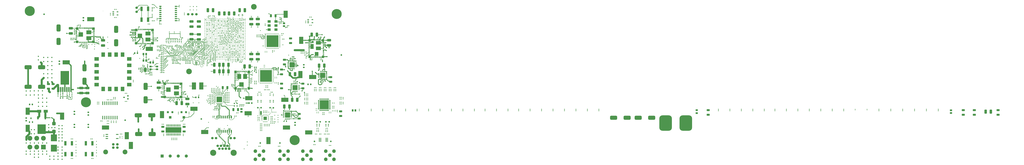
<source format=gtl>
G04*
G04 #@! TF.GenerationSoftware,Altium Limited,Altium Designer,23.11.1 (41)*
G04*
G04 Layer_Physical_Order=1*
G04 Layer_Color=255*
%FSLAX44Y44*%
%MOMM*%
G71*
G04*
G04 #@! TF.SameCoordinates,6B8C5B76-4EC9-4DBB-A8E1-E51C7E6A7B67*
G04*
G04*
G04 #@! TF.FilePolarity,Positive*
G04*
G01*
G75*
%ADD10C,0.2540*%
%ADD21C,0.2286*%
G04:AMPARAMS|DCode=43|XSize=4.4mm|YSize=2.5mm|CornerRadius=0.625mm|HoleSize=0mm|Usage=FLASHONLY|Rotation=0.000|XOffset=0mm|YOffset=0mm|HoleType=Round|Shape=RoundedRectangle|*
%AMROUNDEDRECTD43*
21,1,4.4000,1.2500,0,0,0.0*
21,1,3.1500,2.5000,0,0,0.0*
1,1,1.2500,1.5750,-0.6250*
1,1,1.2500,-1.5750,-0.6250*
1,1,1.2500,-1.5750,0.6250*
1,1,1.2500,1.5750,0.6250*
%
%ADD43ROUNDEDRECTD43*%
%ADD44R,0.7620X1.7018*%
G04:AMPARAMS|DCode=45|XSize=1.7018mm|YSize=0.762mm|CornerRadius=0.1905mm|HoleSize=0mm|Usage=FLASHONLY|Rotation=270.000|XOffset=0mm|YOffset=0mm|HoleType=Round|Shape=RoundedRectangle|*
%AMROUNDEDRECTD45*
21,1,1.7018,0.3810,0,0,270.0*
21,1,1.3208,0.7620,0,0,270.0*
1,1,0.3810,-0.1905,-0.6604*
1,1,0.3810,-0.1905,0.6604*
1,1,0.3810,0.1905,0.6604*
1,1,0.3810,0.1905,-0.6604*
%
%ADD45ROUNDEDRECTD45*%
G04:AMPARAMS|DCode=46|XSize=1.8034mm|YSize=1.1938mm|CornerRadius=0.203mm|HoleSize=0mm|Usage=FLASHONLY|Rotation=180.000|XOffset=0mm|YOffset=0mm|HoleType=Round|Shape=RoundedRectangle|*
%AMROUNDEDRECTD46*
21,1,1.8034,0.7879,0,0,180.0*
21,1,1.3975,1.1938,0,0,180.0*
1,1,0.4059,-0.6988,0.3940*
1,1,0.4059,0.6988,0.3940*
1,1,0.4059,0.6988,-0.3940*
1,1,0.4059,-0.6988,-0.3940*
%
%ADD46ROUNDEDRECTD46*%
G04:AMPARAMS|DCode=47|XSize=2.5mm|YSize=1.5mm|CornerRadius=0.3mm|HoleSize=0mm|Usage=FLASHONLY|Rotation=90.000|XOffset=0mm|YOffset=0mm|HoleType=Round|Shape=RoundedRectangle|*
%AMROUNDEDRECTD47*
21,1,2.5000,0.9000,0,0,90.0*
21,1,1.9000,1.5000,0,0,90.0*
1,1,0.6000,0.4500,0.9500*
1,1,0.6000,0.4500,-0.9500*
1,1,0.6000,-0.4500,-0.9500*
1,1,0.6000,-0.4500,0.9500*
%
%ADD47ROUNDEDRECTD47*%
G04:AMPARAMS|DCode=48|XSize=1.397mm|YSize=1.0922mm|CornerRadius=0.2021mm|HoleSize=0mm|Usage=FLASHONLY|Rotation=180.000|XOffset=0mm|YOffset=0mm|HoleType=Round|Shape=RoundedRectangle|*
%AMROUNDEDRECTD48*
21,1,1.3970,0.6881,0,0,180.0*
21,1,0.9929,1.0922,0,0,180.0*
1,1,0.4041,-0.4964,0.3440*
1,1,0.4041,0.4964,0.3440*
1,1,0.4041,0.4964,-0.3440*
1,1,0.4041,-0.4964,-0.3440*
%
%ADD48ROUNDEDRECTD48*%
G04:AMPARAMS|DCode=49|XSize=0.508mm|YSize=0.508mm|CornerRadius=0.1524mm|HoleSize=0mm|Usage=FLASHONLY|Rotation=180.000|XOffset=0mm|YOffset=0mm|HoleType=Round|Shape=RoundedRectangle|*
%AMROUNDEDRECTD49*
21,1,0.5080,0.2032,0,0,180.0*
21,1,0.2032,0.5080,0,0,180.0*
1,1,0.3048,-0.1016,0.1016*
1,1,0.3048,0.1016,0.1016*
1,1,0.3048,0.1016,-0.1016*
1,1,0.3048,-0.1016,-0.1016*
%
%ADD49ROUNDEDRECTD49*%
%ADD50R,0.4572X0.3048*%
G04:AMPARAMS|DCode=51|XSize=7.8mm|YSize=9.6mm|CornerRadius=1.95mm|HoleSize=0mm|Usage=FLASHONLY|Rotation=0.000|XOffset=0mm|YOffset=0mm|HoleType=Round|Shape=RoundedRectangle|*
%AMROUNDEDRECTD51*
21,1,7.8000,5.7000,0,0,0.0*
21,1,3.9000,9.6000,0,0,0.0*
1,1,3.9000,1.9500,-2.8500*
1,1,3.9000,-1.9500,-2.8500*
1,1,3.9000,-1.9500,2.8500*
1,1,3.9000,1.9500,2.8500*
%
%ADD51ROUNDEDRECTD51*%
G04:AMPARAMS|DCode=52|XSize=1.397mm|YSize=1.0922mm|CornerRadius=0.2021mm|HoleSize=0mm|Usage=FLASHONLY|Rotation=90.000|XOffset=0mm|YOffset=0mm|HoleType=Round|Shape=RoundedRectangle|*
%AMROUNDEDRECTD52*
21,1,1.3970,0.6881,0,0,90.0*
21,1,0.9929,1.0922,0,0,90.0*
1,1,0.4041,0.3440,0.4964*
1,1,0.4041,0.3440,-0.4964*
1,1,0.4041,-0.3440,-0.4964*
1,1,0.4041,-0.3440,0.4964*
%
%ADD52ROUNDEDRECTD52*%
G04:AMPARAMS|DCode=55|XSize=2.5mm|YSize=1.5mm|CornerRadius=0.3mm|HoleSize=0mm|Usage=FLASHONLY|Rotation=180.000|XOffset=0mm|YOffset=0mm|HoleType=Round|Shape=RoundedRectangle|*
%AMROUNDEDRECTD55*
21,1,2.5000,0.9000,0,0,180.0*
21,1,1.9000,1.5000,0,0,180.0*
1,1,0.6000,-0.9500,0.4500*
1,1,0.6000,0.9500,0.4500*
1,1,0.6000,0.9500,-0.4500*
1,1,0.6000,-0.9500,-0.4500*
%
%ADD55ROUNDEDRECTD55*%
G04:AMPARAMS|DCode=56|XSize=0.24mm|YSize=0.6mm|CornerRadius=0.0492mm|HoleSize=0mm|Usage=FLASHONLY|Rotation=270.000|XOffset=0mm|YOffset=0mm|HoleType=Round|Shape=RoundedRectangle|*
%AMROUNDEDRECTD56*
21,1,0.2400,0.5016,0,0,270.0*
21,1,0.1416,0.6000,0,0,270.0*
1,1,0.0984,-0.2508,-0.0708*
1,1,0.0984,-0.2508,0.0708*
1,1,0.0984,0.2508,0.0708*
1,1,0.0984,0.2508,-0.0708*
%
%ADD56ROUNDEDRECTD56*%
%ADD57R,0.9500X0.6000*%
%ADD58R,0.6000X0.9500*%
G04:AMPARAMS|DCode=59|XSize=1.6mm|YSize=1.7mm|CornerRadius=0.4mm|HoleSize=0mm|Usage=FLASHONLY|Rotation=270.000|XOffset=0mm|YOffset=0mm|HoleType=Round|Shape=RoundedRectangle|*
%AMROUNDEDRECTD59*
21,1,1.6000,0.9000,0,0,270.0*
21,1,0.8000,1.7000,0,0,270.0*
1,1,0.8000,-0.4500,-0.4000*
1,1,0.8000,-0.4500,0.4000*
1,1,0.8000,0.4500,0.4000*
1,1,0.8000,0.4500,-0.4000*
%
%ADD59ROUNDEDRECTD59*%
%ADD60R,2.8000X2.8000*%
%ADD61R,1.7000X1.6000*%
%ADD62R,3.1000X2.3500*%
G04:AMPARAMS|DCode=63|XSize=0.508mm|YSize=0.508mm|CornerRadius=0.1524mm|HoleSize=0mm|Usage=FLASHONLY|Rotation=90.000|XOffset=0mm|YOffset=0mm|HoleType=Round|Shape=RoundedRectangle|*
%AMROUNDEDRECTD63*
21,1,0.5080,0.2032,0,0,90.0*
21,1,0.2032,0.5080,0,0,90.0*
1,1,0.3048,0.1016,0.1016*
1,1,0.3048,0.1016,-0.1016*
1,1,0.3048,-0.1016,-0.1016*
1,1,0.3048,-0.1016,0.1016*
%
%ADD63ROUNDEDRECTD63*%
%ADD64C,0.4500*%
G04:AMPARAMS|DCode=65|XSize=1mm|YSize=0.8mm|CornerRadius=0.2mm|HoleSize=0mm|Usage=FLASHONLY|Rotation=180.000|XOffset=0mm|YOffset=0mm|HoleType=Round|Shape=RoundedRectangle|*
%AMROUNDEDRECTD65*
21,1,1.0000,0.4000,0,0,180.0*
21,1,0.6000,0.8000,0,0,180.0*
1,1,0.4000,-0.3000,0.2000*
1,1,0.4000,0.3000,0.2000*
1,1,0.4000,0.3000,-0.2000*
1,1,0.4000,-0.3000,-0.2000*
%
%ADD65ROUNDEDRECTD65*%
%ADD66R,0.7112X1.0160*%
%ADD67R,2.3500X3.1000*%
%ADD68R,1.6000X1.7000*%
%ADD69R,2.8000X2.8000*%
G04:AMPARAMS|DCode=70|XSize=1.6mm|YSize=1.7mm|CornerRadius=0.4mm|HoleSize=0mm|Usage=FLASHONLY|Rotation=0.000|XOffset=0mm|YOffset=0mm|HoleType=Round|Shape=RoundedRectangle|*
%AMROUNDEDRECTD70*
21,1,1.6000,0.9000,0,0,0.0*
21,1,0.8000,1.7000,0,0,0.0*
1,1,0.8000,0.4000,-0.4500*
1,1,0.8000,-0.4000,-0.4500*
1,1,0.8000,-0.4000,0.4500*
1,1,0.8000,0.4000,0.4500*
%
%ADD70ROUNDEDRECTD70*%
G04:AMPARAMS|DCode=71|XSize=4.4mm|YSize=2.5mm|CornerRadius=0.625mm|HoleSize=0mm|Usage=FLASHONLY|Rotation=270.000|XOffset=0mm|YOffset=0mm|HoleType=Round|Shape=RoundedRectangle|*
%AMROUNDEDRECTD71*
21,1,4.4000,1.2500,0,0,270.0*
21,1,3.1500,2.5000,0,0,270.0*
1,1,1.2500,-0.6250,-1.5750*
1,1,1.2500,-0.6250,1.5750*
1,1,1.2500,0.6250,1.5750*
1,1,1.2500,0.6250,-1.5750*
%
%ADD71ROUNDEDRECTD71*%
%ADD72O,0.2300X0.8000*%
%ADD73O,0.8000X0.2300*%
%ADD74R,7.4000X7.4000*%
%ADD75R,0.3048X0.4572*%
G04:AMPARAMS|DCode=76|XSize=1.8034mm|YSize=1.1938mm|CornerRadius=0.203mm|HoleSize=0mm|Usage=FLASHONLY|Rotation=90.000|XOffset=0mm|YOffset=0mm|HoleType=Round|Shape=RoundedRectangle|*
%AMROUNDEDRECTD76*
21,1,1.8034,0.7879,0,0,90.0*
21,1,1.3975,1.1938,0,0,90.0*
1,1,0.4059,0.3940,0.6988*
1,1,0.4059,0.3940,-0.6988*
1,1,0.4059,-0.3940,-0.6988*
1,1,0.4059,-0.3940,0.6988*
%
%ADD76ROUNDEDRECTD76*%
%ADD84R,1.0160X0.7112*%
G04:AMPARAMS|DCode=85|XSize=2.26mm|YSize=2.16mm|CornerRadius=0.54mm|HoleSize=0mm|Usage=FLASHONLY|Rotation=180.000|XOffset=0mm|YOffset=0mm|HoleType=Round|Shape=RoundedRectangle|*
%AMROUNDEDRECTD85*
21,1,2.2600,1.0800,0,0,180.0*
21,1,1.1800,2.1600,0,0,180.0*
1,1,1.0800,-0.5900,0.5400*
1,1,1.0800,0.5900,0.5400*
1,1,1.0800,0.5900,-0.5400*
1,1,1.0800,-0.5900,-0.5400*
%
%ADD85ROUNDEDRECTD85*%
%ADD86R,2.5000X1.7000*%
%ADD87R,0.9500X2.0000*%
%ADD88R,5.1500X6.0000*%
%ADD89R,3.8100X4.2418*%
%ADD90R,2.1000X2.1000*%
%ADD91O,0.8000X0.2000*%
%ADD92O,0.2000X0.8000*%
%ADD94R,1.6500X0.6000*%
%ADD97R,0.8000X0.2500*%
%ADD98R,0.2500X0.8000*%
G04:AMPARAMS|DCode=99|XSize=3.4mm|YSize=3.4mm|CornerRadius=0mm|HoleSize=0mm|Usage=FLASHONLY|Rotation=90.000|XOffset=0mm|YOffset=0mm|HoleType=Round|Shape=RoundedRectangle|*
%AMROUNDEDRECTD99*
21,1,3.4000,3.4000,0,0,90.0*
21,1,3.4000,3.4000,0,0,90.0*
1,1,0.0000,1.7000,1.7000*
1,1,0.0000,1.7000,-1.7000*
1,1,0.0000,-1.7000,-1.7000*
1,1,0.0000,-1.7000,1.7000*
%
%ADD99ROUNDEDRECTD99*%
%ADD100O,0.2800X0.8500*%
%ADD101O,0.8500X0.2800*%
%ADD102R,5.6000X5.6000*%
%ADD103R,0.6400X0.6100*%
%ADD104O,1.8000X0.4000*%
G04:AMPARAMS|DCode=105|XSize=0.59mm|YSize=0.45mm|CornerRadius=0.1125mm|HoleSize=0mm|Usage=FLASHONLY|Rotation=90.000|XOffset=0mm|YOffset=0mm|HoleType=Round|Shape=RoundedRectangle|*
%AMROUNDEDRECTD105*
21,1,0.5900,0.2250,0,0,90.0*
21,1,0.3650,0.4500,0,0,90.0*
1,1,0.2250,0.1125,0.1825*
1,1,0.2250,0.1125,-0.1825*
1,1,0.2250,-0.1125,-0.1825*
1,1,0.2250,-0.1125,0.1825*
%
%ADD105ROUNDEDRECTD105*%
%ADD106R,0.4500X0.5900*%
%ADD107O,0.3000X1.6000*%
%ADD108R,1.6000X1.5000*%
G04:AMPARAMS|DCode=109|XSize=1.2mm|YSize=1.2mm|CornerRadius=0.3mm|HoleSize=0mm|Usage=FLASHONLY|Rotation=180.000|XOffset=0mm|YOffset=0mm|HoleType=Round|Shape=RoundedRectangle|*
%AMROUNDEDRECTD109*
21,1,1.2000,0.6000,0,0,180.0*
21,1,0.6000,1.2000,0,0,180.0*
1,1,0.6000,-0.3000,0.3000*
1,1,0.6000,0.3000,0.3000*
1,1,0.6000,0.3000,-0.3000*
1,1,0.6000,-0.3000,-0.3000*
%
%ADD109ROUNDEDRECTD109*%
%ADD110R,1.2000X1.2000*%
G04:AMPARAMS|DCode=112|XSize=1mm|YSize=0.8mm|CornerRadius=0.2mm|HoleSize=0mm|Usage=FLASHONLY|Rotation=90.000|XOffset=0mm|YOffset=0mm|HoleType=Round|Shape=RoundedRectangle|*
%AMROUNDEDRECTD112*
21,1,1.0000,0.4000,0,0,90.0*
21,1,0.6000,0.8000,0,0,90.0*
1,1,0.4000,0.2000,0.3000*
1,1,0.4000,0.2000,-0.3000*
1,1,0.4000,-0.2000,-0.3000*
1,1,0.4000,-0.2000,0.3000*
%
%ADD112ROUNDEDRECTD112*%
%ADD113R,1.3970X0.6350*%
G04:AMPARAMS|DCode=114|XSize=3.06mm|YSize=0.89mm|CornerRadius=0.2225mm|HoleSize=0mm|Usage=FLASHONLY|Rotation=90.000|XOffset=0mm|YOffset=0mm|HoleType=Round|Shape=RoundedRectangle|*
%AMROUNDEDRECTD114*
21,1,3.0600,0.4450,0,0,90.0*
21,1,2.6150,0.8900,0,0,90.0*
1,1,0.4450,0.2225,1.3075*
1,1,0.4450,0.2225,-1.3075*
1,1,0.4450,-0.2225,-1.3075*
1,1,0.4450,-0.2225,1.3075*
%
%ADD114ROUNDEDRECTD114*%
%ADD161R,3.1500X3.1500*%
G04:AMPARAMS|DCode=163|XSize=3.15mm|YSize=3.15mm|CornerRadius=0.1575mm|HoleSize=0mm|Usage=FLASHONLY|Rotation=270.000|XOffset=0mm|YOffset=0mm|HoleType=Round|Shape=RoundedRectangle|*
%AMROUNDEDRECTD163*
21,1,3.1500,2.8350,0,0,270.0*
21,1,2.8350,3.1500,0,0,270.0*
1,1,0.3150,-1.4175,-1.4175*
1,1,0.3150,-1.4175,1.4175*
1,1,0.3150,1.4175,1.4175*
1,1,0.3150,1.4175,-1.4175*
%
%ADD163ROUNDEDRECTD163*%
G04:AMPARAMS|DCode=172|XSize=3.15mm|YSize=3.15mm|CornerRadius=0.1575mm|HoleSize=0mm|Usage=FLASHONLY|Rotation=0.000|XOffset=0mm|YOffset=0mm|HoleType=Round|Shape=RoundedRectangle|*
%AMROUNDEDRECTD172*
21,1,3.1500,2.8350,0,0,0.0*
21,1,2.8350,3.1500,0,0,0.0*
1,1,0.3150,1.4175,-1.4175*
1,1,0.3150,-1.4175,-1.4175*
1,1,0.3150,-1.4175,1.4175*
1,1,0.3150,1.4175,1.4175*
%
%ADD172ROUNDEDRECTD172*%
%ADD216C,0.2384*%
%ADD217C,0.1225*%
%ADD218R,3.1000X2.2000*%
%ADD219R,1.6000X1.7000*%
%ADD220R,1.1000X2.2500*%
%ADD221R,1.4000X1.2400*%
%ADD222R,2.0400X3.0500*%
%ADD223C,1.0000*%
G04:AMPARAMS|DCode=224|XSize=2.4mm|YSize=1.65mm|CornerRadius=0.0413mm|HoleSize=0mm|Usage=FLASHONLY|Rotation=270.000|XOffset=0mm|YOffset=0mm|HoleType=Round|Shape=RoundedRectangle|*
%AMROUNDEDRECTD224*
21,1,2.4000,1.5675,0,0,270.0*
21,1,2.3175,1.6500,0,0,270.0*
1,1,0.0825,-0.7838,-1.1588*
1,1,0.0825,-0.7838,1.1588*
1,1,0.0825,0.7838,1.1588*
1,1,0.0825,0.7838,-1.1588*
%
%ADD224ROUNDEDRECTD224*%
%ADD225R,4.5000X2.5300*%
%ADD226R,2.5300X4.5000*%
%ADD227R,1.9500X1.5500*%
%ADD228R,2.8000X2.3000*%
%ADD229R,2.3000X2.8000*%
G04:AMPARAMS|DCode=230|XSize=0.95mm|YSize=0.3mm|CornerRadius=0.075mm|HoleSize=0mm|Usage=FLASHONLY|Rotation=0.000|XOffset=0mm|YOffset=0mm|HoleType=Round|Shape=RoundedRectangle|*
%AMROUNDEDRECTD230*
21,1,0.9500,0.1500,0,0,0.0*
21,1,0.8000,0.3000,0,0,0.0*
1,1,0.1500,0.4000,-0.0750*
1,1,0.1500,-0.4000,-0.0750*
1,1,0.1500,-0.4000,0.0750*
1,1,0.1500,0.4000,0.0750*
%
%ADD230ROUNDEDRECTD230*%
G04:AMPARAMS|DCode=231|XSize=0.35mm|YSize=1mm|CornerRadius=0.0875mm|HoleSize=0mm|Usage=FLASHONLY|Rotation=0.000|XOffset=0mm|YOffset=0mm|HoleType=Round|Shape=RoundedRectangle|*
%AMROUNDEDRECTD231*
21,1,0.3500,0.8250,0,0,0.0*
21,1,0.1750,1.0000,0,0,0.0*
1,1,0.1750,0.0875,-0.4125*
1,1,0.1750,-0.0875,-0.4125*
1,1,0.1750,-0.0875,0.4125*
1,1,0.1750,0.0875,0.4125*
%
%ADD231ROUNDEDRECTD231*%
G04:AMPARAMS|DCode=232|XSize=0.35mm|YSize=1mm|CornerRadius=0.0875mm|HoleSize=0mm|Usage=FLASHONLY|Rotation=270.000|XOffset=0mm|YOffset=0mm|HoleType=Round|Shape=RoundedRectangle|*
%AMROUNDEDRECTD232*
21,1,0.3500,0.8250,0,0,270.0*
21,1,0.1750,1.0000,0,0,270.0*
1,1,0.1750,-0.4125,-0.0875*
1,1,0.1750,-0.4125,0.0875*
1,1,0.1750,0.4125,0.0875*
1,1,0.1750,0.4125,-0.0875*
%
%ADD232ROUNDEDRECTD232*%
%ADD233R,1.4000X2.7500*%
G04:AMPARAMS|DCode=234|XSize=0.3mm|YSize=0.45mm|CornerRadius=0.075mm|HoleSize=0mm|Usage=FLASHONLY|Rotation=90.000|XOffset=0mm|YOffset=0mm|HoleType=Round|Shape=RoundedRectangle|*
%AMROUNDEDRECTD234*
21,1,0.3000,0.3000,0,0,90.0*
21,1,0.1500,0.4500,0,0,90.0*
1,1,0.1500,0.1500,0.0750*
1,1,0.1500,0.1500,-0.0750*
1,1,0.1500,-0.1500,-0.0750*
1,1,0.1500,-0.1500,0.0750*
%
%ADD234ROUNDEDRECTD234*%
%ADD235R,0.5590X2.2990*%
G04:AMPARAMS|DCode=236|XSize=0.65mm|YSize=0.85mm|CornerRadius=0.1625mm|HoleSize=0mm|Usage=FLASHONLY|Rotation=180.000|XOffset=0mm|YOffset=0mm|HoleType=Round|Shape=RoundedRectangle|*
%AMROUNDEDRECTD236*
21,1,0.6500,0.5250,0,0,180.0*
21,1,0.3250,0.8500,0,0,180.0*
1,1,0.3250,-0.1625,0.2625*
1,1,0.3250,0.1625,0.2625*
1,1,0.3250,0.1625,-0.2625*
1,1,0.3250,-0.1625,-0.2625*
%
%ADD236ROUNDEDRECTD236*%
%ADD237R,9.7000X3.4000*%
%ADD238R,1.0500X0.6000*%
%ADD239R,5.3500X8.5400*%
%ADD240C,0.5080*%
%ADD241C,1.0160*%
%ADD242C,1.2700*%
%ADD243C,0.3810*%
%ADD244C,0.2398*%
%ADD245C,0.7620*%
%ADD246C,0.1616*%
%ADD247C,0.2172*%
%ADD248C,0.2191*%
%ADD249R,2.3000X2.2500*%
%ADD250C,6.2000*%
%ADD251C,3.5000*%
%ADD252C,2.2000*%
%ADD253C,3.0000*%
%ADD254R,3.0000X3.0000*%
%ADD255R,1.9050X1.9050*%
%ADD256C,1.9050*%
%ADD257C,1.6000*%
%ADD258C,0.6000*%
%ADD259C,1.5240*%
G04:AMPARAMS|DCode=260|XSize=1.524mm|YSize=1.524mm|CornerRadius=0mm|HoleSize=0mm|Usage=FLASHONLY|Rotation=0.000|XOffset=0mm|YOffset=0mm|HoleType=Round|Shape=Octagon|*
%AMOCTAGOND260*
4,1,8,0.7620,-0.3810,0.7620,0.3810,0.3810,0.7620,-0.3810,0.7620,-0.7620,0.3810,-0.7620,-0.3810,-0.3810,-0.7620,0.3810,-0.7620,0.7620,-0.3810,0.0*
%
%ADD260OCTAGOND260*%

%ADD261C,3.8100*%
%ADD262C,0.7620*%
%ADD263C,0.5000*%
%ADD264C,0.3048*%
%ADD265C,0.5080*%
%ADD266C,0.7112*%
%ADD267C,0.5588*%
G36*
X767991Y599980D02*
X768090D01*
X768274Y599903D01*
X768415Y599763D01*
X768491Y599579D01*
Y599480D01*
D01*
Y566480D01*
Y566380D01*
X768415Y566196D01*
X768274Y566056D01*
X768090Y565980D01*
X767991D01*
D01*
X766491D01*
X766391D01*
X766208Y566056D01*
X766067Y566196D01*
X765991Y566380D01*
Y566480D01*
D01*
Y599480D01*
Y599579D01*
X766067Y599763D01*
X766208Y599903D01*
X766391Y599980D01*
X766491D01*
D01*
X767991D01*
D02*
G37*
G36*
X772991D02*
X773090D01*
X773274Y599903D01*
X773415Y599763D01*
X773491Y599579D01*
Y599480D01*
D01*
Y566480D01*
Y566380D01*
X773415Y566196D01*
X773274Y566056D01*
X773090Y565980D01*
X772991D01*
D01*
X771491D01*
X771391D01*
X771208Y566056D01*
X771067Y566196D01*
X770991Y566380D01*
Y566480D01*
D01*
Y599480D01*
Y599579D01*
X771067Y599763D01*
X771208Y599903D01*
X771391Y599980D01*
X771491D01*
D01*
X772991D01*
D02*
G37*
G36*
X1879840Y656940D02*
X1863840D01*
X1863840Y666440D01*
X1870340Y673940D01*
X1879840Y673940D01*
Y656940D01*
D02*
G37*
D10*
X1674820Y648660D02*
X1681480Y655320D01*
X1674820Y638680D02*
Y648660D01*
X1874725Y508000D02*
Y508138D01*
X1876780Y510192D02*
Y524640D01*
X1874725Y508138D02*
X1876780Y510192D01*
X1767840Y664845D02*
X1768953Y665958D01*
X1784840Y679940D02*
X1786590D01*
X1770858Y665958D02*
X1784840Y679940D01*
X1768953Y665958D02*
X1770858D01*
X1767840Y686435D02*
X1775713D01*
X1786402Y688752D02*
X1786590Y688940D01*
X1778030Y688752D02*
X1786402D01*
X1775713Y686435D02*
X1778030Y688752D01*
X1786590Y733940D02*
Y742940D01*
Y724940D02*
Y733940D01*
Y715940D02*
Y724940D01*
X1790070Y727652D02*
X1791558Y729140D01*
X1788340Y724940D02*
X1790070Y726670D01*
X1791558Y729140D02*
X1804340D01*
X1790070Y726670D02*
Y727652D01*
X1786590Y724940D02*
X1788340D01*
X1857840Y659940D02*
X1860550Y657230D01*
Y645160D02*
Y657230D01*
X1857840Y659940D02*
Y661690D01*
X1803302Y645697D02*
Y661152D01*
X1802765Y645160D02*
X1803302Y645697D01*
Y661152D02*
X1803840Y661690D01*
X1844940Y715940D02*
X1875090D01*
X1843840Y717040D02*
X1844940Y715940D01*
X1875090D02*
Y724940D01*
X1696579Y432125D02*
X1708009D01*
X1697692Y433238D02*
Y437892D01*
X1699754Y439954D02*
Y448764D01*
X1696579Y432125D02*
X1697692Y433238D01*
Y437892D02*
X1699754Y439954D01*
X1615440Y302260D02*
X1616480Y301220D01*
X1628500D01*
X1698507Y309618D02*
X1699620Y308505D01*
X1696862Y309880D02*
X1697124Y309618D01*
X1686560Y309880D02*
X1696862D01*
X1684400Y307720D02*
X1686560Y309880D01*
X1697124Y309618D02*
X1698507D01*
X1676500Y307720D02*
X1684400D01*
X1628140Y327660D02*
Y329035D01*
X1632820Y333714D02*
Y354860D01*
X1628140Y329035D02*
X1632820Y333714D01*
X1629515Y327660D02*
X1631955Y325220D01*
X1639500D01*
X1628140Y327660D02*
X1629515D01*
X1628140D02*
X1628500Y327300D01*
Y314220D02*
Y327300D01*
X772160Y480240D02*
X807540D01*
X1031240Y353060D02*
Y370080D01*
X1447800Y588264D02*
Y599440D01*
X1457960Y588264D02*
Y599440D01*
X1447800Y588264D02*
X1457960D01*
X764240Y736300D02*
Y746431D01*
X755255Y724775D02*
Y727315D01*
X754380Y723900D02*
X755255Y724775D01*
Y727315D02*
X764240Y736300D01*
X736600Y728980D02*
X746240Y738620D01*
Y746431D01*
X728240Y847620D02*
X731520Y850900D01*
X728240Y834931D02*
Y847620D01*
X791240Y813481D02*
Y834931D01*
X786740Y808981D02*
X791240Y813481D01*
X814740Y812931D02*
Y831681D01*
X815010Y810911D02*
X816740Y809181D01*
X814740Y812931D02*
X815010Y812661D01*
X816740Y809181D02*
X818490D01*
X815010Y810911D02*
Y812661D01*
X800240Y834931D02*
X811490D01*
X791240D02*
X800240D01*
X782240D02*
X791240D01*
X773240D02*
X782240D01*
X764240D02*
X773240D01*
X755240D02*
X764240D01*
X811490D02*
X814740Y831681D01*
X786794Y644554D02*
X792480Y650240D01*
X779524Y644554D02*
X786794D01*
X775829Y640859D02*
X779524Y644554D01*
X775829Y640859D02*
Y661811D01*
Y681499D01*
Y639335D02*
X786465Y628700D01*
X801872D01*
X775829Y639335D02*
Y640859D01*
X716280Y970280D02*
X732734Y986734D01*
X781868D02*
X787080Y981522D01*
X732734Y986734D02*
X781868D01*
X787080Y963390D02*
Y981522D01*
Y902640D02*
Y963390D01*
X415484Y841484D02*
X419983Y836984D01*
Y817284D02*
Y836984D01*
X415484Y841484D02*
Y843234D01*
X420183Y817484D02*
X451734D01*
X419983Y817284D02*
X420183Y817484D01*
X451734Y826484D02*
Y836234D01*
Y817484D02*
Y826484D01*
X447984Y839984D02*
X451734Y836234D01*
X433484Y843234D02*
X444734D01*
X424483D02*
X433484D01*
X406483D02*
X415484D01*
X397483D02*
X406483D01*
X388484D02*
X397483D01*
X444734D02*
X447984Y839984D01*
X404743Y729784D02*
Y735579D01*
X403860Y713877D02*
X404743Y714761D01*
Y729784D01*
X403860Y713740D02*
Y713877D01*
Y736462D02*
Y736600D01*
Y736462D02*
X404743Y735579D01*
X812800Y909660D02*
Y929300D01*
X787080Y902640D02*
X794100Y909660D01*
X812800D01*
X787080Y895890D02*
Y902640D01*
X1365885Y629920D02*
X1369998Y634033D01*
X1365885Y629920D02*
Y629920D01*
X1369998Y634033D02*
Y649999D01*
D21*
X1139190Y210820D02*
X1150620Y222250D01*
X1162050D01*
X1139190Y195580D02*
Y210820D01*
D43*
X127000Y477520D02*
D03*
X43000D02*
D03*
X127000Y599440D02*
D03*
X43000D02*
D03*
X3827780Y284480D02*
D03*
X3911780D02*
D03*
X3675380D02*
D03*
X3759380D02*
D03*
X810440Y299720D02*
D03*
X726440D02*
D03*
X812800Y182880D02*
D03*
X728800D02*
D03*
D44*
X1266190Y288290D02*
D03*
X1278890D02*
D03*
X1291590D02*
D03*
X1215390D02*
D03*
X1228090D02*
D03*
X1240790D02*
D03*
X1253490D02*
D03*
X1266190Y199390D02*
D03*
X1278890D02*
D03*
X1291590D02*
D03*
X1304290D02*
D03*
X1215390D02*
D03*
X1228090D02*
D03*
X1240790D02*
D03*
X1253490D02*
D03*
D45*
X1304290Y288290D02*
D03*
D46*
X6060440Y303022D02*
D03*
Y331978D02*
D03*
X5913120Y303022D02*
D03*
Y331978D02*
D03*
X5844540Y303022D02*
D03*
Y331978D02*
D03*
X4262120D02*
D03*
Y303022D02*
D03*
X1671240Y750062D02*
D03*
Y779018D02*
D03*
X1725020Y308378D02*
D03*
Y279422D02*
D03*
X1920160Y508762D02*
D03*
Y537718D02*
D03*
X1747520Y497078D02*
D03*
Y468122D02*
D03*
X1615440Y497078D02*
D03*
Y468122D02*
D03*
X1982040Y324358D02*
D03*
Y295402D02*
D03*
X1615440Y555752D02*
D03*
Y584708D02*
D03*
X1010920Y227838D02*
D03*
Y198882D02*
D03*
X878840D02*
D03*
Y227838D02*
D03*
X1633060Y617220D02*
D03*
X198311Y494387D02*
D03*
X169681D02*
D03*
X1633060Y646176D02*
D03*
X198311Y465431D02*
D03*
X169681D02*
D03*
D47*
X5983480Y322580D02*
D03*
X6015480D02*
D03*
X964440Y375920D02*
D03*
X996440D02*
D03*
X1418080Y604520D02*
D03*
X1386080D02*
D03*
X1880360Y609600D02*
D03*
X1848360D02*
D03*
X1632820Y354860D02*
D03*
X1664820D02*
D03*
X1681214Y396565D02*
D03*
X1713214D02*
D03*
X1802640Y802640D02*
D03*
X1834640D02*
D03*
X1667100Y556260D02*
D03*
X1699100D02*
D03*
X1286000Y614680D02*
D03*
Y574040D02*
D03*
X1228600Y934720D02*
D03*
X1321560D02*
D03*
X1355600Y955040D02*
D03*
X1190750D02*
D03*
X1198120Y614680D02*
D03*
Y574040D02*
D03*
X1254000Y614680D02*
D03*
Y574040D02*
D03*
X1260600Y934720D02*
D03*
X1289560D02*
D03*
X1387600Y955040D02*
D03*
X1158750D02*
D03*
X1230120Y614680D02*
D03*
Y574040D02*
D03*
D48*
X5768340Y314071D02*
D03*
Y331089D02*
D03*
X4191000Y331597D02*
D03*
Y313563D02*
D03*
X843521Y603648D02*
D03*
Y586630D02*
D03*
X1630600Y872949D02*
D03*
Y855931D02*
D03*
X802880Y586630D02*
D03*
Y603648D02*
D03*
X1366520Y338709D02*
D03*
Y321691D02*
D03*
D49*
X5689600Y328295D02*
D03*
Y337185D02*
D03*
X5615940Y328295D02*
D03*
Y337185D02*
D03*
X5542280Y328295D02*
D03*
Y337185D02*
D03*
X5468620Y328295D02*
D03*
Y337185D02*
D03*
X5394960Y328295D02*
D03*
Y337185D02*
D03*
X5321300Y328295D02*
D03*
Y337185D02*
D03*
X5102860Y328295D02*
D03*
Y337185D02*
D03*
X5031740Y328295D02*
D03*
Y337185D02*
D03*
X4960620Y328295D02*
D03*
Y337185D02*
D03*
X4889500Y328295D02*
D03*
Y337185D02*
D03*
X4818380Y328295D02*
D03*
Y337185D02*
D03*
X4747260Y328295D02*
D03*
Y337185D02*
D03*
X4676140Y328295D02*
D03*
Y337185D02*
D03*
X4610100Y328295D02*
D03*
Y337185D02*
D03*
X4538980Y328295D02*
D03*
Y337185D02*
D03*
X4467860Y328295D02*
D03*
Y337185D02*
D03*
X4396740Y328295D02*
D03*
Y337185D02*
D03*
X4325620Y328295D02*
D03*
Y337185D02*
D03*
X3583940Y328295D02*
D03*
Y337185D02*
D03*
X3512820Y328295D02*
D03*
Y337185D02*
D03*
X3441700Y328295D02*
D03*
Y337185D02*
D03*
X3370580Y328295D02*
D03*
Y337185D02*
D03*
X3299460Y328295D02*
D03*
Y337185D02*
D03*
X3228340Y328295D02*
D03*
Y337185D02*
D03*
X3157220Y328295D02*
D03*
Y337185D02*
D03*
X3086100Y328295D02*
D03*
Y337185D02*
D03*
X3020060Y328295D02*
D03*
Y337185D02*
D03*
X2948940Y328295D02*
D03*
Y337185D02*
D03*
X2877820Y328295D02*
D03*
Y337185D02*
D03*
X2811780Y328295D02*
D03*
Y337185D02*
D03*
X2740660Y328295D02*
D03*
Y337185D02*
D03*
X2669540Y328295D02*
D03*
Y337185D02*
D03*
X2598420Y328295D02*
D03*
Y337185D02*
D03*
X2527300Y328295D02*
D03*
Y337185D02*
D03*
X2456180Y328295D02*
D03*
Y337185D02*
D03*
X2385060Y328295D02*
D03*
Y337185D02*
D03*
X2313940Y328295D02*
D03*
Y337185D02*
D03*
X2242820Y328295D02*
D03*
Y337185D02*
D03*
X2171700Y328295D02*
D03*
Y337185D02*
D03*
X2098040Y328295D02*
D03*
Y337185D02*
D03*
X911860Y761365D02*
D03*
Y770255D02*
D03*
X919480Y809625D02*
D03*
Y818515D02*
D03*
X986790Y809625D02*
D03*
Y818515D02*
D03*
X857250Y668655D02*
D03*
Y677545D02*
D03*
X323464Y779949D02*
D03*
Y771059D02*
D03*
X308223D02*
D03*
Y779949D02*
D03*
X1513760Y859995D02*
D03*
Y868885D02*
D03*
X1614494Y895500D02*
D03*
Y904390D02*
D03*
X1559480Y702945D02*
D03*
Y694055D02*
D03*
X1614494Y884705D02*
D03*
Y875815D02*
D03*
X1650920Y849835D02*
D03*
Y858725D02*
D03*
X1737360Y695325D02*
D03*
Y686435D02*
D03*
X1747520Y695325D02*
D03*
Y686435D02*
D03*
X1757680Y695325D02*
D03*
Y686435D02*
D03*
X1767840Y655955D02*
D03*
Y664845D02*
D03*
Y695325D02*
D03*
Y686435D02*
D03*
X695960Y517525D02*
D03*
Y508635D02*
D03*
X1699620Y308505D02*
D03*
Y299615D02*
D03*
X1595120Y502285D02*
D03*
Y493395D02*
D03*
X1681480Y655320D02*
D03*
Y664210D02*
D03*
X1305560Y492125D02*
D03*
Y483235D02*
D03*
X868680Y437515D02*
D03*
Y446405D02*
D03*
X800221Y567105D02*
D03*
Y558215D02*
D03*
X810381Y567105D02*
D03*
Y558215D02*
D03*
X739261Y573455D02*
D03*
Y582345D02*
D03*
X513080Y168275D02*
D03*
Y177165D02*
D03*
X574040Y263525D02*
D03*
Y254635D02*
D03*
X558800Y263525D02*
D03*
Y254635D02*
D03*
X589280Y263525D02*
D03*
Y254635D02*
D03*
X1376680Y356235D02*
D03*
Y365125D02*
D03*
X1366520Y356235D02*
D03*
Y365125D02*
D03*
X1356360Y356235D02*
D03*
Y365125D02*
D03*
X1211338Y353824D02*
D03*
Y344934D02*
D03*
X1201178Y353824D02*
D03*
Y344934D02*
D03*
X1221498Y353824D02*
D03*
Y344934D02*
D03*
X1191018Y446534D02*
D03*
Y455424D02*
D03*
X1180858Y446534D02*
D03*
Y455424D02*
D03*
X1221498Y446534D02*
D03*
Y455424D02*
D03*
X1211338Y446534D02*
D03*
Y455424D02*
D03*
X1231658Y446534D02*
D03*
Y455424D02*
D03*
X1201178Y446534D02*
D03*
Y455424D02*
D03*
X584200Y410845D02*
D03*
Y401955D02*
D03*
X574040Y410845D02*
D03*
Y401955D02*
D03*
X1880440Y452755D02*
D03*
Y461645D02*
D03*
X1890600Y452755D02*
D03*
Y461645D02*
D03*
X1834720Y207645D02*
D03*
Y198755D02*
D03*
X1844880Y207645D02*
D03*
Y198755D02*
D03*
X1890600Y207315D02*
D03*
Y198425D02*
D03*
X1900760Y207315D02*
D03*
Y198425D02*
D03*
X1961720Y330200D02*
D03*
Y321310D02*
D03*
X1860120Y452755D02*
D03*
Y461645D02*
D03*
X1849960Y452755D02*
D03*
Y461645D02*
D03*
X1997280Y380365D02*
D03*
Y371475D02*
D03*
Y410845D02*
D03*
Y401955D02*
D03*
X1951560Y452755D02*
D03*
Y461645D02*
D03*
X1941400Y452755D02*
D03*
Y461645D02*
D03*
X1921715Y452755D02*
D03*
Y461645D02*
D03*
X1911555Y452755D02*
D03*
Y461645D02*
D03*
X1829640Y452755D02*
D03*
Y461645D02*
D03*
X1819480Y452755D02*
D03*
Y461645D02*
D03*
X1758520Y422275D02*
D03*
Y431165D02*
D03*
Y396875D02*
D03*
Y405765D02*
D03*
Y371475D02*
D03*
Y380365D02*
D03*
X314960Y417195D02*
D03*
Y426085D02*
D03*
X284480D02*
D03*
Y417195D02*
D03*
X258581Y426085D02*
D03*
Y417195D02*
D03*
X228600D02*
D03*
Y426085D02*
D03*
X243840D02*
D03*
Y417195D02*
D03*
X1595120Y576580D02*
D03*
Y585470D02*
D03*
X1518920Y474345D02*
D03*
Y483235D02*
D03*
X1529080Y474345D02*
D03*
Y483235D02*
D03*
X1564640Y422275D02*
D03*
Y431165D02*
D03*
X1544320Y424180D02*
D03*
Y433070D02*
D03*
X1468120Y423545D02*
D03*
Y432435D02*
D03*
X1488440Y423545D02*
D03*
Y432435D02*
D03*
X1524000Y316865D02*
D03*
Y325755D02*
D03*
X1513840Y316865D02*
D03*
Y325755D02*
D03*
X1508760Y243205D02*
D03*
Y234315D02*
D03*
X1518920Y243205D02*
D03*
Y234315D02*
D03*
X1503680Y316865D02*
D03*
Y325755D02*
D03*
X1559560Y259715D02*
D03*
Y250825D02*
D03*
X1529080Y243205D02*
D03*
Y234315D02*
D03*
X1549400Y250825D02*
D03*
Y259715D02*
D03*
X1539240Y234315D02*
D03*
Y243205D02*
D03*
X1569720Y250825D02*
D03*
Y259715D02*
D03*
X1371600Y920115D02*
D03*
Y929005D02*
D03*
X1351280Y920115D02*
D03*
Y929005D02*
D03*
X843280Y903605D02*
D03*
Y894715D02*
D03*
X980440Y975995D02*
D03*
Y984885D02*
D03*
X944880Y147955D02*
D03*
Y156845D02*
D03*
X965200D02*
D03*
Y147955D02*
D03*
X955040Y156845D02*
D03*
Y147955D02*
D03*
X934720Y156845D02*
D03*
Y147955D02*
D03*
X1005840Y173355D02*
D03*
Y182245D02*
D03*
X883920Y173355D02*
D03*
Y182245D02*
D03*
X975360Y309245D02*
D03*
Y318135D02*
D03*
X1041400D02*
D03*
Y309245D02*
D03*
X554050Y925435D02*
D03*
Y934325D02*
D03*
X1765128Y877260D02*
D03*
Y886150D02*
D03*
X981710Y770255D02*
D03*
X949960Y818515D02*
D03*
X299720Y417195D02*
D03*
X980440Y898525D02*
D03*
X1012730Y936165D02*
D03*
X980440Y889635D02*
D03*
X1012730Y927275D02*
D03*
X981710Y761365D02*
D03*
X924560Y770255D02*
D03*
Y761365D02*
D03*
X970280Y770255D02*
D03*
Y761365D02*
D03*
X993140Y770255D02*
D03*
Y761365D02*
D03*
X949960Y809625D02*
D03*
X947420Y770255D02*
D03*
Y761365D02*
D03*
X935990Y770255D02*
D03*
Y761365D02*
D03*
X900430Y770255D02*
D03*
Y761365D02*
D03*
X958850Y770255D02*
D03*
Y761365D02*
D03*
X299720Y426085D02*
D03*
D50*
X5247640Y332486D02*
D03*
Y338074D02*
D03*
X5173980Y332486D02*
D03*
Y338074D02*
D03*
X472440Y787400D02*
D03*
Y792988D02*
D03*
X482600Y786892D02*
D03*
Y792480D02*
D03*
X492760Y786892D02*
D03*
Y792480D02*
D03*
X1604334Y894865D02*
D03*
Y900453D02*
D03*
X1523920Y698500D02*
D03*
Y692912D02*
D03*
X1513760Y698500D02*
D03*
Y692912D02*
D03*
X1569640Y703580D02*
D03*
Y697992D02*
D03*
X1604334Y882419D02*
D03*
Y876831D02*
D03*
X470784Y750104D02*
D03*
Y744516D02*
D03*
X482600Y746760D02*
D03*
Y741172D02*
D03*
X1910920Y320040D02*
D03*
Y314452D02*
D03*
X1921080Y320040D02*
D03*
Y314452D02*
D03*
X1834720Y320040D02*
D03*
Y314452D02*
D03*
X1844880Y320040D02*
D03*
Y314452D02*
D03*
X1819480Y370840D02*
D03*
Y376428D02*
D03*
X1931240Y373126D02*
D03*
Y378714D02*
D03*
X1829640Y370840D02*
D03*
Y376428D02*
D03*
X1951560Y330708D02*
D03*
Y325120D02*
D03*
X1941400Y330708D02*
D03*
Y325120D02*
D03*
Y373126D02*
D03*
Y378714D02*
D03*
X1931240Y330708D02*
D03*
Y325120D02*
D03*
X1447800Y506984D02*
D03*
Y501396D02*
D03*
X1574800Y504698D02*
D03*
Y499110D02*
D03*
X1584960Y504698D02*
D03*
Y499110D02*
D03*
X1457960Y506984D02*
D03*
Y501396D02*
D03*
Y582676D02*
D03*
Y588264D02*
D03*
X1574800Y582676D02*
D03*
Y588264D02*
D03*
X1584960Y531876D02*
D03*
Y537464D02*
D03*
X1447800Y582676D02*
D03*
Y588264D02*
D03*
X1584960Y582676D02*
D03*
Y588264D02*
D03*
X1574800Y531876D02*
D03*
Y537464D02*
D03*
X1041400Y290576D02*
D03*
Y296164D02*
D03*
D51*
X3997960Y251460D02*
D03*
X4122960D02*
D03*
D52*
X2056511Y330200D02*
D03*
X2073529D02*
D03*
X801872Y628700D02*
D03*
X818890D02*
D03*
X775829Y681499D02*
D03*
X758811D02*
D03*
X775829Y640859D02*
D03*
X758811D02*
D03*
D55*
X1031240Y370080D02*
D03*
Y402080D02*
D03*
X1102360Y804670D02*
D03*
Y772670D02*
D03*
X1056640Y773940D02*
D03*
Y805940D02*
D03*
Y852680D02*
D03*
Y884680D02*
D03*
X1102360Y852680D02*
D03*
Y884680D02*
D03*
X308223Y810304D02*
D03*
Y842304D02*
D03*
X508000Y767080D02*
D03*
Y735080D02*
D03*
X1910080Y735840D02*
D03*
Y767840D02*
D03*
X1427480Y899920D02*
D03*
X1468120D02*
D03*
Y649480D02*
D03*
X1427480D02*
D03*
X853440Y503680D02*
D03*
X410981Y438281D02*
D03*
X372881D02*
D03*
X1427480Y867920D02*
D03*
X1468120D02*
D03*
Y681480D02*
D03*
X1427480D02*
D03*
X853440Y471680D02*
D03*
X410981Y470281D02*
D03*
X372881D02*
D03*
D56*
X755741Y582980D02*
D03*
X783741Y587980D02*
D03*
X755741D02*
D03*
Y572980D02*
D03*
Y592980D02*
D03*
Y577980D02*
D03*
X783741Y592980D02*
D03*
Y582980D02*
D03*
Y577980D02*
D03*
Y572980D02*
D03*
D57*
X1875090Y751940D02*
D03*
Y715940D02*
D03*
Y706940D02*
D03*
Y697940D02*
D03*
Y688940D02*
D03*
Y679940D02*
D03*
Y724940D02*
D03*
Y733940D02*
D03*
Y742940D02*
D03*
X1786590Y751940D02*
D03*
Y742940D02*
D03*
Y733940D02*
D03*
Y724940D02*
D03*
Y679940D02*
D03*
Y688940D02*
D03*
Y697940D02*
D03*
Y706940D02*
D03*
Y715940D02*
D03*
X709990Y791181D02*
D03*
Y782181D02*
D03*
Y809181D02*
D03*
Y800181D02*
D03*
Y773181D02*
D03*
Y818181D02*
D03*
Y764181D02*
D03*
X818490Y809181D02*
D03*
Y800181D02*
D03*
Y791181D02*
D03*
Y782181D02*
D03*
Y773181D02*
D03*
Y818181D02*
D03*
Y764181D02*
D03*
X1415270Y554990D02*
D03*
Y482990D02*
D03*
Y491990D02*
D03*
Y500990D02*
D03*
Y518990D02*
D03*
Y536990D02*
D03*
Y545990D02*
D03*
X1326770Y482990D02*
D03*
Y554990D02*
D03*
Y545990D02*
D03*
Y536990D02*
D03*
Y527990D02*
D03*
Y518990D02*
D03*
Y509990D02*
D03*
Y500990D02*
D03*
Y491990D02*
D03*
X1415270Y509990D02*
D03*
Y527990D02*
D03*
X343233Y817484D02*
D03*
Y808484D02*
D03*
Y781484D02*
D03*
Y826484D02*
D03*
X451734Y817484D02*
D03*
Y808484D02*
D03*
Y799484D02*
D03*
Y826484D02*
D03*
X343233Y772484D02*
D03*
X451734Y790484D02*
D03*
Y781484D02*
D03*
Y772484D02*
D03*
X343233Y799484D02*
D03*
Y790484D02*
D03*
X887180Y473600D02*
D03*
Y464600D02*
D03*
Y437600D02*
D03*
Y482600D02*
D03*
Y428600D02*
D03*
X995680Y473600D02*
D03*
Y464600D02*
D03*
Y455600D02*
D03*
Y446600D02*
D03*
Y437600D02*
D03*
Y482600D02*
D03*
Y428600D02*
D03*
X887180Y455600D02*
D03*
Y446600D02*
D03*
D58*
X1830840Y770190D02*
D03*
X1839840D02*
D03*
X1848840D02*
D03*
X1857840D02*
D03*
X1821840D02*
D03*
X1812840D02*
D03*
X1803840D02*
D03*
Y661690D02*
D03*
X1812840D02*
D03*
X1821840D02*
D03*
X1857840D02*
D03*
X1848840D02*
D03*
X1839840D02*
D03*
X1830840D02*
D03*
X773240Y746431D02*
D03*
X755240D02*
D03*
X737240Y834931D02*
D03*
X746240D02*
D03*
X755240D02*
D03*
X764240D02*
D03*
X773240D02*
D03*
X782240D02*
D03*
X791240D02*
D03*
X800240D02*
D03*
X728240D02*
D03*
X791240Y746431D02*
D03*
X782240D02*
D03*
X764240D02*
D03*
X746240D02*
D03*
X737240D02*
D03*
X728240D02*
D03*
X800240D02*
D03*
X1397520Y573240D02*
D03*
X1343520D02*
D03*
X1388520D02*
D03*
X1379520D02*
D03*
X1370520D02*
D03*
X1361520D02*
D03*
X1352520D02*
D03*
X1397520Y464740D02*
D03*
X1343520D02*
D03*
X1388520D02*
D03*
X1361520D02*
D03*
X1352520D02*
D03*
X1379520D02*
D03*
X1370520D02*
D03*
X370484Y843234D02*
D03*
X379483D02*
D03*
X388484D02*
D03*
X397483D02*
D03*
X406483D02*
D03*
X415484D02*
D03*
X424483D02*
D03*
X433484D02*
D03*
X361483D02*
D03*
X397483Y754734D02*
D03*
X379483D02*
D03*
X370484D02*
D03*
X361483D02*
D03*
X424483D02*
D03*
X415484D02*
D03*
X433484D02*
D03*
X406483D02*
D03*
X388484D02*
D03*
X914430Y499350D02*
D03*
X923430D02*
D03*
X932430D02*
D03*
X941430D02*
D03*
X950430D02*
D03*
X959430D02*
D03*
X968430D02*
D03*
X977430D02*
D03*
X905430D02*
D03*
X968430Y410850D02*
D03*
X959430D02*
D03*
X941430D02*
D03*
X923430D02*
D03*
X914430D02*
D03*
X905430D02*
D03*
X977430D02*
D03*
X950430D02*
D03*
X932430D02*
D03*
D59*
X713740Y749681D02*
D03*
X346983Y757984D02*
D03*
X890930Y414100D02*
D03*
D60*
X736740Y795181D02*
D03*
X369983Y803484D02*
D03*
X913930Y459600D02*
D03*
D61*
X713740Y831681D02*
D03*
X814740D02*
D03*
Y749681D02*
D03*
X447984Y839984D02*
D03*
Y757984D02*
D03*
X346983Y839984D02*
D03*
X991930Y496100D02*
D03*
Y414100D02*
D03*
X890930Y496100D02*
D03*
D62*
X786740Y772281D02*
D03*
Y808981D02*
D03*
X419983Y817284D02*
D03*
Y780584D02*
D03*
X963930Y436700D02*
D03*
Y473400D02*
D03*
D63*
X880745Y588010D02*
D03*
X871855D02*
D03*
X880745Y599440D02*
D03*
X871855D02*
D03*
X880745Y577850D02*
D03*
X871855D02*
D03*
X880745Y610870D02*
D03*
X871855D02*
D03*
X880745Y622300D02*
D03*
X871855D02*
D03*
X880745Y656590D02*
D03*
X871855D02*
D03*
X880745Y645160D02*
D03*
X871855D02*
D03*
X880745Y633730D02*
D03*
X871855D02*
D03*
X985901Y623017D02*
D03*
X977011D02*
D03*
X871855Y566420D02*
D03*
X880745D02*
D03*
X930275Y731520D02*
D03*
X939165D02*
D03*
X955675D02*
D03*
X964565D02*
D03*
X981075D02*
D03*
X989965D02*
D03*
X871855Y690880D02*
D03*
X880745D02*
D03*
X871855Y679450D02*
D03*
X880745D02*
D03*
X367914Y861864D02*
D03*
X359024D02*
D03*
X1621075Y774700D02*
D03*
X1629965D02*
D03*
X1616503Y808560D02*
D03*
X1625393D02*
D03*
X1494155Y789940D02*
D03*
X1485265D02*
D03*
X1494155Y800100D02*
D03*
X1485265D02*
D03*
X1169998Y629999D02*
D03*
X1161108D02*
D03*
X1874725Y508000D02*
D03*
X1865835D02*
D03*
X319405Y152400D02*
D03*
X310515D02*
D03*
X178435Y284480D02*
D03*
X187325D02*
D03*
X1860550Y645160D02*
D03*
X1869440D02*
D03*
X1767205Y675640D02*
D03*
X1758315D02*
D03*
X1802765Y645160D02*
D03*
X1793875D02*
D03*
X654685Y386080D02*
D03*
X645795D02*
D03*
Y436880D02*
D03*
X654685D02*
D03*
X1708009Y432125D02*
D03*
X1716899D02*
D03*
X1687689D02*
D03*
X1696579D02*
D03*
X1692275Y513080D02*
D03*
X1701165D02*
D03*
X1270635Y381000D02*
D03*
X1279525D02*
D03*
X359659Y729784D02*
D03*
X368549D02*
D03*
X379978D02*
D03*
X388868D02*
D03*
X913765Y518160D02*
D03*
X904875D02*
D03*
X909955Y391160D02*
D03*
X918845D02*
D03*
X935355D02*
D03*
X944245D02*
D03*
X755136Y608380D02*
D03*
X764026D02*
D03*
X738626Y593140D02*
D03*
X729736D02*
D03*
X779145Y557530D02*
D03*
X788035D02*
D03*
X624205Y182880D02*
D03*
X615315D02*
D03*
X502285Y264160D02*
D03*
X493395D02*
D03*
X534035D02*
D03*
X542925D02*
D03*
Y248920D02*
D03*
X534035D02*
D03*
X1345565Y314960D02*
D03*
X1336675D02*
D03*
X1340485Y391160D02*
D03*
X1331595D02*
D03*
X1246898Y435739D02*
D03*
X1255788D02*
D03*
X1325245Y294640D02*
D03*
X1334135D02*
D03*
X1199515Y293370D02*
D03*
X1190625D02*
D03*
X1185303Y384939D02*
D03*
X1176413D02*
D03*
X1185303Y395099D02*
D03*
X1176413D02*
D03*
X1185303Y405259D02*
D03*
X1176413D02*
D03*
X1185303Y415419D02*
D03*
X1176413D02*
D03*
X1270635Y391160D02*
D03*
X1279525D02*
D03*
X1185303Y374779D02*
D03*
X1176413D02*
D03*
X1270635Y411480D02*
D03*
X1279525D02*
D03*
X1270635Y421640D02*
D03*
X1279525D02*
D03*
X1270635Y431800D02*
D03*
X1279525D02*
D03*
X1270635Y441960D02*
D03*
X1279525D02*
D03*
X1270635Y401320D02*
D03*
X1279525D02*
D03*
X1185303Y425579D02*
D03*
X1176413D02*
D03*
X542925Y396240D02*
D03*
X534035D02*
D03*
X554355D02*
D03*
X563245D02*
D03*
X1881075Y472440D02*
D03*
X1889965D02*
D03*
X1834085Y182880D02*
D03*
X1825195D02*
D03*
X1850595D02*
D03*
X1859485D02*
D03*
X1834720Y218440D02*
D03*
X1843610D02*
D03*
X1900125D02*
D03*
X1891235D02*
D03*
X1931875Y355600D02*
D03*
X1940765D02*
D03*
X1931875Y345440D02*
D03*
X1940765D02*
D03*
X1879805Y304800D02*
D03*
X1870915D02*
D03*
X1879805Y314960D02*
D03*
X1870915D02*
D03*
X1901395Y182880D02*
D03*
X1910285D02*
D03*
X1889965D02*
D03*
X1881075D02*
D03*
X1920445Y111760D02*
D03*
X1911555D02*
D03*
X1815035Y116840D02*
D03*
X1823925D02*
D03*
X1850595Y472440D02*
D03*
X1859485D02*
D03*
X1977595Y370840D02*
D03*
X1986485D02*
D03*
X1977595Y381000D02*
D03*
X1986485D02*
D03*
Y401320D02*
D03*
X1977595D02*
D03*
Y411480D02*
D03*
X1986485D02*
D03*
X1911555Y472440D02*
D03*
X1920445D02*
D03*
X1950925D02*
D03*
X1942035D02*
D03*
X1820115D02*
D03*
X1829005D02*
D03*
X1778205Y431800D02*
D03*
X1769315D02*
D03*
X1778205Y421640D02*
D03*
X1769315D02*
D03*
X1778205Y406400D02*
D03*
X1769315D02*
D03*
X1778205Y396240D02*
D03*
X1769315D02*
D03*
Y381000D02*
D03*
X1778205D02*
D03*
X1769315Y370840D02*
D03*
X1778205D02*
D03*
X1529715Y458470D02*
D03*
X1538605D02*
D03*
X1518285D02*
D03*
X1509395D02*
D03*
X1550035Y443230D02*
D03*
X1558925D02*
D03*
X1473835D02*
D03*
X1482725D02*
D03*
X1477645Y285750D02*
D03*
X1468755D02*
D03*
X1477645Y275590D02*
D03*
X1468755D02*
D03*
X1558925Y270510D02*
D03*
X1550035D02*
D03*
X1558925Y280670D02*
D03*
X1550035D02*
D03*
Y290830D02*
D03*
X1558925D02*
D03*
X1604645Y106680D02*
D03*
X1595755D02*
D03*
X1483995Y214630D02*
D03*
X1492885D02*
D03*
Y204470D02*
D03*
X1483995D02*
D03*
X1482725Y106680D02*
D03*
X1473835D02*
D03*
X1483995Y245110D02*
D03*
X1492885D02*
D03*
Y224790D02*
D03*
X1483995D02*
D03*
X1492885Y234950D02*
D03*
X1483995D02*
D03*
X788035Y868680D02*
D03*
X796925D02*
D03*
X1189355Y919480D02*
D03*
X1198245D02*
D03*
X1172845D02*
D03*
X1163955D02*
D03*
X1365885Y629920D02*
D03*
X1356995D02*
D03*
X868045Y868680D02*
D03*
X859155D02*
D03*
X991235Y262890D02*
D03*
X1000125D02*
D03*
X1006475Y243840D02*
D03*
X1015365D02*
D03*
X883285D02*
D03*
X874395D02*
D03*
X441325Y152400D02*
D03*
X432435D02*
D03*
X437515Y30480D02*
D03*
X446405D02*
D03*
X580415Y909560D02*
D03*
X589305D02*
D03*
X580415Y960360D02*
D03*
X589305D02*
D03*
X1791163Y861385D02*
D03*
X1800053D02*
D03*
X1791163Y912185D02*
D03*
X1800053D02*
D03*
X1021461Y623017D02*
D03*
X838835Y622300D02*
D03*
Y655320D02*
D03*
X845185Y707390D02*
D03*
Y731520D02*
D03*
X1049401Y623017D02*
D03*
X1015365Y731520D02*
D03*
X908685D02*
D03*
X938911Y623017D02*
D03*
X968121D02*
D03*
X473075Y381000D02*
D03*
Y370840D02*
D03*
X310515Y30480D02*
D03*
X481965Y381000D02*
D03*
Y370840D02*
D03*
X319405Y30480D02*
D03*
X1030351Y623017D02*
D03*
X847725Y622300D02*
D03*
Y655320D02*
D03*
X854075Y707390D02*
D03*
Y731520D02*
D03*
X871855Y668020D02*
D03*
X880745D02*
D03*
X1040511Y623017D02*
D03*
X1006475Y731520D02*
D03*
X917575D02*
D03*
X947801Y623017D02*
D03*
X959231D02*
D03*
X871855Y702310D02*
D03*
X880745D02*
D03*
X871855Y736600D02*
D03*
X880745D02*
D03*
X871855Y725170D02*
D03*
X880745D02*
D03*
X871855Y713740D02*
D03*
X880745D02*
D03*
D64*
X935998Y643999D02*
D03*
Y707999D02*
D03*
X951998Y643999D02*
D03*
Y707999D02*
D03*
X967998Y643999D02*
D03*
Y707999D02*
D03*
X991998Y651999D02*
D03*
Y699999D02*
D03*
X1007998Y643999D02*
D03*
Y651999D02*
D03*
Y707999D02*
D03*
X1015998Y643999D02*
D03*
X1023998Y651999D02*
D03*
Y699999D02*
D03*
Y707999D02*
D03*
X1031998Y651999D02*
D03*
Y707999D02*
D03*
X1047998Y643999D02*
D03*
Y691999D02*
D03*
Y707999D02*
D03*
X1055998Y643999D02*
D03*
X935998Y651999D02*
D03*
Y659999D02*
D03*
Y691999D02*
D03*
Y699999D02*
D03*
X943998Y643999D02*
D03*
Y651999D02*
D03*
Y659999D02*
D03*
Y691999D02*
D03*
Y699999D02*
D03*
Y707999D02*
D03*
X951998Y651999D02*
D03*
Y659999D02*
D03*
Y691999D02*
D03*
Y699999D02*
D03*
X959998Y643999D02*
D03*
Y651999D02*
D03*
Y659999D02*
D03*
Y691999D02*
D03*
Y699999D02*
D03*
Y707999D02*
D03*
X967998Y651999D02*
D03*
Y659999D02*
D03*
Y691999D02*
D03*
Y699999D02*
D03*
X975998Y643999D02*
D03*
Y651999D02*
D03*
Y659999D02*
D03*
Y691999D02*
D03*
Y699999D02*
D03*
Y707999D02*
D03*
X983998Y643999D02*
D03*
Y651999D02*
D03*
Y659999D02*
D03*
Y691999D02*
D03*
Y699999D02*
D03*
Y707999D02*
D03*
X991998Y643999D02*
D03*
Y659999D02*
D03*
Y691999D02*
D03*
Y707999D02*
D03*
X999998Y643999D02*
D03*
Y651999D02*
D03*
Y659999D02*
D03*
Y691999D02*
D03*
Y699999D02*
D03*
Y707999D02*
D03*
X1007998Y659999D02*
D03*
Y691999D02*
D03*
Y699999D02*
D03*
X1015998Y651999D02*
D03*
Y659999D02*
D03*
Y691999D02*
D03*
Y699999D02*
D03*
Y707999D02*
D03*
X1023998Y643999D02*
D03*
Y659999D02*
D03*
Y691999D02*
D03*
X1031998Y643999D02*
D03*
Y659999D02*
D03*
Y691999D02*
D03*
Y699999D02*
D03*
X1039998Y643999D02*
D03*
Y651999D02*
D03*
Y659999D02*
D03*
Y691999D02*
D03*
Y699999D02*
D03*
Y707999D02*
D03*
X1047998Y651999D02*
D03*
Y659999D02*
D03*
Y699999D02*
D03*
X1055998Y651999D02*
D03*
Y659999D02*
D03*
Y691999D02*
D03*
Y699999D02*
D03*
Y707999D02*
D03*
X1389998Y649999D02*
D03*
Y899999D02*
D03*
X1379998Y699999D02*
D03*
Y739999D02*
D03*
Y779999D02*
D03*
Y819999D02*
D03*
Y859999D02*
D03*
X1359998Y679999D02*
D03*
Y719999D02*
D03*
Y839999D02*
D03*
X1349998Y659999D02*
D03*
Y759999D02*
D03*
Y799999D02*
D03*
X1339998Y889999D02*
D03*
X1329998Y689999D02*
D03*
Y839999D02*
D03*
X1319998Y729999D02*
D03*
Y789999D02*
D03*
Y869999D02*
D03*
X1309998Y659999D02*
D03*
X1299998Y889999D02*
D03*
X1289998Y689999D02*
D03*
Y719999D02*
D03*
Y749999D02*
D03*
Y769999D02*
D03*
Y789999D02*
D03*
Y809999D02*
D03*
Y839999D02*
D03*
X1279998Y759999D02*
D03*
Y779999D02*
D03*
Y799999D02*
D03*
Y859999D02*
D03*
X1269998Y659999D02*
D03*
Y749999D02*
D03*
Y769999D02*
D03*
Y789999D02*
D03*
X1259998Y759999D02*
D03*
Y779999D02*
D03*
Y799999D02*
D03*
Y889999D02*
D03*
X1249998Y689999D02*
D03*
Y749999D02*
D03*
Y769999D02*
D03*
Y789999D02*
D03*
Y829999D02*
D03*
X1239998Y739999D02*
D03*
Y759999D02*
D03*
Y779999D02*
D03*
Y799999D02*
D03*
Y859999D02*
D03*
X1229998Y659999D02*
D03*
X1219998Y889999D02*
D03*
X1209998Y699999D02*
D03*
Y729999D02*
D03*
Y779999D02*
D03*
X1199998Y829999D02*
D03*
Y859999D02*
D03*
X1189998Y659999D02*
D03*
Y799999D02*
D03*
X1179998Y689999D02*
D03*
Y759999D02*
D03*
Y889999D02*
D03*
X1169998Y719999D02*
D03*
Y839999D02*
D03*
Y879999D02*
D03*
X1149998Y699999D02*
D03*
Y739999D02*
D03*
Y779999D02*
D03*
Y819999D02*
D03*
Y859999D02*
D03*
X1139998Y649999D02*
D03*
Y899999D02*
D03*
X1339998Y769999D02*
D03*
X1379998Y679999D02*
D03*
Y719999D02*
D03*
Y759999D02*
D03*
Y799999D02*
D03*
Y839999D02*
D03*
Y879999D02*
D03*
X1369998Y659999D02*
D03*
X1359998Y699999D02*
D03*
Y739999D02*
D03*
Y779999D02*
D03*
Y829999D02*
D03*
X1349998Y749999D02*
D03*
X1339998Y699999D02*
D03*
Y729999D02*
D03*
Y809999D02*
D03*
Y829999D02*
D03*
Y849999D02*
D03*
Y869999D02*
D03*
X1329998Y659999D02*
D03*
Y759999D02*
D03*
Y799999D02*
D03*
X1319998Y889999D02*
D03*
X1309998Y679999D02*
D03*
Y729999D02*
D03*
Y779999D02*
D03*
Y819999D02*
D03*
X1299998Y709999D02*
D03*
Y769999D02*
D03*
Y849999D02*
D03*
Y869999D02*
D03*
X1289998Y659999D02*
D03*
X1279998Y709999D02*
D03*
Y839999D02*
D03*
Y889999D02*
D03*
X1269998Y689999D02*
D03*
Y739999D02*
D03*
X1259998Y719999D02*
D03*
Y809999D02*
D03*
Y859999D02*
D03*
X1249998Y659999D02*
D03*
Y709999D02*
D03*
X1239998Y849999D02*
D03*
Y889999D02*
D03*
X1229998Y679999D02*
D03*
Y759999D02*
D03*
Y839999D02*
D03*
X1219998Y709999D02*
D03*
Y729999D02*
D03*
Y809999D02*
D03*
Y869999D02*
D03*
X1209998Y659999D02*
D03*
Y839999D02*
D03*
X1199998Y759999D02*
D03*
Y889999D02*
D03*
X1189998Y699999D02*
D03*
Y819999D02*
D03*
Y849999D02*
D03*
Y869999D02*
D03*
X1179998Y669999D02*
D03*
Y749999D02*
D03*
X1169998Y779999D02*
D03*
Y829999D02*
D03*
Y859999D02*
D03*
X1149998Y799999D02*
D03*
Y839999D02*
D03*
Y879999D02*
D03*
X1389998Y659999D02*
D03*
Y679999D02*
D03*
Y669999D02*
D03*
Y689999D02*
D03*
Y699999D02*
D03*
Y719999D02*
D03*
Y729999D02*
D03*
Y739999D02*
D03*
Y759999D02*
D03*
Y749999D02*
D03*
Y709999D02*
D03*
Y769999D02*
D03*
Y779999D02*
D03*
Y789999D02*
D03*
Y799999D02*
D03*
Y819999D02*
D03*
Y809999D02*
D03*
Y829999D02*
D03*
Y869999D02*
D03*
Y879999D02*
D03*
Y859999D02*
D03*
Y849999D02*
D03*
Y839999D02*
D03*
Y889999D02*
D03*
X1379998Y649999D02*
D03*
Y659999D02*
D03*
Y669999D02*
D03*
Y689999D02*
D03*
Y709999D02*
D03*
Y729999D02*
D03*
Y749999D02*
D03*
Y769999D02*
D03*
Y789999D02*
D03*
Y809999D02*
D03*
Y829999D02*
D03*
Y849999D02*
D03*
Y869999D02*
D03*
Y889999D02*
D03*
Y899999D02*
D03*
X1369998Y649999D02*
D03*
Y669999D02*
D03*
Y679999D02*
D03*
Y689999D02*
D03*
Y699999D02*
D03*
Y709999D02*
D03*
Y719999D02*
D03*
Y729999D02*
D03*
Y739999D02*
D03*
Y749999D02*
D03*
Y759999D02*
D03*
Y769999D02*
D03*
Y779999D02*
D03*
Y789999D02*
D03*
Y799999D02*
D03*
Y809999D02*
D03*
Y819999D02*
D03*
Y829999D02*
D03*
Y839999D02*
D03*
Y849999D02*
D03*
Y859999D02*
D03*
Y869999D02*
D03*
Y879999D02*
D03*
Y889999D02*
D03*
Y899999D02*
D03*
X1359998Y649999D02*
D03*
Y659999D02*
D03*
Y669999D02*
D03*
Y689999D02*
D03*
Y709999D02*
D03*
Y729999D02*
D03*
Y749999D02*
D03*
Y759999D02*
D03*
Y769999D02*
D03*
Y789999D02*
D03*
Y799999D02*
D03*
Y809999D02*
D03*
Y819999D02*
D03*
Y849999D02*
D03*
Y859999D02*
D03*
Y869999D02*
D03*
Y879999D02*
D03*
Y889999D02*
D03*
Y899999D02*
D03*
X1349998Y649999D02*
D03*
Y669999D02*
D03*
Y679999D02*
D03*
Y689999D02*
D03*
Y699999D02*
D03*
Y709999D02*
D03*
Y719999D02*
D03*
Y729999D02*
D03*
Y739999D02*
D03*
Y769999D02*
D03*
Y779999D02*
D03*
Y789999D02*
D03*
Y809999D02*
D03*
Y819999D02*
D03*
Y829999D02*
D03*
Y839999D02*
D03*
Y849999D02*
D03*
Y859999D02*
D03*
Y869999D02*
D03*
Y879999D02*
D03*
Y889999D02*
D03*
Y899999D02*
D03*
X1339998Y649999D02*
D03*
Y659999D02*
D03*
Y669999D02*
D03*
Y679999D02*
D03*
Y689999D02*
D03*
Y709999D02*
D03*
Y719999D02*
D03*
Y739999D02*
D03*
Y749999D02*
D03*
Y759999D02*
D03*
Y779999D02*
D03*
Y789999D02*
D03*
Y799999D02*
D03*
Y819999D02*
D03*
Y839999D02*
D03*
Y859999D02*
D03*
Y879999D02*
D03*
Y899999D02*
D03*
X1329998Y649999D02*
D03*
Y669999D02*
D03*
Y679999D02*
D03*
Y699999D02*
D03*
Y709999D02*
D03*
Y719999D02*
D03*
Y729999D02*
D03*
Y739999D02*
D03*
Y749999D02*
D03*
Y769999D02*
D03*
Y779999D02*
D03*
Y789999D02*
D03*
Y809999D02*
D03*
Y819999D02*
D03*
Y829999D02*
D03*
Y849999D02*
D03*
Y859999D02*
D03*
Y869999D02*
D03*
Y879999D02*
D03*
Y889999D02*
D03*
Y899999D02*
D03*
X1319998Y649999D02*
D03*
Y659999D02*
D03*
Y669999D02*
D03*
Y679999D02*
D03*
Y689999D02*
D03*
Y699999D02*
D03*
Y709999D02*
D03*
Y719999D02*
D03*
Y739999D02*
D03*
Y749999D02*
D03*
Y759999D02*
D03*
Y769999D02*
D03*
Y779999D02*
D03*
Y799999D02*
D03*
Y809999D02*
D03*
Y819999D02*
D03*
Y829999D02*
D03*
Y839999D02*
D03*
Y849999D02*
D03*
Y859999D02*
D03*
Y879999D02*
D03*
Y899999D02*
D03*
X1309998Y649999D02*
D03*
Y669999D02*
D03*
Y689999D02*
D03*
Y699999D02*
D03*
Y709999D02*
D03*
Y719999D02*
D03*
Y739999D02*
D03*
Y749999D02*
D03*
Y759999D02*
D03*
Y769999D02*
D03*
Y789999D02*
D03*
Y799999D02*
D03*
Y809999D02*
D03*
Y829999D02*
D03*
Y839999D02*
D03*
Y849999D02*
D03*
Y859999D02*
D03*
Y869999D02*
D03*
Y879999D02*
D03*
Y889999D02*
D03*
Y899999D02*
D03*
X1299998Y649999D02*
D03*
Y659999D02*
D03*
Y669999D02*
D03*
Y679999D02*
D03*
Y689999D02*
D03*
Y699999D02*
D03*
Y719999D02*
D03*
Y729999D02*
D03*
Y739999D02*
D03*
Y749999D02*
D03*
Y759999D02*
D03*
Y779999D02*
D03*
Y789999D02*
D03*
Y799999D02*
D03*
Y809999D02*
D03*
Y819999D02*
D03*
Y829999D02*
D03*
Y839999D02*
D03*
Y859999D02*
D03*
Y879999D02*
D03*
Y899999D02*
D03*
X1289998Y649999D02*
D03*
Y669999D02*
D03*
Y679999D02*
D03*
Y699999D02*
D03*
Y709999D02*
D03*
Y729999D02*
D03*
Y739999D02*
D03*
Y759999D02*
D03*
Y779999D02*
D03*
Y799999D02*
D03*
Y819999D02*
D03*
Y829999D02*
D03*
Y849999D02*
D03*
Y859999D02*
D03*
Y869999D02*
D03*
Y879999D02*
D03*
Y889999D02*
D03*
Y899999D02*
D03*
X1279998Y649999D02*
D03*
Y659999D02*
D03*
Y669999D02*
D03*
Y679999D02*
D03*
Y689999D02*
D03*
Y699999D02*
D03*
Y719999D02*
D03*
Y729999D02*
D03*
Y739999D02*
D03*
Y749999D02*
D03*
Y769999D02*
D03*
Y789999D02*
D03*
Y809999D02*
D03*
Y819999D02*
D03*
Y829999D02*
D03*
Y849999D02*
D03*
Y869999D02*
D03*
Y879999D02*
D03*
Y899999D02*
D03*
X1269998Y649999D02*
D03*
Y669999D02*
D03*
Y679999D02*
D03*
Y699999D02*
D03*
Y709999D02*
D03*
Y719999D02*
D03*
Y729999D02*
D03*
Y759999D02*
D03*
Y779999D02*
D03*
Y799999D02*
D03*
Y809999D02*
D03*
Y819999D02*
D03*
Y829999D02*
D03*
Y839999D02*
D03*
Y849999D02*
D03*
Y859999D02*
D03*
Y869999D02*
D03*
Y879999D02*
D03*
Y889999D02*
D03*
Y899999D02*
D03*
X1259998Y649999D02*
D03*
Y659999D02*
D03*
Y669999D02*
D03*
Y679999D02*
D03*
Y689999D02*
D03*
Y699999D02*
D03*
Y709999D02*
D03*
Y729999D02*
D03*
Y739999D02*
D03*
Y749999D02*
D03*
Y769999D02*
D03*
Y789999D02*
D03*
Y819999D02*
D03*
Y829999D02*
D03*
Y839999D02*
D03*
Y849999D02*
D03*
Y869999D02*
D03*
Y879999D02*
D03*
Y899999D02*
D03*
X1249998Y649999D02*
D03*
Y669999D02*
D03*
Y679999D02*
D03*
Y699999D02*
D03*
Y719999D02*
D03*
Y729999D02*
D03*
Y739999D02*
D03*
Y759999D02*
D03*
Y779999D02*
D03*
Y799999D02*
D03*
Y809999D02*
D03*
Y819999D02*
D03*
Y839999D02*
D03*
Y849999D02*
D03*
Y859999D02*
D03*
Y869999D02*
D03*
Y879999D02*
D03*
Y889999D02*
D03*
Y899999D02*
D03*
X1239998Y649999D02*
D03*
Y659999D02*
D03*
Y669999D02*
D03*
Y679999D02*
D03*
Y689999D02*
D03*
Y699999D02*
D03*
Y709999D02*
D03*
Y719999D02*
D03*
Y729999D02*
D03*
Y749999D02*
D03*
Y769999D02*
D03*
Y789999D02*
D03*
Y809999D02*
D03*
Y819999D02*
D03*
Y829999D02*
D03*
Y839999D02*
D03*
Y869999D02*
D03*
Y879999D02*
D03*
Y899999D02*
D03*
X1229998Y649999D02*
D03*
Y669999D02*
D03*
Y689999D02*
D03*
Y699999D02*
D03*
Y709999D02*
D03*
Y719999D02*
D03*
Y729999D02*
D03*
Y739999D02*
D03*
Y749999D02*
D03*
Y769999D02*
D03*
Y779999D02*
D03*
Y789999D02*
D03*
Y799999D02*
D03*
Y809999D02*
D03*
Y819999D02*
D03*
Y829999D02*
D03*
Y849999D02*
D03*
Y859999D02*
D03*
Y869999D02*
D03*
Y879999D02*
D03*
Y889999D02*
D03*
Y899999D02*
D03*
X1219998Y649999D02*
D03*
Y659999D02*
D03*
Y669999D02*
D03*
Y679999D02*
D03*
Y689999D02*
D03*
Y699999D02*
D03*
Y719999D02*
D03*
Y739999D02*
D03*
Y749999D02*
D03*
Y759999D02*
D03*
Y769999D02*
D03*
Y779999D02*
D03*
Y789999D02*
D03*
Y799999D02*
D03*
Y819999D02*
D03*
Y829999D02*
D03*
Y839999D02*
D03*
Y849999D02*
D03*
Y859999D02*
D03*
Y879999D02*
D03*
Y899999D02*
D03*
X1209998Y649999D02*
D03*
Y669999D02*
D03*
Y679999D02*
D03*
Y689999D02*
D03*
Y709999D02*
D03*
Y719999D02*
D03*
Y739999D02*
D03*
Y749999D02*
D03*
Y759999D02*
D03*
Y769999D02*
D03*
Y789999D02*
D03*
Y799999D02*
D03*
Y809999D02*
D03*
Y819999D02*
D03*
Y829999D02*
D03*
Y849999D02*
D03*
Y859999D02*
D03*
Y869999D02*
D03*
Y879999D02*
D03*
Y889999D02*
D03*
Y899999D02*
D03*
X1199998Y649999D02*
D03*
Y659999D02*
D03*
Y669999D02*
D03*
Y679999D02*
D03*
Y689999D02*
D03*
Y699999D02*
D03*
Y709999D02*
D03*
Y719999D02*
D03*
Y729999D02*
D03*
Y739999D02*
D03*
Y749999D02*
D03*
Y769999D02*
D03*
Y779999D02*
D03*
Y789999D02*
D03*
Y799999D02*
D03*
Y809999D02*
D03*
Y819999D02*
D03*
Y839999D02*
D03*
Y849999D02*
D03*
Y869999D02*
D03*
Y879999D02*
D03*
Y899999D02*
D03*
X1189998Y649999D02*
D03*
Y669999D02*
D03*
Y679999D02*
D03*
Y689999D02*
D03*
Y709999D02*
D03*
Y719999D02*
D03*
Y729999D02*
D03*
Y739999D02*
D03*
Y749999D02*
D03*
Y759999D02*
D03*
Y769999D02*
D03*
Y779999D02*
D03*
Y789999D02*
D03*
Y809999D02*
D03*
Y829999D02*
D03*
Y839999D02*
D03*
Y859999D02*
D03*
Y879999D02*
D03*
Y889999D02*
D03*
Y899999D02*
D03*
X1179998Y649999D02*
D03*
Y659999D02*
D03*
Y679999D02*
D03*
Y699999D02*
D03*
Y709999D02*
D03*
Y719999D02*
D03*
Y729999D02*
D03*
Y739999D02*
D03*
Y769999D02*
D03*
Y779999D02*
D03*
Y789999D02*
D03*
Y799999D02*
D03*
Y809999D02*
D03*
Y819999D02*
D03*
Y829999D02*
D03*
Y839999D02*
D03*
Y849999D02*
D03*
Y859999D02*
D03*
Y869999D02*
D03*
Y879999D02*
D03*
Y899999D02*
D03*
X1169998Y649999D02*
D03*
Y659999D02*
D03*
Y669999D02*
D03*
Y679999D02*
D03*
Y689999D02*
D03*
Y699999D02*
D03*
Y709999D02*
D03*
Y729999D02*
D03*
Y739999D02*
D03*
Y749999D02*
D03*
Y759999D02*
D03*
Y769999D02*
D03*
Y789999D02*
D03*
Y799999D02*
D03*
Y809999D02*
D03*
Y819999D02*
D03*
Y849999D02*
D03*
Y869999D02*
D03*
Y889999D02*
D03*
Y899999D02*
D03*
X1159998Y649999D02*
D03*
Y659999D02*
D03*
Y669999D02*
D03*
Y679999D02*
D03*
Y689999D02*
D03*
Y699999D02*
D03*
Y709999D02*
D03*
Y719999D02*
D03*
Y729999D02*
D03*
Y739999D02*
D03*
Y749999D02*
D03*
Y759999D02*
D03*
Y769999D02*
D03*
Y779999D02*
D03*
Y789999D02*
D03*
Y799999D02*
D03*
Y809999D02*
D03*
Y819999D02*
D03*
Y829999D02*
D03*
Y839999D02*
D03*
Y849999D02*
D03*
Y859999D02*
D03*
Y869999D02*
D03*
Y879999D02*
D03*
Y889999D02*
D03*
Y899999D02*
D03*
X1149998Y649999D02*
D03*
Y659999D02*
D03*
Y669999D02*
D03*
Y679999D02*
D03*
Y689999D02*
D03*
Y709999D02*
D03*
Y719999D02*
D03*
Y729999D02*
D03*
Y749999D02*
D03*
Y759999D02*
D03*
Y769999D02*
D03*
Y789999D02*
D03*
Y809999D02*
D03*
Y829999D02*
D03*
Y849999D02*
D03*
Y869999D02*
D03*
Y889999D02*
D03*
Y899999D02*
D03*
X1139998Y659999D02*
D03*
Y669999D02*
D03*
Y679999D02*
D03*
Y689999D02*
D03*
Y699999D02*
D03*
Y709999D02*
D03*
Y719999D02*
D03*
Y729999D02*
D03*
Y739999D02*
D03*
Y749999D02*
D03*
Y759999D02*
D03*
Y769999D02*
D03*
Y779999D02*
D03*
Y789999D02*
D03*
Y799999D02*
D03*
Y809999D02*
D03*
Y819999D02*
D03*
Y829999D02*
D03*
Y839999D02*
D03*
Y849999D02*
D03*
Y859999D02*
D03*
Y869999D02*
D03*
Y879999D02*
D03*
Y889999D02*
D03*
D65*
X1753870Y614675D02*
D03*
Y598175D02*
D03*
X416560Y318130D02*
D03*
Y301630D02*
D03*
X330200Y306710D02*
D03*
Y323210D02*
D03*
X1699374Y254879D02*
D03*
Y238379D02*
D03*
X330200Y241930D02*
D03*
Y225430D02*
D03*
X416560Y241930D02*
D03*
Y225430D02*
D03*
X31750Y266070D02*
D03*
X386080Y890910D02*
D03*
X237490Y636265D02*
D03*
X31750Y282570D02*
D03*
X386080Y907410D02*
D03*
X237490Y619765D02*
D03*
D66*
X60960Y280924D02*
D03*
X51562Y257556D02*
D03*
X70358D02*
D03*
D67*
X1352720Y541490D02*
D03*
X1389420D02*
D03*
D68*
X1412020Y569490D02*
D03*
X1330020D02*
D03*
Y468490D02*
D03*
D69*
X1366520Y491490D02*
D03*
D70*
X1412020Y468490D02*
D03*
D71*
X232024Y760264D02*
D03*
Y844264D02*
D03*
X589280Y751840D02*
D03*
Y835840D02*
D03*
X772160Y396240D02*
D03*
Y480240D02*
D03*
X393201Y595937D02*
D03*
Y511937D02*
D03*
D72*
X1521980Y806750D02*
D03*
X1526980D02*
D03*
X1531980D02*
D03*
X1536980D02*
D03*
X1541980D02*
D03*
X1546980D02*
D03*
X1551980D02*
D03*
X1556980D02*
D03*
X1561980D02*
D03*
X1566980D02*
D03*
X1571980D02*
D03*
X1576980D02*
D03*
X1581980D02*
D03*
X1586980D02*
D03*
X1591980D02*
D03*
X1596980D02*
D03*
X1591980Y717250D02*
D03*
X1586980D02*
D03*
X1576980D02*
D03*
X1571980D02*
D03*
X1561980D02*
D03*
X1556980D02*
D03*
X1551980D02*
D03*
X1546980D02*
D03*
X1536980D02*
D03*
X1531980D02*
D03*
X1521980D02*
D03*
X1596980D02*
D03*
X1581980D02*
D03*
X1566980D02*
D03*
X1541980D02*
D03*
X1526980D02*
D03*
X1481420Y589580D02*
D03*
X1486420D02*
D03*
X1491420D02*
D03*
X1496420D02*
D03*
X1501420D02*
D03*
X1506420D02*
D03*
X1511420D02*
D03*
X1516420D02*
D03*
X1521420D02*
D03*
X1526420D02*
D03*
X1531420D02*
D03*
X1536420D02*
D03*
X1541420D02*
D03*
X1546420D02*
D03*
X1551420D02*
D03*
X1556420D02*
D03*
Y500080D02*
D03*
X1551420D02*
D03*
X1546420D02*
D03*
X1541420D02*
D03*
X1536420D02*
D03*
X1531420D02*
D03*
X1526420D02*
D03*
X1521420D02*
D03*
X1516420D02*
D03*
X1511420D02*
D03*
X1506420D02*
D03*
X1501420D02*
D03*
X1496420D02*
D03*
X1491420D02*
D03*
X1486420D02*
D03*
X1481420D02*
D03*
D73*
X1604230Y799500D02*
D03*
Y789500D02*
D03*
Y784500D02*
D03*
Y774500D02*
D03*
Y764500D02*
D03*
Y759500D02*
D03*
Y749500D02*
D03*
Y744500D02*
D03*
Y724500D02*
D03*
X1514730D02*
D03*
Y734500D02*
D03*
Y739500D02*
D03*
Y744500D02*
D03*
Y754500D02*
D03*
Y759500D02*
D03*
Y769500D02*
D03*
Y774500D02*
D03*
Y784500D02*
D03*
Y789500D02*
D03*
Y794500D02*
D03*
X1604230D02*
D03*
Y779500D02*
D03*
Y769500D02*
D03*
Y754500D02*
D03*
Y734500D02*
D03*
Y729500D02*
D03*
X1514730D02*
D03*
Y749500D02*
D03*
Y764500D02*
D03*
Y779500D02*
D03*
Y799500D02*
D03*
X1604230Y739500D02*
D03*
X1563670Y582330D02*
D03*
Y577330D02*
D03*
Y572330D02*
D03*
Y567330D02*
D03*
Y562330D02*
D03*
Y557330D02*
D03*
Y552330D02*
D03*
Y547330D02*
D03*
Y542330D02*
D03*
Y537330D02*
D03*
Y532330D02*
D03*
Y527330D02*
D03*
Y522330D02*
D03*
Y517330D02*
D03*
Y512330D02*
D03*
Y507330D02*
D03*
X1474170D02*
D03*
Y512330D02*
D03*
Y517330D02*
D03*
Y522330D02*
D03*
Y527330D02*
D03*
Y532330D02*
D03*
Y537330D02*
D03*
Y542330D02*
D03*
Y547330D02*
D03*
Y552330D02*
D03*
Y557330D02*
D03*
Y562330D02*
D03*
Y567330D02*
D03*
Y572330D02*
D03*
Y577330D02*
D03*
Y582330D02*
D03*
D74*
X1559480Y762000D02*
D03*
X1518920Y544830D02*
D03*
D75*
X1620440Y739140D02*
D03*
X1626028D02*
D03*
X1494710Y777240D02*
D03*
X1489122D02*
D03*
X1504108Y732360D02*
D03*
X1498520D02*
D03*
X1615360Y798400D02*
D03*
X1620948D02*
D03*
X404743Y729784D02*
D03*
X410331D02*
D03*
X404743Y719624D02*
D03*
X410331D02*
D03*
X1834720Y330200D02*
D03*
X1829132D02*
D03*
X1834720Y340360D02*
D03*
X1829132D02*
D03*
X1511554Y610870D02*
D03*
X1505966D02*
D03*
X1511554Y600710D02*
D03*
X1505966D02*
D03*
D76*
X1578172Y920265D02*
D03*
X1549216D02*
D03*
X1345438Y335280D02*
D03*
X1316482D02*
D03*
X1250442Y472440D02*
D03*
X1279398D02*
D03*
D84*
X661924Y402082D02*
D03*
Y420878D02*
D03*
X638556Y411480D02*
D03*
D85*
X203200Y199020D02*
D03*
Y248020D02*
D03*
D86*
X152080Y325120D02*
D03*
X112080D02*
D03*
D87*
X149800Y284260D02*
D03*
X104200D02*
D03*
D88*
X127000Y213260D02*
D03*
D89*
X203200Y95150D02*
D03*
Y158850D02*
D03*
D90*
X1513840Y280670D02*
D03*
D91*
X1493340Y268170D02*
D03*
Y273170D02*
D03*
Y278170D02*
D03*
Y283170D02*
D03*
Y288170D02*
D03*
Y293170D02*
D03*
X1534340D02*
D03*
Y288170D02*
D03*
Y283170D02*
D03*
Y278170D02*
D03*
Y273170D02*
D03*
Y268170D02*
D03*
D92*
X1501340Y301170D02*
D03*
X1506340D02*
D03*
X1511340D02*
D03*
X1516340D02*
D03*
X1521340D02*
D03*
X1526340D02*
D03*
Y260170D02*
D03*
X1521340D02*
D03*
X1516340D02*
D03*
X1511340D02*
D03*
X1506340D02*
D03*
X1501340D02*
D03*
D94*
X531630Y167640D02*
D03*
X596130Y180340D02*
D03*
Y154940D02*
D03*
X531630D02*
D03*
Y180340D02*
D03*
D97*
X1204860Y381360D02*
D03*
Y386360D02*
D03*
Y391360D02*
D03*
Y396360D02*
D03*
Y401360D02*
D03*
Y406360D02*
D03*
Y411360D02*
D03*
Y416360D02*
D03*
X1253860D02*
D03*
Y411360D02*
D03*
Y406360D02*
D03*
Y401360D02*
D03*
Y396360D02*
D03*
Y391360D02*
D03*
Y386360D02*
D03*
Y381360D02*
D03*
D98*
X1211860Y423360D02*
D03*
X1216860D02*
D03*
X1221860D02*
D03*
X1226860D02*
D03*
X1231860D02*
D03*
X1236860D02*
D03*
X1241860D02*
D03*
X1246860Y374360D02*
D03*
X1241860D02*
D03*
X1236860D02*
D03*
X1231860D02*
D03*
X1226860D02*
D03*
X1216860D02*
D03*
X1246860Y423360D02*
D03*
X1221860Y374360D02*
D03*
X1211860D02*
D03*
D99*
X1229360Y398860D02*
D03*
D100*
X1907940Y331010D02*
D03*
X1902940D02*
D03*
X1897940D02*
D03*
X1892940D02*
D03*
X1882940D02*
D03*
X1877940D02*
D03*
X1867940D02*
D03*
X1862940D02*
D03*
X1857940D02*
D03*
X1852940D02*
D03*
Y400510D02*
D03*
X1857940D02*
D03*
X1862940D02*
D03*
X1867940D02*
D03*
X1872940D02*
D03*
X1877940D02*
D03*
X1882940D02*
D03*
X1887940D02*
D03*
X1892940D02*
D03*
X1897940D02*
D03*
X1902940D02*
D03*
X1907940D02*
D03*
X1887940Y331010D02*
D03*
X1872940D02*
D03*
D101*
X1845690Y338260D02*
D03*
Y343260D02*
D03*
Y348260D02*
D03*
Y353260D02*
D03*
Y358260D02*
D03*
Y363260D02*
D03*
Y368260D02*
D03*
Y373260D02*
D03*
Y378260D02*
D03*
Y383260D02*
D03*
Y388260D02*
D03*
Y393260D02*
D03*
X1915190D02*
D03*
Y388260D02*
D03*
Y383260D02*
D03*
Y378260D02*
D03*
Y373260D02*
D03*
Y368260D02*
D03*
Y363260D02*
D03*
Y353260D02*
D03*
Y348260D02*
D03*
Y343260D02*
D03*
Y338260D02*
D03*
Y358260D02*
D03*
D102*
X1880440Y365760D02*
D03*
D103*
X1834720Y243510D02*
D03*
Y234010D02*
D03*
X1849960Y243510D02*
D03*
Y234010D02*
D03*
X1890600Y243180D02*
D03*
Y233680D02*
D03*
X1905840Y243180D02*
D03*
Y233680D02*
D03*
X1468120Y382600D02*
D03*
Y392100D02*
D03*
X1564640Y382600D02*
D03*
Y392100D02*
D03*
X1544320Y382600D02*
D03*
Y392100D02*
D03*
X1488440Y382600D02*
D03*
Y392100D02*
D03*
D104*
X1896110Y137160D02*
D03*
Y143660D02*
D03*
Y150160D02*
D03*
Y156660D02*
D03*
X1854610Y137160D02*
D03*
Y143660D02*
D03*
Y150160D02*
D03*
Y156660D02*
D03*
D105*
X812800Y969940D02*
D03*
Y950300D02*
D03*
Y909660D02*
D03*
X467360Y66380D02*
D03*
Y101940D02*
D03*
X340360Y80940D02*
D03*
X1048290Y956780D02*
D03*
X1068610Y977780D02*
D03*
X467360Y116500D02*
D03*
X340360D02*
D03*
Y66380D02*
D03*
X1088930Y977780D02*
D03*
D106*
X812800Y990940D02*
D03*
Y929300D02*
D03*
Y888660D02*
D03*
X467360Y45380D02*
D03*
Y80940D02*
D03*
X340360Y101940D02*
D03*
X1048290Y977780D02*
D03*
X1068610Y956780D02*
D03*
X467360Y137500D02*
D03*
X340360D02*
D03*
Y45380D02*
D03*
X1088930Y956780D02*
D03*
D107*
X902630Y180280D02*
D03*
X909130D02*
D03*
X915630D02*
D03*
X922130D02*
D03*
X928630D02*
D03*
X935130D02*
D03*
X941630D02*
D03*
X948130D02*
D03*
X954630D02*
D03*
X961130D02*
D03*
X967630D02*
D03*
X974130D02*
D03*
X980630D02*
D03*
X987130D02*
D03*
X902630Y236280D02*
D03*
X909130D02*
D03*
X915630D02*
D03*
X922130D02*
D03*
X928630D02*
D03*
X935130D02*
D03*
X941630D02*
D03*
X948130D02*
D03*
X954630D02*
D03*
X961130D02*
D03*
X967630D02*
D03*
X974130D02*
D03*
X980630D02*
D03*
X987130D02*
D03*
D108*
X924560Y287030D02*
D03*
X1008939Y287020D02*
D03*
D109*
X938560Y319530D02*
D03*
X1022939Y319520D02*
D03*
D110*
X910560Y319530D02*
D03*
X994939Y319520D02*
D03*
D112*
X1100450Y411480D02*
D03*
X1083950D02*
D03*
X1414150Y375920D02*
D03*
X721355Y687070D02*
D03*
X1796410Y492760D02*
D03*
X52710Y367030D02*
D03*
X69210D02*
D03*
X1430650Y375920D02*
D03*
X704855Y687070D02*
D03*
X1779910Y492760D02*
D03*
D113*
X960120Y902716D02*
D03*
X863600Y978916D02*
D03*
Y966216D02*
D03*
X960120Y890016D02*
D03*
X863600D02*
D03*
Y902716D02*
D03*
Y915416D02*
D03*
Y953516D02*
D03*
Y940816D02*
D03*
Y928116D02*
D03*
X960120Y915416D02*
D03*
Y978916D02*
D03*
Y966216D02*
D03*
Y953516D02*
D03*
Y940816D02*
D03*
Y928116D02*
D03*
D114*
X271281Y460731D02*
D03*
X233181D02*
D03*
X245881D02*
D03*
X258581D02*
D03*
X283981D02*
D03*
X296681D02*
D03*
X309381D02*
D03*
D161*
X1699754Y472765D02*
D03*
D163*
X1870280Y548640D02*
D03*
X1681320Y614680D02*
D03*
D172*
X1652500Y301220D02*
D03*
D216*
X1019966Y748600D02*
G03*
X1022350Y750984I0J2384D01*
G01*
X1016568Y748600D02*
G03*
X1015111Y747143I0J-1457D01*
G01*
Y745894D02*
G03*
X1016568Y744438I1457J0D01*
G01*
X1022350Y742053D02*
G03*
X1019966Y744438I-2384J0D01*
G01*
X1079155Y763114D02*
G03*
X1081539Y760730I2384J0D01*
G01*
X1079155Y766447D02*
G03*
X1077698Y767903I-1457J0D01*
G01*
X1076449D02*
G03*
X1074992Y766447I0J-1457D01*
G01*
X1073535Y756285D02*
G03*
X1074992Y757741I0J1457D01*
G01*
X1070830D02*
G03*
X1072287Y756285I1457J0D01*
G01*
X1070830Y758346D02*
G03*
X1068445Y760730I-2384J0D01*
G01*
X1052402D02*
G03*
X1050018Y758346I0J-2384D01*
G01*
X1048561Y756284D02*
G03*
X1050018Y757741I0J1457D01*
G01*
X1045855D02*
G03*
X1047312Y756284I1457J0D01*
G01*
X1045855Y762438D02*
G03*
X1044398Y763895I-1457J0D01*
G01*
X1043150D02*
G03*
X1041693Y762438I0J-1457D01*
G01*
X1040236Y751767D02*
G03*
X1041693Y753224I0J1457D01*
G01*
X1037530D02*
G03*
X1038987Y751767I1457J0D01*
G01*
X1037530Y766447D02*
G03*
X1036074Y767903I-1457J0D01*
G01*
X1034825D02*
G03*
X1033368Y766447I0J-1457D01*
G01*
X1030984Y760730D02*
G03*
X1033368Y763114I0J2384D01*
G01*
X1103931Y658900D02*
G03*
X1103931Y655527I1686J-1686D01*
G01*
X1110415Y665384D02*
G03*
X1110415Y667445I-1030J1030D01*
G01*
X1109532Y668327D02*
G03*
X1107472Y668327I-1030J-1030D01*
G01*
X1097615Y661843D02*
G03*
X1100987Y661843I1686J1686D01*
G01*
X1091878Y617064D02*
G03*
X1094262Y614680I2384J0D01*
G01*
X1091878Y633394D02*
G03*
X1090421Y634850I-1457J0D01*
G01*
X1089172D02*
G03*
X1087715Y633394I0J-1457D01*
G01*
X1086258Y612294D02*
G03*
X1087715Y613751I0J1457D01*
G01*
X1083553D02*
G03*
X1085010Y612294I1457J0D01*
G01*
X1083553Y634743D02*
G03*
X1082096Y636200I-1457J0D01*
G01*
X1080847D02*
G03*
X1079390Y634743I0J-1457D01*
G01*
X1077006Y614680D02*
G03*
X1079390Y617064I0J2384D01*
G01*
X1074133Y709075D02*
G03*
X1074133Y705703I1686J-1686D01*
G01*
X1076540Y701235D02*
G03*
X1076540Y703296I-1030J1030D01*
G01*
X1073597Y700352D02*
G03*
X1075657Y700352I1030J1030D01*
G01*
X1068193Y705756D02*
G03*
X1066133Y705756I-1030J-1030D01*
G01*
X1065250Y704873D02*
G03*
X1065250Y702813I1030J-1030D01*
G01*
X1070732Y695271D02*
G03*
X1070732Y697331I-1030J1030D01*
G01*
X1067788Y694388D02*
G03*
X1069849Y694388I1030J1030D01*
G01*
X1065303Y696873D02*
G03*
X1061931Y696873I-1686J-1686D01*
G01*
X1071958Y752548D02*
G03*
X1069574Y750163I0J-2384D01*
G01*
X1068117Y728972D02*
G03*
X1069574Y730429I0J1457D01*
G01*
X1065411D02*
G03*
X1066868Y728972I1457J0D01*
G01*
X1065411Y755536D02*
G03*
X1063955Y756993I-1457J0D01*
G01*
X1062706D02*
G03*
X1061249Y755536I0J-1457D01*
G01*
X1059792Y731209D02*
G03*
X1061249Y732666I0J1457D01*
G01*
X1057087D02*
G03*
X1058543Y731209I1457J0D01*
G01*
X1057087Y750163D02*
G03*
X1054702Y752548I-2384J0D01*
G01*
X1095186Y731676D02*
G03*
X1092802Y734060I-2384J0D01*
G01*
X1095186Y721470D02*
G03*
X1096643Y720013I1457J0D01*
G01*
X1097891D02*
G03*
X1099348Y721470I0J1457D01*
G01*
X1100805Y734062D02*
G03*
X1099348Y732606I0J-1457D01*
G01*
X1103511D02*
G03*
X1102054Y734062I-1457J0D01*
G01*
X1103511Y720319D02*
G03*
X1104968Y718862I1457J0D01*
G01*
X1106216D02*
G03*
X1107673Y720319I0J1457D01*
G01*
X1110058Y734060D02*
G03*
X1107673Y731676I0J-2384D01*
G01*
X1108337Y750570D02*
G03*
X1105953Y748186I0J-2384D01*
G01*
X1104496Y740352D02*
G03*
X1105953Y741809I0J1457D01*
G01*
X1101790D02*
G03*
X1103247Y740352I1457J0D01*
G01*
X1101790Y749517D02*
G03*
X1100333Y750974I-1457J0D01*
G01*
X1099085D02*
G03*
X1097628Y749517I0J-1457D01*
G01*
X1096171Y740352D02*
G03*
X1097628Y741809I0J1457D01*
G01*
X1093465D02*
G03*
X1094922Y740352I1457J0D01*
G01*
X1093465Y748186D02*
G03*
X1091081Y750570I-2384J0D01*
G01*
X1035013Y726440D02*
G03*
X1037397Y728824I0J2384D01*
G01*
X1038854Y736893D02*
G03*
X1037397Y735436I0J-1457D01*
G01*
X1041559D02*
G03*
X1040102Y736893I-1457J0D01*
G01*
X1041559Y725963D02*
G03*
X1043016Y724506I1457J0D01*
G01*
X1044265D02*
G03*
X1045722Y725963I0J1457D01*
G01*
X1047179Y743289D02*
G03*
X1045722Y741832I0J-1457D01*
G01*
X1049884D02*
G03*
X1048427Y743289I-1457J0D01*
G01*
X1049884Y728824D02*
G03*
X1052269Y726440I2384J0D01*
G01*
X1563670Y582330D02*
X1574800D01*
X1563670Y586524D02*
X1566113Y588967D01*
X1563670Y582330D02*
Y586524D01*
X1583852Y582330D02*
X1589602Y576580D01*
X1575908Y582330D02*
X1583852D01*
X1575562Y582676D02*
X1575908Y582330D01*
X1574800Y582676D02*
X1575562D01*
X1589602Y576580D02*
X1595120D01*
X1592580Y553720D02*
X1594612Y555752D01*
X1615440D01*
X1595120Y563880D02*
Y576580D01*
X1839840Y778120D02*
X1846580Y784860D01*
X1839840Y770190D02*
Y778120D01*
X1848840Y770190D02*
X1857840D01*
X1839840D02*
X1848840D01*
X1830840D02*
X1839840D01*
X1857840Y768440D02*
X1859840Y766440D01*
X1871840D01*
X1857840Y768440D02*
Y770190D01*
X1872480Y767080D02*
X1892300D01*
X1893060Y767840D01*
X1910080D01*
X1834640Y802640D02*
X1866900D01*
X1727200Y502920D02*
X1733042Y497078D01*
X1747520D01*
X1700312Y497322D02*
Y501432D01*
X1713342Y509382D02*
X1713640Y509680D01*
X1700312Y501432D02*
X1708262Y509382D01*
X1699754Y496764D02*
X1700312Y497322D01*
X1708262Y509382D02*
X1713342D01*
X1701165Y520065D02*
X1703578Y522478D01*
X1704340D01*
X1701165Y513080D02*
Y520065D01*
X1692275Y500993D02*
X1693254Y500014D01*
X1692275Y500993D02*
Y513080D01*
X1693254Y496764D02*
Y500014D01*
X1686196Y495300D02*
X1686754Y495858D01*
Y496764D01*
X1676400Y495300D02*
X1686196D01*
X1675753Y494653D02*
X1676400Y495300D01*
X1675753Y485765D02*
Y494653D01*
X1757680Y441960D02*
X1758520Y441120D01*
Y431165D02*
Y441120D01*
X1742440Y452120D02*
X1747520Y457200D01*
Y468122D01*
X1727003Y466265D02*
X1728860Y468122D01*
X1747520D01*
X1723753Y466265D02*
X1727003D01*
X1726875Y432125D02*
X1727200Y431800D01*
X1716899Y432125D02*
X1726875D01*
X1729740Y418091D02*
Y419100D01*
X1713214Y401565D02*
X1729740Y418091D01*
X1713214Y396565D02*
Y401565D01*
X1664820Y336700D02*
Y354860D01*
X1630680Y261620D02*
Y265150D01*
X1639500Y273970D01*
Y277220D01*
X1646000Y261700D02*
Y277220D01*
X1699620Y299615D02*
X1699672Y299667D01*
X1709367D02*
X1709420Y299720D01*
X1699672Y299667D02*
X1709367D01*
X1666058Y278414D02*
X1724012D01*
X1665500Y277220D02*
Y277856D01*
X1724012Y278414D02*
X1725020Y279422D01*
X1665500Y277856D02*
X1666058Y278414D01*
X1015365Y731520D02*
Y738502D01*
X1011760Y742107D02*
Y742110D01*
Y742107D02*
X1015365Y738502D01*
X853440Y452120D02*
Y471680D01*
X855360Y473600D01*
X853440Y503680D02*
Y518160D01*
X856748Y500372D02*
X886158D01*
X1356995Y636037D02*
X1360416Y639458D01*
X1356995Y629920D02*
Y636037D01*
X1360416Y639458D02*
Y639999D01*
X1349998Y638314D02*
Y649999D01*
Y638314D02*
X1350010Y638302D01*
X1379220Y406400D02*
X1412240D01*
X1457960Y566420D02*
Y582676D01*
X1447800D02*
X1457960D01*
X1447800Y574040D02*
Y582676D01*
X1428750Y554990D02*
X1432560Y551180D01*
X1415270Y554990D02*
X1428750D01*
X1329770Y468740D02*
X1336828Y475798D01*
X690880Y777240D02*
X694939Y773181D01*
X709990D01*
X693779Y764181D02*
X709990D01*
X845461D02*
X845820Y764540D01*
X818490Y764181D02*
X845461D01*
X845681Y782181D02*
X845820Y782320D01*
X818490Y782181D02*
X845681D01*
X818490Y773181D02*
X837179D01*
X800240Y718960D02*
Y746431D01*
X795020Y713740D02*
X800240Y718960D01*
Y746431D02*
X811490D01*
X791240D02*
X800240D01*
X782240D02*
X791240D01*
X811490D02*
X814740Y749681D01*
X818490Y773181D02*
Y782181D01*
Y764181D02*
Y773181D01*
Y753431D02*
Y764181D01*
X814740Y749681D02*
X818490Y753431D01*
X787640Y773181D02*
X818490D01*
X786740Y772281D02*
X787640Y773181D01*
X783741Y601668D02*
Y613561D01*
Y592980D02*
Y601668D01*
X309381Y449322D02*
X314960Y443742D01*
Y426085D02*
Y443742D01*
X309381Y449322D02*
Y460731D01*
X280714Y810304D02*
X283254D01*
X308223D01*
X330200Y806450D02*
X332234Y808484D01*
X343233D01*
X330200Y831850D02*
X335566Y826484D01*
X343233D01*
X330200Y819150D02*
X331866Y817484D01*
X343233D01*
Y826484D01*
Y808484D02*
Y817484D01*
X1536030Y932688D02*
X1536277Y932934D01*
X1539594D01*
X822620Y990940D02*
X843280Y970280D01*
X812800Y990940D02*
X822620D01*
X1635760Y396240D02*
Y419641D01*
X1631950Y423451D02*
Y424180D01*
Y423451D02*
X1635760Y419641D01*
X874255Y473600D02*
X887180D01*
X855360D02*
X874255D01*
X888492Y694563D02*
X889132D01*
X880745Y577850D02*
X889259D01*
X889132Y694563D02*
X889259Y694436D01*
X862330Y566420D02*
X871855D01*
X853440Y503680D02*
X856748Y500372D01*
X1425470Y569490D02*
X1435100Y579120D01*
X1412020Y569490D02*
X1425470D01*
X1331595Y382125D02*
X1339210Y374510D01*
X1331595Y382125D02*
Y391160D01*
X1339210Y373510D02*
Y374510D01*
X1398270Y450850D02*
X1412240Y436880D01*
Y406400D02*
Y436880D01*
X721333Y687092D02*
Y699748D01*
Y687092D02*
X721355Y687070D01*
X721311Y699770D02*
X721333Y699748D01*
X1494378Y777149D02*
X1495042Y776486D01*
X1494378Y777149D02*
Y780827D01*
X1294572Y875020D02*
X1294976D01*
X1254000Y594360D02*
Y614680D01*
Y574040D02*
Y594360D01*
X1230120D02*
Y614680D01*
Y574040D02*
Y594360D01*
X1246879Y423379D02*
Y435899D01*
X738943Y592822D02*
X739211Y593090D01*
X738943Y582662D02*
X739211Y582930D01*
X944388Y386826D02*
X954760Y376454D01*
X989965Y731520D02*
X995423D01*
X983068Y714235D02*
X983593Y713709D01*
X983068Y714235D02*
Y714414D01*
X939156Y731512D02*
X939165Y731520D01*
X939148Y724322D02*
X939156Y724330D01*
Y731512D01*
X909320Y615696D02*
Y619760D01*
X881888Y589153D02*
X882777D01*
X880745Y588010D02*
X881888Y589153D01*
X882777D02*
X909320Y615696D01*
X898525Y617220D02*
X898652D01*
X880745Y599440D02*
X898525Y617220D01*
X902335Y643890D02*
Y645541D01*
X880745Y622300D02*
X902335Y643890D01*
Y645541D02*
X902462Y645668D01*
X880745Y702310D02*
X888492Y694563D01*
X983593Y708370D02*
Y713709D01*
X939292Y720705D02*
X951998Y707999D01*
X939292Y720705D02*
Y724154D01*
X951998Y707741D02*
Y707999D01*
X939165Y724281D02*
X939292Y724154D01*
X964565Y726313D02*
Y731520D01*
X908685Y724027D02*
X912368Y720344D01*
X908685Y724027D02*
Y731520D01*
X999998Y651999D02*
X1003998Y647999D01*
X1071880Y312166D02*
Y340360D01*
X1050290Y290576D02*
X1071880Y312166D01*
X1041400Y290576D02*
X1050290D01*
X1006180Y271579D02*
X1008939Y274338D01*
X1006180Y270850D02*
Y271579D01*
X1008939Y274338D02*
Y287020D01*
X1001268Y264033D02*
Y265938D01*
X1000125Y262890D02*
X1001268Y264033D01*
Y265938D02*
X1006180Y270850D01*
X1037082Y287020D02*
X1040638Y290576D01*
X1008939Y287020D02*
X1037082D01*
X1040638Y290576D02*
X1041400D01*
X1063498Y414782D02*
X1066800Y411480D01*
X1083950D01*
X1100450Y423032D02*
X1103122Y425704D01*
X1100450Y411480D02*
Y423032D01*
X1147826Y482600D02*
X1148080Y482346D01*
X1117600Y482600D02*
X1147826D01*
X963930Y473400D02*
X964130Y473600D01*
X995680D01*
X944388Y386826D02*
Y391017D01*
X944245Y391160D02*
X944388Y391017D01*
X944245Y391160D02*
X950430Y397345D01*
X963906Y376454D02*
X964440Y375920D01*
X954760Y376454D02*
X963906D01*
X918845Y391160D02*
X926084Y383921D01*
X950430Y397345D02*
Y410850D01*
X931605Y410025D02*
X932430Y410850D01*
X918845Y391160D02*
X931605Y403920D01*
Y410025D01*
X922715Y403920D02*
Y410135D01*
X909955Y391160D02*
X922715Y403920D01*
Y410135D02*
X923430Y410850D01*
X873506Y482600D02*
X887180D01*
X873794Y464600D02*
X887180D01*
Y473600D02*
Y482600D01*
Y464600D02*
Y473600D01*
X902580Y455600D02*
X902930Y455950D01*
X887180Y455600D02*
X902580D01*
X868777Y446502D02*
X887083D01*
X868680Y446405D02*
X868777Y446502D01*
X887083D02*
X887180Y446600D01*
Y455600D01*
X868723Y437557D02*
X887138D01*
X887180Y437600D01*
X868680Y437515D02*
X868723Y437557D01*
X941430Y400664D02*
Y410850D01*
X935879Y391684D02*
Y395113D01*
X935355Y391160D02*
X935879Y391684D01*
Y395113D02*
X941430Y400664D01*
X995680Y482600D02*
Y492350D01*
Y473600D02*
Y482600D01*
X991930Y496100D02*
X995680Y492350D01*
X977430Y499350D02*
X988680D01*
X968430D02*
X977430D01*
X959430D02*
X968430D01*
X950430D02*
X959430D01*
X941430D02*
X950430D01*
X932430D02*
X941430D01*
X988680D02*
X991930Y496100D01*
X905430Y509825D02*
X913765Y518160D01*
X905430Y499350D02*
Y509825D01*
X891667Y496837D02*
Y504952D01*
X890930Y496100D02*
X891667Y496837D01*
Y504952D02*
X904875Y518160D01*
X863600Y966216D02*
Y978916D01*
X977519D02*
X980440Y975995D01*
X960120Y978916D02*
X977519D01*
X960374Y902970D02*
X975815D01*
X960120Y902716D02*
X960374Y902970D01*
X975815D02*
X980260Y898525D01*
X980440D01*
X960311Y889826D02*
X980249D01*
X980440Y889635D01*
X960120Y890016D02*
X960311Y889826D01*
X859155Y868680D02*
Y888033D01*
X861138Y890016D02*
X863600D01*
X859155Y888033D02*
X861138Y890016D01*
X843725Y903160D02*
X863156D01*
X863600Y902716D01*
X843280Y903605D02*
X843725Y903160D01*
X812800Y969940D02*
X827618D01*
X812800Y950300D02*
Y969940D01*
Y888660D02*
X826938D01*
X747080Y895890D02*
Y963390D01*
X734790D02*
X747080D01*
X716280Y944880D02*
X734790Y963390D01*
X1309998Y659999D02*
Y660223D01*
X1313709Y663934D01*
Y664113D01*
X1284870Y572910D02*
X1286000Y574040D01*
X1284870Y575170D02*
X1286000Y574040D01*
X1284870Y550420D02*
Y572910D01*
Y575170D02*
Y594360D01*
X1245870Y665480D02*
X1245997Y665353D01*
Y664238D02*
Y665353D01*
Y664238D02*
X1249998Y660237D01*
Y659999D02*
Y660237D01*
X1274435Y694436D02*
X1275461D01*
X1269998Y689999D02*
X1274435Y694436D01*
X1275461D02*
X1275588Y694563D01*
X1229998Y659999D02*
X1233683Y663684D01*
Y664083D01*
X1233810Y664210D01*
X1205230Y637540D02*
Y694766D01*
X1274826Y714756D02*
X1275005D01*
X1279189Y710572D01*
Y710099D02*
Y710572D01*
X1279020Y709930D02*
X1279189Y710099D01*
X1254976Y675021D02*
X1259998Y669999D01*
X1254445Y675147D02*
X1254572Y675021D01*
X1254976D01*
Y685021D02*
X1259998Y679999D01*
X1254445Y685147D02*
X1254572Y685021D01*
X1254976D01*
X1319998Y669999D02*
X1325020Y675021D01*
Y675424D02*
X1325146Y675551D01*
X1325020Y675021D02*
Y675424D01*
X1304976Y684977D02*
X1309998Y689999D01*
X1304849Y684446D02*
X1304976Y684573D01*
Y684977D01*
X1319998Y689999D02*
X1325020Y695021D01*
Y695424D02*
X1325146Y695551D01*
X1325020Y695021D02*
Y695424D01*
X1319998Y679999D02*
X1325020Y685021D01*
Y685424D02*
X1325146Y685551D01*
X1325020Y685021D02*
Y685424D01*
X1339998Y669999D02*
X1345020Y675021D01*
Y675424D02*
X1345146Y675551D01*
X1345020Y675021D02*
Y675424D01*
X1349998Y669999D02*
X1355020Y675021D01*
Y675424D02*
X1355146Y675551D01*
X1355020Y675021D02*
Y675424D01*
X1344976Y685021D02*
X1349998Y679999D01*
X1344445Y685147D02*
X1344572Y685021D01*
X1344976D01*
X1329998Y679999D02*
X1335020Y685021D01*
Y685424D02*
X1335146Y685551D01*
X1335020Y685021D02*
Y685424D01*
X1329998Y659999D02*
X1335020Y665021D01*
Y665424D02*
X1335146Y665551D01*
X1335020Y665021D02*
Y665424D01*
X1329998Y635962D02*
X1334516Y631444D01*
X1329998Y635962D02*
Y649999D01*
X1344930Y639064D02*
Y655066D01*
X1339998Y659999D02*
X1344930Y655066D01*
X1339596Y636524D02*
X1339998Y636926D01*
Y649999D01*
X1309998Y699999D02*
X1315020Y694977D01*
X1315423D02*
X1315550Y694850D01*
X1315020Y694977D02*
X1315423D01*
X1329998Y699999D02*
X1335020Y705021D01*
Y705424D02*
X1335146Y705551D01*
X1335020Y705021D02*
Y705424D01*
X1319998Y709999D02*
X1325020Y715021D01*
Y715424D02*
X1325146Y715551D01*
X1325020Y715021D02*
Y715424D01*
X1359854Y869999D02*
X1359998D01*
X1354836Y865124D02*
X1354980D01*
X1359854Y869999D01*
X1365020Y844977D02*
X1365423D01*
X1365550Y844850D01*
X1359998Y849999D02*
X1365020Y844977D01*
X1354102Y845820D02*
X1359924Y839999D01*
X1354029Y845820D02*
X1354102D01*
X1359924Y839999D02*
X1359998D01*
X1364572Y855021D02*
X1364976D01*
X1364445Y855147D02*
X1364572Y855021D01*
X1364976D02*
X1369998Y849999D01*
Y908988D02*
X1370330Y909320D01*
X1369998Y899999D02*
Y908988D01*
X1364572Y895021D02*
X1364976D01*
X1364445Y895147D02*
X1364572Y895021D01*
X1364976D02*
X1369998Y889999D01*
X1374976Y894573D02*
Y894977D01*
X1374849Y894446D02*
X1374976Y894573D01*
Y894977D02*
X1379998Y899999D01*
X1364572Y875020D02*
X1364976D01*
X1364445Y875147D02*
X1364572Y875020D01*
X1364976D02*
X1369998Y869999D01*
X1365020Y865021D02*
Y865424D01*
X1365146Y865551D01*
X1359998Y859999D02*
X1365020Y865021D01*
X1354976Y874573D02*
Y874977D01*
X1354849Y874446D02*
X1354976Y874573D01*
Y874977D02*
X1359998Y879999D01*
X1354572Y895021D02*
X1354976D01*
X1354445Y895147D02*
X1354572Y895021D01*
X1354976D02*
X1359998Y889999D01*
X1354572Y905021D02*
X1354976D01*
X1354445Y905147D02*
X1354572Y905021D01*
X1354976D02*
X1359998Y899999D01*
X1365020Y765021D02*
Y765424D01*
X1365146Y765551D01*
X1359998Y759999D02*
X1365020Y765021D01*
X1334572Y775021D02*
X1334976D01*
X1334445Y775147D02*
X1334572Y775021D01*
X1334976D02*
X1339998Y769999D01*
X1345020Y754977D02*
X1345423D01*
X1345550Y754850D01*
X1339998Y759999D02*
X1345020Y754977D01*
X1334572Y755021D02*
X1334976D01*
X1334445Y755147D02*
X1334572Y755021D01*
X1334976D02*
X1339998Y749999D01*
X1324572Y755021D02*
X1324976D01*
X1324445Y755147D02*
X1324572Y755021D01*
X1324976D02*
X1329998Y749999D01*
X1304976Y764573D02*
Y764977D01*
X1304849Y764446D02*
X1304976Y764573D01*
Y764977D02*
X1309998Y769999D01*
X1304976Y784573D02*
Y784977D01*
X1304849Y784446D02*
X1304976Y784573D01*
Y784977D02*
X1309998Y789999D01*
X1305020Y795021D02*
Y795424D01*
X1305146Y795551D01*
X1299998Y789999D02*
X1305020Y795021D01*
X1275020Y815021D02*
Y815424D01*
X1275146Y815551D01*
X1269998Y809999D02*
X1275020Y815021D01*
X1285020D02*
Y815424D01*
X1285146Y815551D01*
X1279998Y809999D02*
X1285020Y815021D01*
X1274572Y825021D02*
X1274976D01*
X1274445Y825147D02*
X1274572Y825021D01*
X1274976D02*
X1279998Y819999D01*
X1284976Y824573D02*
Y824977D01*
X1284849Y824446D02*
X1284976Y824573D01*
Y824977D02*
X1289998Y829999D01*
X1295342Y825442D02*
Y825845D01*
X1295469Y825972D01*
X1290320Y820420D02*
X1295342Y825442D01*
X1345020Y784977D02*
X1345423D01*
X1345550Y784850D01*
X1339998Y789999D02*
X1345020Y784977D01*
X1324572Y795021D02*
X1324976D01*
X1324445Y795147D02*
X1324572Y795021D01*
X1324976D02*
X1329998Y789999D01*
X1314572Y805021D02*
X1314976D01*
X1314445Y805147D02*
X1314572Y805021D01*
X1314976D02*
X1319998Y799999D01*
X1304572Y805021D02*
X1304976D01*
X1304445Y805147D02*
X1304572Y805021D01*
X1304976D02*
X1309998Y799999D01*
X1325020Y824977D02*
X1325423D01*
X1325550Y824850D01*
X1319998Y829999D02*
X1325020Y824977D01*
X1304976Y824573D02*
Y824977D01*
X1304849Y824446D02*
X1304976Y824573D01*
Y824977D02*
X1309998Y829999D01*
X1314572Y825021D02*
X1314976D01*
X1314445Y825147D02*
X1314572Y825021D01*
X1314976D02*
X1319998Y819999D01*
X1304572Y885021D02*
X1304976D01*
X1304445Y885147D02*
X1304572Y885021D01*
X1304976D02*
X1309998Y879999D01*
X1314509Y875084D02*
X1314572Y875020D01*
X1314445Y875147D02*
X1314509Y875084D01*
X1324509Y845084D02*
X1324572Y845021D01*
X1324445Y845147D02*
X1324509Y845084D01*
X1286000Y594360D02*
Y614680D01*
X1370520Y464740D02*
Y487490D01*
X1348097Y486567D02*
X1361597D01*
X1315720Y885190D02*
X1315847Y885063D01*
Y884149D02*
Y885063D01*
Y884149D02*
X1319998Y879999D01*
X1294572Y885021D02*
X1294976D01*
X1294445Y885147D02*
X1294572Y885021D01*
X1294976D02*
X1299998Y879999D01*
X1294572Y865021D02*
X1294976D01*
X1294445Y865147D02*
X1294572Y865021D01*
X1294976D02*
X1299998Y859999D01*
X1315020Y865021D02*
Y865424D01*
X1315146Y865551D01*
X1309998Y859999D02*
X1315020Y865021D01*
X1324572Y845021D02*
X1324976D01*
X1329998Y839999D01*
X1335020Y814977D02*
X1335423D01*
X1335550Y814850D01*
X1329998Y819999D02*
X1335020Y814977D01*
X1345020Y825021D02*
Y825424D01*
X1345146Y825551D01*
X1339998Y819999D02*
X1345020Y825021D01*
X1335020Y835021D02*
Y835424D01*
X1335146Y835551D01*
X1329998Y829999D02*
X1335020Y835021D01*
X1315325Y895325D02*
X1319998Y899999D01*
X1315197Y893265D02*
X1315325Y893392D01*
Y895325D01*
X1304572Y875020D02*
X1304976D01*
X1304445Y875147D02*
X1304572Y875020D01*
X1304976D02*
X1309998Y869999D01*
X1294798Y893264D02*
X1294925Y893138D01*
X1296286D02*
X1299425Y889999D01*
X1299998D01*
X1294925Y893138D02*
X1296286D01*
X1284572Y855021D02*
X1284976D01*
X1284445Y855147D02*
X1284572Y855021D01*
X1284976D02*
X1289998Y849999D01*
X1274572Y855021D02*
X1274976D01*
X1274445Y855147D02*
X1274572Y855021D01*
X1274976D02*
X1279998Y849999D01*
X1294572Y845021D02*
X1294976D01*
X1294445Y845147D02*
X1294572Y845021D01*
X1294976D02*
X1299998Y839999D01*
X1304976Y844573D02*
Y844977D01*
X1304849Y844446D02*
X1304976Y844573D01*
Y844977D02*
X1309998Y849999D01*
X1305020Y894977D02*
X1305423D01*
X1305550Y894850D01*
X1299998Y899999D02*
X1305020Y894977D01*
X1324976Y874573D02*
Y874977D01*
X1324849Y874446D02*
X1324976Y874573D01*
Y874977D02*
X1329998Y879999D01*
X1314572Y875020D02*
X1314976D01*
X1319998Y869999D01*
X1324976Y864573D02*
Y864977D01*
X1324849Y864446D02*
X1324976Y864573D01*
Y864977D02*
X1329998Y869999D01*
X1344572Y885021D02*
X1344976D01*
X1344445Y885147D02*
X1344572Y885021D01*
X1344976D02*
X1349998Y879999D01*
X1344572Y875020D02*
X1344976D01*
X1344445Y875147D02*
X1344572Y875020D01*
X1344976D02*
X1349998Y869999D01*
X1335020Y865021D02*
Y865424D01*
X1335146Y865551D01*
X1329998Y859999D02*
X1335020Y865021D01*
X1345020D02*
Y865424D01*
X1345146Y865551D01*
X1339998Y859999D02*
X1345020Y865021D01*
X1344976Y854573D02*
Y854977D01*
X1344849Y854446D02*
X1344976Y854573D01*
Y854977D02*
X1349998Y859999D01*
X1355020Y855021D02*
Y855424D01*
X1355146Y855551D01*
X1349998Y849999D02*
X1355020Y855021D01*
X1345020Y845021D02*
Y845424D01*
X1345146Y845551D01*
X1339998Y839999D02*
X1345020Y845021D01*
X1335020Y844977D02*
X1335423D01*
X1335550Y844850D01*
X1329998Y849999D02*
X1335020Y844977D01*
X1304976Y834573D02*
Y834977D01*
X1304849Y834446D02*
X1304976Y834573D01*
Y834977D02*
X1309998Y839999D01*
X1314976Y834573D02*
Y834977D01*
X1314849Y834446D02*
X1314976Y834573D01*
Y834977D02*
X1319998Y839999D01*
X1314450Y854710D02*
X1314579D01*
X1319868Y859999D01*
X1319998D01*
X1314976Y844573D02*
Y844977D01*
X1314849Y844446D02*
X1314976Y844573D01*
Y844977D02*
X1319998Y849999D01*
X1284976Y864977D02*
X1289998Y869999D01*
X1284849Y864446D02*
X1284976Y864573D01*
Y864977D01*
X1279998Y869999D02*
X1285020Y875020D01*
Y875424D02*
X1285146Y875551D01*
X1285020Y875020D02*
Y875424D01*
X1195098Y854870D02*
X1195126D01*
X1199998Y849999D01*
X1200026D01*
X1315020Y685021D02*
Y685424D01*
X1309998Y679999D02*
X1315020Y685021D01*
Y685424D02*
X1315146Y685551D01*
X1269998Y659999D02*
X1273683Y663684D01*
Y664083D01*
X1269998Y659999D02*
Y659999D01*
X1273683Y664083D02*
X1273810Y664210D01*
X1153160Y608330D02*
Y638810D01*
X1174750Y637540D02*
X1178560Y633730D01*
X1343520Y560210D02*
X1344560Y559170D01*
X1343520Y560210D02*
Y573240D01*
X1352720Y544432D02*
Y551010D01*
X1349348D02*
X1352720D01*
X1344560Y555798D02*
Y559170D01*
Y555798D02*
X1349348Y551010D01*
X1352720D02*
Y562290D01*
X1350028Y538798D02*
X1352720Y541490D01*
X1328578Y538798D02*
X1350028D01*
X1326770Y509990D02*
Y518990D01*
X1349310Y523810D02*
Y534330D01*
X1326770Y518990D02*
X1329370D01*
X1344490D01*
X1349310Y534330D02*
X1352720Y537740D01*
Y541490D01*
X1326770Y527990D02*
X1342162D01*
X1344490Y518990D02*
X1349310Y523810D01*
X1342162Y527182D02*
X1352720Y537740D01*
X1313815Y472984D02*
Y483235D01*
Y472984D02*
X1318169Y468630D01*
X1329660D01*
X1305560Y483235D02*
X1313815D01*
X1306195Y492760D02*
X1315250D01*
X1305560Y492125D02*
X1306195Y492760D01*
X1325020Y482990D02*
X1326770D01*
X1315250Y492760D02*
X1325020Y482990D01*
X1426421Y527990D02*
X1429926Y531495D01*
X1430655D01*
X1415270Y527990D02*
X1426421D01*
X1447800Y506984D02*
Y513080D01*
X1457960Y506984D02*
Y513080D01*
X1447800Y495300D02*
Y501396D01*
X1457960Y495300D02*
Y501396D01*
X1428310Y518990D02*
X1431290Y521970D01*
X1415270Y518990D02*
X1428310D01*
X1415939Y510659D02*
X1431409D01*
X1415270Y509990D02*
X1415939Y510659D01*
X1431409D02*
X1431925Y511175D01*
X1427361Y500990D02*
X1428656Y502285D01*
X1415270Y500990D02*
X1427361D01*
X1428656Y502285D02*
X1429385D01*
X1397520Y451600D02*
X1398270Y450850D01*
X1397520Y451600D02*
Y464740D01*
X1387475Y452214D02*
X1388520Y453259D01*
Y464740D01*
X1387475Y451485D02*
Y452214D01*
X1377520Y480490D02*
X1379520Y478490D01*
X1370520Y487490D02*
X1377520Y480490D01*
X1366520Y491490D02*
X1370520Y487490D01*
X1379520Y464740D02*
Y478490D01*
X1361597Y486567D02*
X1366520Y491490D01*
X1336828Y475798D02*
X1337328D01*
X1348097Y486567D01*
X1326770Y536990D02*
X1328578Y538798D01*
X1348220Y545990D02*
X1352720Y541490D01*
X1326770Y545990D02*
X1348220D01*
X1342162Y554990D02*
X1352720Y544432D01*
X1326770Y554990D02*
X1342162D01*
X1352720Y541490D02*
Y544432D01*
X1331962Y571432D02*
X1341712D01*
X1330020Y569490D02*
X1331962Y571432D01*
X1341712D02*
X1343520Y573240D01*
X1352520Y562490D02*
X1352720Y562290D01*
X1352520Y562490D02*
Y573240D01*
X1389420Y541490D02*
X1393920Y536990D01*
X1415270D01*
X1413828Y554990D02*
X1415270D01*
X1399978D02*
X1413828D01*
X1389420Y541490D02*
Y544432D01*
X1399978Y554990D01*
X1412020Y556798D02*
X1413828Y554990D01*
X1412020Y556798D02*
Y569490D01*
X1379520Y573240D02*
X1388520D01*
X1397520Y571490D02*
X1399520Y569490D01*
X1412020D01*
X1397520Y571490D02*
Y573240D01*
X1388520Y542390D02*
Y573240D01*
Y542390D02*
X1389420Y541490D01*
X1385990Y586740D02*
X1386080Y586830D01*
Y604520D01*
X1418080D02*
X1433830D01*
X1466850Y632460D02*
X1468120Y633730D01*
Y649480D01*
X1427480Y632460D02*
Y649480D01*
X1468120Y681480D02*
Y697230D01*
X1427480Y681480D02*
Y695960D01*
X1461770Y789940D02*
X1485265D01*
X1462286Y799346D02*
X1466096D01*
X1461770Y798830D02*
X1462286Y799346D01*
X1466096D02*
X1466850Y800100D01*
X1485265D01*
X1502410Y775970D02*
X1503139D01*
X1495042Y776486D02*
X1501894D01*
X1502410Y775970D01*
X1503320Y784500D02*
X1514730D01*
X1503139Y775970D02*
X1506669Y779500D01*
X1514730D01*
X1485265Y789940D02*
X1494378Y780827D01*
X1494553Y789542D02*
X1514688D01*
X1514730Y789500D01*
X1494155Y789940D02*
X1494553Y789542D01*
X1499870Y800100D02*
X1505470Y794500D01*
X1514730D01*
X1494155Y800100D02*
X1499870D01*
X1513840Y806450D02*
X1514730Y805560D01*
Y799500D02*
Y805560D01*
X1632061Y855931D02*
X1642110Y845882D01*
Y845820D02*
Y845882D01*
X1630600Y855931D02*
X1632061D01*
X1642110Y845820D02*
X1646125Y849835D01*
X1650920D01*
Y858725D02*
X1660095D01*
X1604334Y869626D02*
Y876831D01*
X1604665Y876499D02*
X1613809D01*
X1604334Y876831D02*
X1604665Y876499D01*
X1613809D02*
X1614494Y875815D01*
X1614494Y904390D02*
X1614494D01*
X1609563Y909320D02*
X1614494Y904390D01*
X1604010Y909320D02*
X1609563D01*
X1610557Y900453D02*
X1614494Y904390D01*
X1604334Y900453D02*
X1610557D01*
X1614494Y884705D02*
Y895500D01*
X1627228Y883562D02*
X1630200Y880590D01*
Y873349D02*
X1630600Y872949D01*
X1615637Y883562D02*
X1627228D01*
X1630200Y873349D02*
Y880590D01*
X1614494Y884705D02*
X1615637Y883562D01*
X1580480Y884760D02*
X1582821Y882419D01*
X1604334D01*
X1605096D02*
X1607382Y884705D01*
X1604334Y882419D02*
X1605096D01*
X1607382Y884705D02*
X1614494D01*
X1605096Y894865D02*
X1605731Y895500D01*
X1614494D01*
X1604334Y894865D02*
X1605096D01*
X1578172Y922860D02*
X1584952Y929640D01*
X1640840D01*
X1578172Y920265D02*
Y922860D01*
Y887068D02*
Y920265D01*
Y887068D02*
X1580480Y884760D01*
X1539594Y932934D02*
X1549216Y923313D01*
Y920265D02*
Y923313D01*
X1521890Y833960D02*
X1538480D01*
X1427480Y899920D02*
Y916940D01*
X1468120Y899920D02*
Y915670D01*
Y848360D02*
Y867920D01*
X1427480Y848360D02*
Y867920D01*
X1254000Y550670D02*
Y574040D01*
X1230120Y551690D02*
Y574040D01*
X1178560D02*
X1198120D01*
X1179830Y614680D02*
X1198120D01*
X1245293Y784802D02*
X1250315Y779780D01*
X1199969Y859999D02*
X1199998D01*
X1195098Y864870D02*
X1199969Y859999D01*
X1195070Y864870D02*
X1195098D01*
X1169998Y779999D02*
X1175020Y785021D01*
Y785424D01*
X1175146Y785551D01*
X1295169Y725170D02*
X1296670D01*
X1289998Y719999D02*
X1295169Y725170D01*
X1354976Y784974D02*
X1355090Y784860D01*
X1354976Y784974D02*
Y795020D01*
X1349998Y799999D02*
X1354976Y795020D01*
X1335606Y825500D02*
Y825554D01*
X1339998Y829945D02*
Y829999D01*
X1335606Y825554D02*
X1339998Y829945D01*
X1323514Y834619D02*
X1324618D01*
X1329998Y839999D01*
X1229998Y739999D02*
X1235020Y745021D01*
Y745424D02*
X1235146Y745551D01*
X1235020Y745021D02*
Y745424D01*
X1221498Y332982D02*
Y344934D01*
X1211338Y332982D02*
X1211580Y332740D01*
X1211338Y332982D02*
Y344934D01*
X1221498D01*
X1201178D02*
X1211338D01*
X1201178Y332982D02*
X1201420Y332740D01*
X1201178Y332982D02*
Y344934D01*
X1279525Y381000D02*
X1290320D01*
X1190625Y285115D02*
Y293370D01*
X1294384Y655574D02*
Y655593D01*
X1289998Y659979D02*
Y659999D01*
Y659979D02*
X1294384Y655593D01*
X1246898Y435739D02*
Y448576D01*
X1250442Y452120D02*
Y472440D01*
X1246898Y448576D02*
X1250442Y452120D01*
X1279398Y469392D02*
Y472440D01*
Y454152D02*
Y469392D01*
X1255788Y445782D02*
X1279398Y469392D01*
X1255788Y435739D02*
Y445782D01*
X1246860Y423360D02*
X1246879Y423379D01*
X1264920Y381000D02*
X1270635D01*
X1259560Y386360D02*
X1264920Y381000D01*
X1253860Y386360D02*
X1259560D01*
X1221860Y354186D02*
Y374360D01*
X1221498Y353824D02*
X1221860Y354186D01*
X1201178Y353824D02*
X1211338D01*
Y359360D02*
X1216860Y364882D01*
Y374360D01*
X1211338Y353824D02*
Y359360D01*
X1244976Y824977D02*
X1249998Y829999D01*
X1244849Y824446D02*
X1244976Y824573D01*
Y824977D01*
X1234976Y774977D02*
X1239998Y779999D01*
X1234849Y774446D02*
X1234976Y774573D01*
Y774977D01*
X1384976Y655021D02*
X1389998Y649999D01*
X1384445Y655147D02*
X1384572Y655021D01*
X1384976D01*
X1349998Y659999D02*
X1355020Y665021D01*
Y665424D02*
X1355146Y665551D01*
X1355020Y665021D02*
Y665424D01*
X1354976Y685021D02*
X1359998Y679999D01*
X1354445Y685147D02*
X1354572Y685021D01*
X1354976D01*
X1379998Y699999D02*
X1385020Y705021D01*
Y705424D02*
X1385146Y705551D01*
X1385020Y705021D02*
Y705424D01*
X1354976Y725021D02*
X1359998Y719999D01*
X1354445Y725147D02*
X1354572Y725021D01*
X1354976D01*
X1289998Y689999D02*
X1295020Y695021D01*
Y695424D02*
X1295146Y695551D01*
X1295020Y695021D02*
Y695424D01*
X1319998Y729999D02*
X1325020Y735021D01*
Y735424D02*
X1325146Y735551D01*
X1325020Y735021D02*
Y735424D01*
X1349998Y759999D02*
X1355020Y765021D01*
Y765424D02*
X1355146Y765551D01*
X1355020Y765021D02*
Y765424D01*
X1374975Y785020D02*
X1379997Y779998D01*
X1374445Y785147D02*
X1374572Y785020D01*
X1374975D01*
X1374976Y825021D02*
X1379998Y819999D01*
X1374445Y825147D02*
X1374572Y825021D01*
X1374976D01*
Y865021D02*
X1379998Y859999D01*
X1374445Y865147D02*
X1374572Y865021D01*
X1374976D01*
X1384976Y894977D02*
X1389998Y899999D01*
X1384849Y894446D02*
X1384976Y894573D01*
Y894977D01*
X1334976Y884977D02*
X1339998Y889999D01*
X1334849Y884446D02*
X1334976Y884573D01*
Y884977D01*
X1239998Y859999D02*
X1245020Y865021D01*
Y865424D02*
X1245146Y865551D01*
X1245020Y865021D02*
Y865424D01*
X1259998Y889999D02*
X1265020Y884977D01*
X1265423D02*
X1265550Y884850D01*
X1265020Y884977D02*
X1265423D01*
X1219998Y889999D02*
X1225020Y884977D01*
X1225423D02*
X1225550Y884850D01*
X1225020Y884977D02*
X1225423D01*
X1219998Y889999D02*
X1225020Y895021D01*
Y895424D02*
X1225146Y895551D01*
X1225020Y895021D02*
Y895424D01*
X1144976Y785021D02*
X1149998Y779999D01*
X1144445Y785147D02*
X1144572Y785021D01*
X1144976D01*
X1204976Y774977D02*
X1209998Y779999D01*
X1204849Y774446D02*
X1204976Y774573D01*
Y774977D01*
Y724977D02*
X1209998Y729999D01*
X1204849Y724446D02*
X1204976Y724573D01*
Y724977D01*
X1224915Y685081D02*
Y685419D01*
Y685081D02*
X1229998Y679999D01*
X1224788Y685546D02*
X1224915Y685419D01*
X1253683Y693684D02*
Y694083D01*
X1253810Y694210D01*
X1249997Y689999D02*
X1253683Y693684D01*
X1354976Y705021D02*
X1359998Y699999D01*
X1354445Y705147D02*
X1354572Y705021D01*
X1354976D01*
X1369998Y659999D02*
X1375020Y665021D01*
Y665424D02*
X1375146Y665551D01*
X1375020Y665021D02*
Y665424D01*
X1153160Y638810D02*
X1159998Y645648D01*
Y649999D01*
X1197867Y709594D02*
X1199593D01*
X1199998Y709999D01*
X1193758Y705485D02*
X1197867Y709594D01*
X1187069Y705485D02*
X1187196Y705612D01*
X1185484Y705485D02*
X1187069D01*
X1179998Y699999D02*
X1185484Y705485D01*
X1184275Y694563D02*
X1184562D01*
X1184148Y694436D02*
X1184275Y694563D01*
X1184562D02*
X1189998Y699999D01*
X1175599Y674398D02*
X1179998Y669999D01*
X1174496Y684542D02*
Y684588D01*
X1173762Y674398D02*
X1175599D01*
X1169998Y680344D02*
X1170297D01*
X1173634Y674525D02*
X1173762Y674398D01*
X1170297Y680344D02*
X1174496Y684542D01*
X1159938Y659999D02*
X1159998D01*
X1156191Y663685D02*
X1156251D01*
X1159938Y659999D01*
X1162972Y672973D02*
X1164463D01*
X1159998Y669999D02*
X1162972Y672973D01*
X1164463D02*
X1164590Y673100D01*
X1255020Y715021D02*
Y715424D01*
X1255146Y715551D01*
X1249998Y709999D02*
X1255020Y715021D01*
X1254572Y725021D02*
X1254976D01*
X1254445Y725147D02*
X1254572Y725021D01*
X1254976D02*
X1259998Y719999D01*
X1305020Y715021D02*
Y715424D01*
X1305146Y715551D01*
X1299998Y709999D02*
X1305020Y715021D01*
X1315020Y735021D02*
Y735424D01*
X1315146Y735551D01*
X1309998Y729999D02*
X1315020Y735021D01*
X1385020Y685021D02*
Y685424D01*
X1385146Y685551D01*
X1379998Y679999D02*
X1385020Y685021D01*
X1324572Y765021D02*
X1324976D01*
X1324445Y765147D02*
X1324572Y765021D01*
X1324976D02*
X1329998Y759999D01*
X1305020Y855021D02*
Y855424D01*
X1305146Y855551D01*
X1299998Y849999D02*
X1305020Y855021D01*
X1345020Y835021D02*
Y835424D01*
X1345146Y835551D01*
X1339998Y829999D02*
X1345020Y835021D01*
Y815021D02*
Y815424D01*
X1345146Y815551D01*
X1339998Y809999D02*
X1345020Y815021D01*
X1335020Y805021D02*
Y805424D01*
X1335146Y805551D01*
X1329998Y799999D02*
X1335020Y805021D01*
X1365020Y785021D02*
Y785424D01*
X1365146Y785551D01*
X1359998Y779999D02*
X1365020Y785021D01*
X1374572Y805021D02*
X1374976D01*
X1374445Y805147D02*
X1374572Y805021D01*
X1374976D02*
X1379998Y799999D01*
X1365020Y835021D02*
Y835424D01*
X1365146Y835551D01*
X1359998Y829999D02*
X1365020Y835021D01*
X1374572Y845021D02*
X1374976D01*
X1374445Y845147D02*
X1374572Y845021D01*
X1374976D02*
X1379998Y839999D01*
X1376622Y923983D02*
X1377025D01*
X1377152Y923856D01*
X1371600Y929005D02*
X1376622Y923983D01*
X1346258Y923580D02*
Y923983D01*
X1346131Y923453D02*
X1346258Y923580D01*
Y923983D02*
X1351280Y929005D01*
X1374976Y874573D02*
Y874977D01*
X1374849Y874446D02*
X1374976Y874573D01*
Y874977D02*
X1379998Y879999D01*
X1334572Y855021D02*
X1334976D01*
X1334445Y855147D02*
X1334572Y855021D01*
X1334976D02*
X1339998Y849999D01*
X1334572Y875020D02*
X1334976D01*
X1334445Y875147D02*
X1334572Y875020D01*
X1334976D02*
X1339998Y869999D01*
X1319997Y889901D02*
X1324610Y885288D01*
X1319997Y889901D02*
Y889998D01*
X1324610Y885190D02*
Y885288D01*
X1163955Y911405D02*
Y919480D01*
X1164590Y910590D02*
Y910770D01*
X1163955Y911405D02*
X1164590Y910770D01*
X1198245Y910135D02*
X1198880Y909500D01*
X1198245Y910135D02*
Y919480D01*
X1198880Y909320D02*
Y909500D01*
X1184783Y744347D02*
Y745213D01*
X1179998Y749999D02*
X1184783Y745213D01*
Y744347D02*
X1184910Y744220D01*
X1204412Y764413D02*
X1205103D01*
X1199998Y759999D02*
X1204412Y764413D01*
X1205103D02*
X1205230Y764540D01*
X1215020Y665021D02*
Y665424D01*
X1215146Y665551D01*
X1209998Y659999D02*
X1215020Y665021D01*
X1345020Y694977D02*
X1345423D01*
X1345550Y694850D01*
X1339998Y699999D02*
X1345020Y694977D01*
X1335020Y695021D02*
Y695424D01*
X1335146Y695551D01*
X1329998Y689999D02*
X1335020Y695021D01*
X1345020Y735021D02*
Y735424D01*
X1345146Y735551D01*
X1339998Y729999D02*
X1345020Y735021D01*
X1365020Y734977D02*
X1365423D01*
X1365550Y734850D01*
X1359998Y739999D02*
X1365020Y734977D01*
X1374976Y734573D02*
Y734977D01*
X1374849Y734446D02*
X1374976Y734573D01*
Y734977D02*
X1379998Y739999D01*
X1374572Y725021D02*
X1374976D01*
X1374445Y725147D02*
X1374572Y725021D01*
X1374976D02*
X1379998Y719999D01*
X1355020Y755021D02*
Y755424D01*
X1355146Y755551D01*
X1349998Y749999D02*
X1355020Y755021D01*
X1374976Y754573D02*
Y754977D01*
X1374849Y754446D02*
X1374976Y754573D01*
Y754977D02*
X1379998Y759999D01*
X1245020Y764977D02*
X1245423D01*
X1245550Y764850D01*
X1239998Y769999D02*
X1245020Y764977D01*
Y745021D02*
Y745424D01*
X1245146Y745551D01*
X1239998Y739999D02*
X1245020Y745021D01*
X1255020Y744977D02*
X1255423D01*
X1255550Y744850D01*
X1249998Y749999D02*
X1255020Y744977D01*
X1275020Y734977D02*
X1275423D01*
X1275550Y734850D01*
X1269998Y739999D02*
X1275020Y734977D01*
X1264976Y754573D02*
Y754977D01*
X1264849Y754446D02*
X1264976Y754573D01*
Y754977D02*
X1269998Y759999D01*
X1265020Y744977D02*
X1265423D01*
X1265550Y744850D01*
X1259998Y749999D02*
X1265020Y744977D01*
X1255020Y764977D02*
X1255423D01*
X1255550Y764850D01*
X1249998Y769999D02*
X1255020Y764977D01*
X1265020Y765021D02*
Y765424D01*
X1265146Y765551D01*
X1259998Y759999D02*
X1265020Y765021D01*
X1285020Y754977D02*
X1285423D01*
X1285550Y754850D01*
X1279998Y759999D02*
X1285020Y754977D01*
X1275020Y775021D02*
Y775424D01*
X1275146Y775551D01*
X1269998Y769999D02*
X1275020Y775021D01*
X1274976Y764573D02*
Y764977D01*
X1274849Y764446D02*
X1274976Y764573D01*
Y764977D02*
X1279998Y769999D01*
X1275020Y755021D02*
Y755424D01*
X1275146Y755551D01*
X1269998Y749999D02*
X1275020Y755021D01*
X1274976Y744573D02*
Y744977D01*
X1274849Y744446D02*
X1274976Y744573D01*
Y744977D02*
X1279998Y749999D01*
X1295020Y734977D02*
X1295423D01*
X1295550Y734850D01*
X1289998Y739999D02*
X1295020Y734977D01*
Y755021D02*
Y755424D01*
X1295146Y755551D01*
X1289998Y749999D02*
X1295020Y755021D01*
X1305020D02*
Y755424D01*
X1305146Y755551D01*
X1299998Y749999D02*
X1305020Y755021D01*
Y775021D02*
Y775424D01*
X1305146Y775551D01*
X1299998Y769999D02*
X1305020Y775021D01*
X1284572D02*
X1284976D01*
X1284445Y775147D02*
X1284572Y775021D01*
X1284976D02*
X1289998Y769999D01*
X1284572Y765021D02*
X1284976D01*
X1284445Y765147D02*
X1284572Y765021D01*
X1284976D02*
X1289998Y759999D01*
X1315020Y774977D02*
X1315423D01*
X1315550Y774850D01*
X1309998Y779999D02*
X1315020Y774977D01*
X1314976Y784573D02*
Y784977D01*
X1314849Y784446D02*
X1314976Y784573D01*
Y784977D02*
X1319997Y789998D01*
X1304976Y814573D02*
Y814977D01*
X1304849Y814446D02*
X1304976Y814573D01*
Y814977D02*
X1309998Y819999D01*
X1294976Y804573D02*
Y804977D01*
X1294849Y804446D02*
X1294976Y804573D01*
Y804977D02*
X1299998Y809999D01*
X1284572Y845021D02*
X1284976D01*
X1284445Y845147D02*
X1284572Y845021D01*
X1284976D02*
X1289998Y839999D01*
X1285020Y834977D02*
X1285423D01*
X1285550Y834850D01*
X1279998Y839999D02*
X1285020Y834977D01*
X1274572Y865021D02*
X1274976D01*
X1274445Y865147D02*
X1274572Y865021D01*
X1274976D02*
X1279998Y859999D01*
X1294445Y875147D02*
X1294572Y875020D01*
X1294976D02*
X1299997Y869998D01*
X1274976Y884573D02*
Y884977D01*
X1274849Y884446D02*
X1274976Y884573D01*
Y884977D02*
X1279998Y889999D01*
X1245020Y884977D02*
X1245423D01*
X1245550Y884850D01*
X1239998Y889999D02*
X1245020Y884977D01*
X1254976Y854573D02*
Y854977D01*
X1254849Y854446D02*
X1254976Y854573D01*
Y854977D02*
X1259998Y859999D01*
X1224572Y845021D02*
X1224976D01*
X1224445Y845147D02*
X1224572Y845021D01*
X1224976D02*
X1229998Y839999D01*
X1234976Y844573D02*
Y844977D01*
X1234849Y844446D02*
X1234976Y844573D01*
Y844977D02*
X1239998Y849999D01*
X1195020Y844977D02*
X1195423D01*
X1195550Y844850D01*
X1189998Y849999D02*
X1195020Y844977D01*
X1225020Y864977D02*
X1225423D01*
X1225550Y864850D01*
X1219998Y869999D02*
X1225020Y864977D01*
X1145020Y894977D02*
X1145423D01*
X1145550Y894850D01*
X1139998Y899999D02*
X1145020Y894977D01*
X1205020Y895021D02*
Y895424D01*
X1205146Y895551D01*
X1199998Y889999D02*
X1205020Y895021D01*
X1174572D02*
X1174976D01*
X1174445Y895147D02*
X1174572Y895021D01*
X1174976D02*
X1179998Y889999D01*
X1155020Y874977D02*
X1155423D01*
X1155550Y874850D01*
X1149998Y879999D02*
X1155020Y874977D01*
X1164976Y874573D02*
Y874977D01*
X1164849Y874446D02*
X1164976Y874573D01*
Y874977D02*
X1169998Y879999D01*
X1184976Y864573D02*
Y864977D01*
X1184849Y864446D02*
X1184976Y864573D01*
Y864977D02*
X1189998Y869999D01*
X1164572Y865021D02*
X1164976D01*
X1164445Y865147D02*
X1164572Y865021D01*
X1164976D02*
X1169998Y859999D01*
X1155020Y865021D02*
Y865424D01*
X1155146Y865551D01*
X1149998Y859999D02*
X1155020Y865021D01*
X1164976Y834573D02*
Y834977D01*
X1164849Y834446D02*
X1164976Y834573D01*
Y834977D02*
X1169998Y839999D01*
X1155020Y805021D02*
Y805424D01*
X1155146Y805551D01*
X1149998Y799999D02*
X1155020Y805021D01*
Y825021D02*
Y825424D01*
X1155146Y825551D01*
X1149998Y819999D02*
X1155020Y825021D01*
Y834977D02*
X1155423D01*
X1155550Y834850D01*
X1149998Y839999D02*
X1155020Y834977D01*
X1175020Y824977D02*
X1175423D01*
X1175550Y824850D01*
X1169998Y829999D02*
X1175020Y824977D01*
X1204976Y834573D02*
Y834977D01*
X1204849Y834446D02*
X1204976Y834573D01*
Y834977D02*
X1209998Y839999D01*
X1194976Y824573D02*
Y824977D01*
X1194849Y824446D02*
X1194976Y824573D01*
Y824977D02*
X1199998Y829999D01*
X1195020Y805021D02*
Y805424D01*
X1195146Y805551D01*
X1189998Y799999D02*
X1195020Y805021D01*
X1184976Y814573D02*
Y814977D01*
X1184849Y814446D02*
X1184976Y814573D01*
Y814977D02*
X1189998Y819998D01*
X1225020Y815021D02*
Y815424D01*
X1225146Y815551D01*
X1219998Y809999D02*
X1225020Y815021D01*
X1245020D02*
Y815424D01*
X1245146Y815551D01*
X1239998Y809999D02*
X1245020Y815021D01*
X1284976Y804573D02*
Y804977D01*
X1284849Y804446D02*
X1284976Y804573D01*
Y804977D02*
X1289998Y809999D01*
X1254572Y815021D02*
X1254976D01*
X1254445Y815147D02*
X1254572Y815021D01*
X1254976D02*
X1259998Y809999D01*
X1265020Y805021D02*
Y805424D01*
X1265146Y805551D01*
X1259998Y799999D02*
X1265020Y805021D01*
X1295020Y785021D02*
Y785424D01*
X1295146Y785551D01*
X1289998Y779999D02*
X1295020Y785021D01*
X1284976Y784573D02*
Y784977D01*
X1284849Y784446D02*
X1284976Y784573D01*
Y784977D02*
X1289998Y789999D01*
X1295020Y794977D02*
X1295423D01*
X1295550Y794850D01*
X1289998Y799999D02*
X1295020Y794977D01*
X1285020D02*
X1285423D01*
X1285550Y794850D01*
X1279998Y799999D02*
X1285020Y794977D01*
X1264976Y794573D02*
Y794977D01*
X1264849Y794446D02*
X1264976Y794573D01*
Y794977D02*
X1269998Y799999D01*
X1244976Y794573D02*
Y794977D01*
X1244849Y794446D02*
X1244976Y794573D01*
Y794977D02*
X1249998Y799999D01*
X1224976Y794573D02*
Y794977D01*
X1224849Y794446D02*
X1224976Y794573D01*
Y794977D02*
X1229998Y799999D01*
X1234976Y794573D02*
Y794977D01*
X1234849Y794446D02*
X1234976Y794573D01*
Y794977D02*
X1239998Y799999D01*
X1234976Y784573D02*
Y784977D01*
X1234849Y784446D02*
X1234976Y784573D01*
Y784977D02*
X1239997Y789998D01*
X1244890Y784802D02*
X1245293D01*
X1244763Y784929D02*
X1244890Y784802D01*
X1275020Y784977D02*
X1275423D01*
X1275550Y784850D01*
X1269998Y789999D02*
X1275020Y784977D01*
X1265020D02*
X1265423D01*
X1265550Y784850D01*
X1259998Y789999D02*
X1265020Y784977D01*
X1254572Y785021D02*
X1254976D01*
X1254445Y785147D02*
X1254572Y785021D01*
X1254976D02*
X1259998Y779999D01*
X1264976Y774573D02*
Y774977D01*
X1264849Y774446D02*
X1264976Y774573D01*
Y774977D02*
X1269998Y779999D01*
X1254572Y775021D02*
X1254976D01*
X1254445Y775147D02*
X1254572Y775021D01*
X1254976D02*
X1259998Y769999D01*
X1255020Y754977D02*
X1255423D01*
X1255550Y754850D01*
X1249998Y759999D02*
X1255020Y754977D01*
X1224976Y754573D02*
Y754977D01*
X1224849Y754446D02*
X1224976Y754573D01*
Y754977D02*
X1229998Y759999D01*
X1245020Y754977D02*
X1245423D01*
X1245550Y754850D01*
X1239998Y759999D02*
X1245020Y754977D01*
X1234572Y755021D02*
X1234976D01*
X1234445Y755147D02*
X1234572Y755021D01*
X1234976D02*
X1239998Y749999D01*
X1215517Y734480D02*
Y735203D01*
Y734480D02*
X1219998Y729999D01*
X1215390Y735330D02*
X1215517Y735203D01*
X1215020Y705021D02*
Y705424D01*
X1215146Y705551D01*
X1209998Y699999D02*
X1215020Y705021D01*
X1219998Y709999D02*
X1225020Y704977D01*
X1225423D02*
X1225550Y704850D01*
X1225020Y704977D02*
X1225423D01*
X699584Y681236D02*
X704855Y686507D01*
X697230Y680720D02*
X697746Y681236D01*
X704855Y686507D02*
Y687070D01*
X697746Y681236D02*
X699584D01*
X739211Y582930D02*
X739504Y582637D01*
X746467D01*
X746760Y582930D01*
X745490Y595630D02*
X746760Y596900D01*
X745490Y593090D02*
Y595630D01*
X746760Y566420D02*
X747381D01*
X753941Y572980D02*
X755741D01*
X747381Y566420D02*
X753941Y572980D01*
X739211Y593090D02*
X745490D01*
X750593Y587987D01*
X755733D01*
X755741Y587980D01*
X783741Y582980D02*
X783749Y582972D01*
X788628D02*
X790222Y584566D01*
X783749Y582972D02*
X788628D01*
X790222Y584566D02*
Y590268D01*
X787518Y592972D02*
X790222Y590268D01*
X783749Y592972D02*
X787518D01*
X783741Y592980D02*
X783749Y592972D01*
X901827Y779780D02*
X911860D01*
Y770255D02*
Y779780D01*
X912376Y779264D01*
X915354D01*
X916108Y778510D02*
X919480D01*
X915354Y779264D02*
X916108Y778510D01*
X900430Y770255D02*
Y778383D01*
X901827Y779780D01*
X1104383Y687434D02*
Y687643D01*
X1164276Y685994D02*
X1164455D01*
X1103122Y686173D02*
X1104383Y687434D01*
X1160271Y689999D02*
X1164276Y685994D01*
X1103122D02*
Y686173D01*
X1159998Y689999D02*
X1160271D01*
X1203766Y705541D02*
X1203893Y705668D01*
X1205667D01*
X1209998Y709999D01*
X958850Y754380D02*
Y761365D01*
X956437Y663560D02*
X959998Y659999D01*
Y659999D02*
Y659999D01*
X956437Y663560D02*
Y664083D01*
X738943Y582662D02*
Y592822D01*
X919480Y809625D02*
X986790D01*
X993140Y778510D02*
Y782320D01*
X986790Y788670D02*
X993140Y782320D01*
X986790Y788670D02*
Y809625D01*
X919480Y778510D02*
X924560D01*
X919480D02*
Y809625D01*
X993140Y770255D02*
Y778510D01*
X958850D02*
X970280D01*
X947420D02*
X958850D01*
X935990D02*
X947420D01*
X924560D02*
X935990D01*
X854075Y724535D02*
X862965D01*
X863600Y725170D01*
X854075Y700405D02*
X861515D01*
X863420Y702310D01*
X863600D01*
Y725170D02*
Y736600D01*
Y713740D02*
Y725170D01*
Y702310D02*
Y713740D01*
X854075Y724535D02*
Y731520D01*
Y700405D02*
Y707390D01*
X871855Y566420D02*
Y577850D01*
X900430Y750570D02*
Y761185D01*
X924560Y770255D02*
Y778510D01*
X935990Y770255D02*
Y778510D01*
X947420Y770255D02*
Y778510D01*
X958850Y770255D02*
Y778510D01*
X970280Y770255D02*
Y778510D01*
X896620Y736600D02*
X900430Y732790D01*
Y716280D02*
Y732790D01*
X880745Y736600D02*
X896620D01*
X863600D02*
X871855D01*
X863600Y725170D02*
X871855D01*
X863600Y713740D02*
X871855D01*
X863600Y702310D02*
X871855D01*
X864870Y668020D02*
X871855D01*
X862330Y656590D02*
X871855D01*
X862330Y645160D02*
X871855D01*
X862330Y633730D02*
X871855D01*
X862330Y622300D02*
X871855D01*
X862330Y610870D02*
X871855D01*
X862330Y599440D02*
X871855D01*
X862330Y588010D02*
X871855D01*
X862330Y577850D02*
X871855D01*
Y656590D02*
Y668020D01*
Y645160D02*
Y656590D01*
Y633730D02*
Y645160D01*
Y622300D02*
Y633730D01*
Y610870D02*
Y622300D01*
Y599440D02*
Y610870D01*
Y588010D02*
Y599440D01*
Y577850D02*
Y588010D01*
X857250Y677545D02*
X857430D01*
X859335Y679450D01*
X871675D01*
X871855D02*
Y690880D01*
X1029208Y760730D02*
X1030984D01*
X1022350Y753872D02*
X1023112Y754634D01*
X1022350Y750984D02*
Y753872D01*
X1016568Y748600D02*
X1019966D01*
X1015111Y745894D02*
Y747143D01*
X1016568Y744438D02*
X1019966D01*
X1022350Y732536D02*
Y742053D01*
X1023112Y754634D02*
X1029208Y760730D01*
X1022350Y727710D02*
Y732536D01*
X1081539Y760730D02*
X1111250D01*
X1079155Y763114D02*
Y766447D01*
X1076449Y767903D02*
X1077698D01*
X1074992Y757741D02*
Y766447D01*
X1072287Y756285D02*
X1073535D01*
X1070830Y757741D02*
Y758346D01*
X1052402Y760730D02*
X1068445D01*
X1050018Y757741D02*
Y758346D01*
X1047312Y756284D02*
X1048561D01*
X1045855Y757741D02*
Y762438D01*
X1043150Y763895D02*
X1044398D01*
X1041693Y753224D02*
Y762438D01*
X1038987Y751767D02*
X1040236D01*
X1037530Y753224D02*
Y766447D01*
X1034825Y767903D02*
X1036074D01*
X1033368Y763114D02*
Y766447D01*
X1036125Y655890D02*
Y656462D01*
X1039316Y652680D02*
Y652699D01*
Y652680D02*
X1039998Y651999D01*
X1144640Y774793D02*
X1149434Y769999D01*
X1149998D01*
X1036125Y655890D02*
X1039316Y652699D01*
X1125377Y769620D02*
X1130550Y774793D01*
X1144640D01*
X1035998Y656589D02*
X1036125Y656462D01*
X966127Y675454D02*
X978671Y687999D01*
X933582Y691079D02*
X934097Y691594D01*
X935593D02*
X935998Y691999D01*
X926556Y691079D02*
X933582D01*
X934097Y691594D02*
X935593D01*
X919480Y698155D02*
X926556Y691079D01*
X919480Y698155D02*
Y702310D01*
X880745Y725170D02*
X920433Y685482D01*
X943928D01*
X923476Y675454D02*
X966127D01*
X903288Y695642D02*
X923476Y675454D01*
X898842Y695642D02*
X903288D01*
X911860Y754380D02*
X918210Y748030D01*
X911860Y754380D02*
Y761365D01*
X909826Y639951D02*
Y644396D01*
X880745Y610870D02*
X909826Y639951D01*
X899795Y652780D02*
X902970D01*
X880745Y633730D02*
X899795Y652780D01*
X880745Y645160D02*
X886479D01*
X880745Y656590D02*
X889000D01*
X903218Y671316D02*
X976586D01*
X880745Y668020D02*
X899922D01*
X903218Y671316D01*
X948690Y664210D02*
X948817Y664083D01*
X947240Y665480D02*
X948510Y664210D01*
X948690D01*
X948817Y663752D02*
X951593Y660976D01*
X906799Y665480D02*
X947240D01*
X948817Y663752D02*
Y664083D01*
X951998Y652062D02*
X956310Y656374D01*
Y656438D01*
X951998Y651999D02*
Y652062D01*
X943998Y659853D02*
Y659999D01*
X947838Y655867D02*
Y656013D01*
X943998Y659853D02*
X947838Y656013D01*
X951593Y660403D02*
Y660976D01*
Y660403D02*
X951998Y659999D01*
X943928Y685482D02*
X948690Y680720D01*
X957400D02*
X959940Y683260D01*
X948690Y680720D02*
X957400D01*
X959993Y683387D02*
X960120Y683260D01*
X951998Y691999D02*
X959993Y684004D01*
Y683387D02*
Y684004D01*
X959940Y683260D02*
X960120D01*
X992570Y691999D02*
X996264Y688304D01*
X996444D01*
X976586Y671316D02*
X990410Y685140D01*
X993100D01*
X996264Y688304D01*
X993140Y750690D02*
Y761365D01*
X991998Y691999D02*
X992570D01*
X880745Y713740D02*
X898842Y695642D01*
X886479Y645160D02*
X906799Y665480D01*
X983593Y708370D02*
X983627Y708336D01*
X928370Y709930D02*
X928497Y709803D01*
Y707500D02*
Y709803D01*
X943998Y651867D02*
Y651999D01*
Y651867D02*
X947998Y647867D01*
Y647735D02*
Y647867D01*
X924560Y751840D02*
Y761365D01*
X928497Y707500D02*
X935998Y699999D01*
X981710Y754380D02*
Y761365D01*
X970280Y754380D02*
Y761365D01*
X947420Y754380D02*
Y761365D01*
X935990Y754380D02*
Y761365D01*
X1174750Y637540D02*
Y665246D01*
X1169998Y669999D02*
X1174750Y665246D01*
X1195070Y637540D02*
Y684926D01*
X1189998Y689999D02*
X1195070Y684926D01*
X1199998Y699999D02*
X1205230Y694766D01*
X1174276Y696066D02*
X1174455D01*
X1170343Y699999D02*
X1174276Y696066D01*
X1169998Y699999D02*
X1170343D01*
X1176065Y705721D02*
X1179998Y709654D01*
X1176065Y705541D02*
Y705721D01*
X1179998Y709654D02*
Y709999D01*
X1134110Y621210D02*
X1135380Y619940D01*
X1134110Y621210D02*
Y654111D01*
X1135380Y619760D02*
Y619940D01*
X955365Y696632D02*
X955871D01*
X951998Y699999D02*
X955365Y696632D01*
X951998Y699999D02*
X951998D01*
X959998D02*
X963491Y696505D01*
X955871Y696632D02*
X955998Y696505D01*
X959998Y691933D02*
Y691999D01*
Y691933D02*
X963998Y687933D01*
Y687867D02*
Y687933D01*
X947365Y696632D02*
X947871D01*
X947998Y696505D01*
X943998Y699999D02*
X943998D01*
X947365Y696632D01*
X948246Y688501D02*
X948373Y688374D01*
X943998Y691999D02*
X947496Y688501D01*
X943998Y691999D02*
X943998D01*
X947496Y688501D02*
X948246D01*
X935998Y651999D02*
X936131D01*
X939667Y648462D01*
X939800D01*
X974598Y630525D02*
Y630704D01*
X975989Y624039D02*
Y629134D01*
X974598Y630525D02*
X975989Y629134D01*
Y624039D02*
X977011Y623017D01*
X1004328Y681921D02*
Y687669D01*
Y681921D02*
X1008383Y677866D01*
X1007618Y668341D02*
X1015647D01*
X1023852Y660136D01*
X1023861D01*
X1149998Y699941D02*
X1154176Y695763D01*
Y695706D02*
Y695763D01*
X1149998Y699941D02*
Y699999D01*
X1099312Y682754D02*
X1102759Y679306D01*
X1103266D01*
X1103902Y678670D01*
X1121900D01*
X1154166Y725616D02*
X1154273D01*
X1160015Y729981D02*
X1164065Y725931D01*
X1154273Y725616D02*
X1159903Y719986D01*
X1159985D01*
X1164065Y725931D02*
X1164081D01*
X1018428Y698179D02*
X1019376Y697230D01*
X1019556D01*
X1169593Y690404D02*
X1169998Y689999D01*
X1166622Y695198D02*
X1169593Y692227D01*
Y690404D02*
Y692227D01*
X1159998Y709847D02*
X1164604Y705241D01*
Y705090D02*
Y705241D01*
X1145775Y714793D02*
X1149998Y710571D01*
X1138012Y714793D02*
X1145775D01*
X1149998Y709999D02*
Y710571D01*
X1127760Y704542D02*
X1138012Y714793D01*
X1149695Y660400D02*
X1154303Y655792D01*
X1144466Y655303D02*
X1149653Y650117D01*
X1149998D01*
X1144287Y655303D02*
X1144466D01*
X1174496Y725110D02*
X1174676D01*
X1175445Y725880D01*
X1177852D01*
X1179593Y727621D01*
Y729594D01*
X985787Y690941D02*
X987388Y689339D01*
X1184910Y724303D02*
X1185037Y724176D01*
X983998Y691999D02*
X984571D01*
X985628Y690941D01*
X1185037Y724176D02*
X1185821D01*
X985628Y690941D02*
X985787D01*
X1185821Y724176D02*
X1189998Y719999D01*
X1179593Y729594D02*
X1179998Y729999D01*
X1123950Y739473D02*
X1133806D01*
X1085736Y724014D02*
X1089660Y720090D01*
X1085736Y724014D02*
X1085736D01*
X1113516Y698988D02*
X1134527Y719999D01*
X1139998D01*
X1113516Y694329D02*
Y698988D01*
X1114913Y692932D02*
X1118377D01*
X1113516Y694329D02*
X1114913Y692932D01*
X1118377D02*
X1123691Y698246D01*
X1060613Y713068D02*
Y715332D01*
Y713068D02*
X1060704Y712978D01*
X1104383Y687643D02*
X1120713D01*
X1071880Y648716D02*
Y663448D01*
X1133348Y724916D01*
X1127760Y694690D02*
Y704542D01*
X1120713Y687643D02*
X1127760Y694690D01*
X1094740Y702310D02*
Y708660D01*
X1036320Y673100D02*
X1065530D01*
X1094740Y702310D01*
X1018390Y698179D02*
X1018428D01*
X1016571Y699999D02*
X1018390Y698179D01*
X1015998Y699999D02*
X1016571D01*
X1007998D02*
X1011998Y703998D01*
X1039998Y699999D02*
Y700571D01*
X1043074Y703647D02*
Y703869D01*
X1039998Y700571D02*
X1043074Y703647D01*
Y703869D02*
X1043201Y703996D01*
X1081307Y700561D02*
Y706215D01*
X1085088Y709995D01*
X1133348Y724916D02*
X1144915D01*
X1121900Y678670D02*
X1132840Y689610D01*
X1169998Y719999D02*
X1170441D01*
X1174062Y716377D02*
X1174242D01*
X1170441Y719999D02*
X1174062Y716377D01*
X1165720Y713932D02*
X1169653Y709999D01*
X1169998D01*
X1165540Y713932D02*
X1165720D01*
X1159998Y709847D02*
Y709999D01*
X1023998Y691593D02*
Y691999D01*
X1025144Y679122D02*
X1026275Y680252D01*
Y689317D01*
X1025144Y678942D02*
Y679122D01*
X1023998Y691593D02*
X1026275Y689317D01*
X1077722Y650748D02*
Y658876D01*
X1088898Y670052D01*
X1144915Y724916D02*
X1149998Y729999D01*
X1116330Y657352D02*
Y664210D01*
X1132119Y679999D01*
X1107440Y652018D02*
X1110361Y649097D01*
X1103931Y655527D02*
X1107440Y652018D01*
X1103931Y655527D02*
X1103931Y655527D01*
Y658900D02*
X1110415Y665384D01*
X1110415Y667445D02*
X1110415Y667445D01*
X1109532Y668327D02*
X1110415Y667445D01*
X1109532Y668327D02*
X1109532Y668327D01*
X1100987Y661843D02*
X1107472Y668327D01*
X1097615Y661843D02*
X1097615Y661843D01*
X1097280Y662178D02*
X1097615Y661843D01*
X1097280Y662178D02*
Y663194D01*
Y666496D01*
X1110361Y649097D02*
X1119505D01*
X1093724Y670052D02*
X1097280Y666496D01*
X1088898Y670052D02*
X1093724D01*
X1119505Y649097D02*
X1123188Y652780D01*
X1094486Y642874D02*
X1106170Y631190D01*
X1077722Y642874D02*
X1094486D01*
X1071880Y648716D02*
X1077722Y642874D01*
X1123188Y652780D02*
Y663448D01*
X1134681Y674941D01*
X1015998Y659741D02*
X1019613Y656126D01*
X1019871D02*
X1019998Y655999D01*
X1015998Y659741D02*
Y659999D01*
X1019613Y656126D02*
X1019871D01*
X1044351Y656403D02*
X1046940Y653813D01*
X975998Y651943D02*
Y651999D01*
Y651943D02*
X979932Y648009D01*
Y647954D02*
Y648009D01*
X987679Y639953D02*
Y640318D01*
X983998Y643998D02*
X987679Y640318D01*
Y639953D02*
X987806Y639826D01*
X983998Y643998D02*
Y643999D01*
X1073404Y614680D02*
X1075814D01*
X1094262D02*
X1098637D01*
X1091878Y617064D02*
Y633394D01*
X1089172Y634850D02*
X1090421D01*
X1087715Y613751D02*
Y633394D01*
X1085010Y612294D02*
X1086258D01*
X1083553Y613751D02*
Y634743D01*
X1080847Y636200D02*
X1082096D01*
X1079390Y617064D02*
Y634743D01*
X1075814Y614680D02*
X1077006D01*
X1065530Y622554D02*
X1073404Y614680D01*
X1065530Y622554D02*
Y650467D01*
X1098637Y614680D02*
X1102360D01*
X1056571Y691999D02*
X1057628Y693056D01*
X1074133Y709075D02*
X1077047Y711989D01*
X1074133Y705703D02*
X1074133Y705703D01*
X1076540Y703296D01*
X1076540Y703296D02*
X1076540Y703296D01*
X1075657Y700352D02*
X1076540Y701235D01*
X1073597Y700352D02*
X1073597Y700352D01*
X1068193Y705756D02*
X1073597Y700352D01*
X1068193Y705756D02*
X1068193Y705756D01*
X1065250Y704873D02*
X1066133Y705756D01*
X1065250Y702813D02*
X1065250Y702813D01*
X1070732Y697331D01*
X1070732Y697331D02*
X1070732Y697331D01*
X1069849Y694388D02*
X1070732Y695271D01*
X1067788Y694388D02*
X1067788Y694388D01*
X1065303Y696873D02*
X1067788Y694388D01*
X1058145Y693086D02*
X1061931Y696873D01*
X1058115Y693056D02*
X1058145Y693086D01*
X1057628Y693056D02*
X1058115D01*
X1055998Y691999D02*
X1056571D01*
X1077054Y711996D02*
Y726534D01*
X1077947Y727427D02*
Y727427D01*
X1080770Y730250D01*
X1077054Y726534D02*
X1077947Y727427D01*
X978544Y688126D02*
Y688880D01*
X967998Y691999D02*
X971998Y687999D01*
X978544Y688126D02*
X978671Y687999D01*
X975998Y691426D02*
X978544Y688880D01*
X975998Y691426D02*
Y691999D01*
X1046940Y653629D02*
X1047998Y652571D01*
Y651999D02*
Y652571D01*
X1046940Y653629D02*
Y653813D01*
X1045210Y748030D02*
X1049347Y752167D01*
X1079761Y752548D02*
X1081460Y754247D01*
X1071958Y752548D02*
X1079761Y752548D01*
X1069574Y730429D02*
Y750163D01*
X1066868Y728972D02*
X1068117D01*
X1065411Y730429D02*
Y755536D01*
X1062706Y756993D02*
X1063955D01*
X1061249Y732666D02*
Y755536D01*
X1058543Y731209D02*
X1059792D01*
X1057087Y732666D02*
Y750163D01*
X1050540Y752548D02*
X1054702D01*
X1049728D02*
X1050540D01*
X1049347Y752167D02*
X1049728Y752548D01*
X1081460Y754247D02*
X1082864Y755650D01*
X959998Y651811D02*
Y651999D01*
Y651811D02*
X963930Y647880D01*
Y647700D02*
Y647880D01*
X1055998Y700571D02*
X1057056Y701629D01*
Y701964D02*
X1067000Y711908D01*
Y717350D01*
X1055998Y699999D02*
Y700571D01*
X1057056Y701629D02*
Y701964D01*
X1064006Y683260D02*
X1081307Y700561D01*
X1048737Y683260D02*
X1064006D01*
X1045817Y678180D02*
X1064260D01*
X1089660Y703580D01*
Y720090D01*
X1179998Y680344D02*
X1180376D01*
X1185070Y685038D02*
X1185104D01*
X1180376Y680344D02*
X1185070Y685038D01*
X1134681Y674941D02*
X1154940D01*
X1159998Y679999D01*
X1134110Y654111D02*
X1139998Y659999D01*
X1039998Y691999D02*
X1048737Y683260D01*
X1055855Y720090D02*
X1060613Y715332D01*
X1029970Y720090D02*
X1055855D01*
X1022350Y727710D02*
X1029970Y720090D01*
X975998Y699426D02*
Y699999D01*
X978544Y696500D02*
Y696880D01*
X975998Y699426D02*
X978544Y696880D01*
Y696500D02*
X978671Y696373D01*
X1132840Y764542D02*
X1132965Y764667D01*
X1134666D01*
X1127914Y760730D02*
X1133502Y755142D01*
X1144854D01*
X1149998Y749999D01*
X1138394Y734822D02*
X1165174D01*
X1135203Y738013D02*
X1138394Y734822D01*
X1133806Y739473D02*
X1135203Y738077D01*
Y738013D02*
Y738077D01*
X1165174Y734822D02*
X1169998Y729999D01*
X1195578Y715518D02*
Y715548D01*
X1199998Y719968D01*
Y719999D01*
X1180250D02*
X1184366Y715882D01*
X1184546D01*
X1179998Y719999D02*
X1180250D01*
X1084244Y734396D02*
X1084580Y734060D01*
X1092802D01*
X1095186Y721470D02*
Y731676D01*
X1096643Y720013D02*
X1097891D01*
X1099348Y721470D02*
Y732606D01*
X1100805Y734062D02*
X1102054D01*
X1103511Y720319D02*
Y732606D01*
X1104968Y718862D02*
X1106216D01*
X1107673Y720319D02*
Y731676D01*
X1110058Y734060D02*
X1111250D01*
X1080770Y737870D02*
X1084244Y734396D01*
X1031998Y668778D02*
X1036320Y673100D01*
X1031998Y659999D02*
Y668778D01*
Y691999D02*
X1045817Y678180D01*
X1106170Y618490D02*
Y631190D01*
X1126085Y730404D02*
X1139593D01*
X1118870Y737619D02*
X1126085Y730404D01*
X1113790Y750570D02*
X1117602Y746758D01*
X1108337Y750570D02*
X1113790D01*
X1105953Y741809D02*
Y748186D01*
X1103247Y740352D02*
X1104496D01*
X1101790Y741809D02*
Y749517D01*
X1099085Y750974D02*
X1100333D01*
X1097628Y741809D02*
Y749517D01*
X1094922Y740352D02*
X1096171D01*
X1093465Y741809D02*
Y748186D01*
X1085726Y750570D02*
X1091081D01*
X1111250Y734060D02*
X1115060D01*
X1098550Y712470D02*
X1111250D01*
X1094740Y708660D02*
X1098550Y712470D01*
X1111250D02*
X1120140Y721360D01*
Y728980D01*
X1115060Y734060D02*
X1120140Y728980D01*
X1084580Y750570D02*
X1085726D01*
X1080770Y746760D02*
X1084580Y750570D01*
X1117602Y746758D02*
X1118870Y745490D01*
X1080770Y737870D02*
Y746760D01*
X1139593Y730404D02*
X1139998Y729999D01*
X1118870Y737619D02*
Y745490D01*
X1130300D02*
X1134506D01*
X1139998Y739999D01*
X1082864Y755650D02*
X1125220D01*
X1130871Y749999D01*
X1139998D01*
X1031236Y728985D02*
X1033780Y726440D01*
X1035013D01*
X1037397Y728824D02*
Y735436D01*
X1038854Y736893D02*
X1040102D01*
X1041559Y725963D02*
Y735436D01*
X1043016Y724506D02*
X1044265D01*
X1045722Y725963D02*
Y741832D01*
X1047179Y743289D02*
X1048427D01*
X1049884Y728824D02*
Y741832D01*
X1052269Y726440D02*
X1057910D01*
X1060008Y724342D01*
X1027430Y732790D02*
X1031236Y728985D01*
X1060008Y724342D02*
X1067000Y717350D01*
X1031240Y748030D02*
X1045210D01*
X1027430Y744220D02*
X1031240Y748030D01*
X1027430Y732790D02*
Y744220D01*
X1111250Y760730D02*
X1127914D01*
X1055998Y659999D02*
X1065530Y650467D01*
X1102360Y614680D02*
X1106170Y618490D01*
X999998Y659999D02*
X1003998Y655999D01*
X999998Y691999D02*
X1004328Y687669D01*
X979043Y666623D02*
X979170Y666750D01*
X975998Y659998D02*
Y660571D01*
X979043Y663616D01*
Y666623D01*
X967998Y699999D02*
X968017D01*
X972017Y695999D01*
X972036D01*
X1195406Y744709D02*
X1199998Y740117D01*
Y739999D02*
Y740117D01*
X1195406Y744709D02*
Y744827D01*
X1140343Y649999D02*
X1144276Y646066D01*
X1139998Y649999D02*
X1140343D01*
X1214600Y725043D02*
X1214727Y724916D01*
X1215080D01*
X1219998Y719999D01*
X1149695Y660400D02*
Y660400D01*
X1154303Y655447D02*
Y655792D01*
Y655447D02*
X1154430Y655320D01*
X1149998Y680344D02*
X1153931Y684277D01*
Y684456D01*
X1132840Y702841D02*
X1139998Y709999D01*
X1132840Y689610D02*
Y702841D01*
X1134529Y684530D02*
X1139998Y689999D01*
X1015998Y651999D02*
X1019998Y647999D01*
X1132119Y679999D02*
X1139998D01*
X1144529Y684530D02*
X1149998Y689999D01*
X1134666Y764667D02*
X1139998Y769999D01*
X1175287Y755406D02*
X1179880Y759999D01*
X1175169Y755406D02*
X1175287D01*
X1149998Y759881D02*
X1154590Y755288D01*
Y755170D02*
Y755288D01*
X1154998Y744999D02*
Y744999D01*
X1144998Y744999D02*
Y744999D01*
X1154998Y744999D02*
X1159998Y739999D01*
X1144998Y744999D02*
X1149998Y739999D01*
X1189998Y729999D02*
X1190116D01*
X1194708Y734591D01*
X1194826D01*
X1189880Y739999D02*
X1189998D01*
X1185287Y735406D02*
X1189880Y739999D01*
X1185169Y735406D02*
X1185287D01*
X1179880Y739999D02*
X1179998D01*
X1175287Y735406D02*
X1179880Y739999D01*
X1175169Y735406D02*
X1175287D01*
D217*
X1125934Y641186D02*
G03*
X1129653Y644905I0J3719D01*
G01*
X1120652Y641186D02*
G03*
X1119601Y640135I0J-1051D01*
G01*
Y639234D02*
G03*
X1120652Y638184I1051J0D01*
G01*
X1130953Y634638D02*
G03*
X1127408Y638184I-3545J0D01*
G01*
Y630192D02*
G03*
X1130953Y633737I0J3545D01*
G01*
X1120652Y630192D02*
G03*
X1119601Y629141I0J-1051D01*
G01*
Y628240D02*
G03*
X1120652Y627189I1051J0D01*
G01*
X1130953Y623644D02*
G03*
X1127408Y627189I-3545J0D01*
G01*
Y619198D02*
G03*
X1130953Y622743I0J3545D01*
G01*
X1120652Y619198D02*
G03*
X1119601Y618147I0J-1051D01*
G01*
Y617246D02*
G03*
X1120652Y616195I1051J0D01*
G01*
X1129653Y612476D02*
G03*
X1125934Y616195I-3719J0D01*
G01*
Y643681D02*
G03*
X1127158Y644905I0J1225D01*
G01*
X1120652Y643681D02*
G03*
X1117106Y640135I0J-3545D01*
G01*
Y639234D02*
G03*
X1120652Y635689I3545J0D01*
G01*
X1128458Y634638D02*
G03*
X1127408Y635689I-1051J0D01*
G01*
Y632686D02*
G03*
X1128458Y633737I0J1051D01*
G01*
X1120652Y632686D02*
G03*
X1117106Y629141I0J-3545D01*
G01*
Y628240D02*
G03*
X1120652Y624695I3545J0D01*
G01*
X1128458Y623644D02*
G03*
X1127408Y624695I-1051J0D01*
G01*
Y621692D02*
G03*
X1128458Y622743I0J1051D01*
G01*
X1120652Y621692D02*
G03*
X1117106Y618147I0J-3545D01*
G01*
Y617246D02*
G03*
X1120652Y613701I3545J0D01*
G01*
X1127158Y612476D02*
G03*
X1125934Y613701I-1225J0D01*
G01*
X1105107Y648401D02*
G03*
X1105107Y649887I-743J743D01*
G01*
X1104470Y650524D02*
G03*
X1102983Y650524I-743J-743D01*
G01*
X1103977Y647271D02*
G03*
X1103977Y645539I866J-866D01*
G01*
X1100122Y649394D02*
G03*
X1101854Y649394I866J866D01*
G01*
X1480245Y346710D02*
X1488440D01*
X1479527Y345993D02*
X1480245Y346710D01*
X1476279Y300451D02*
X1477010Y299720D01*
X1476279Y324451D02*
X1477033Y325204D01*
Y345993D01*
X1478774Y301484D02*
Y323418D01*
X1479527Y324171D02*
Y345993D01*
X1476279Y300451D02*
Y324451D01*
X1468120Y346710D02*
X1476315D01*
X1477033Y345993D01*
X1478774Y323418D02*
X1479527Y324171D01*
X1478774Y301484D02*
X1479505Y300753D01*
Y300753D02*
Y300753D01*
X1481243Y299014D02*
X1497260D01*
X1479505Y300753D02*
X1481243Y299014D01*
X1499215Y297059D02*
X1500229D01*
X1497260Y299014D02*
X1499215Y297059D01*
X1501340Y298170D02*
Y301170D01*
X1500229Y297059D02*
X1501340Y298170D01*
X1496226Y296520D02*
X1497451Y295295D01*
Y294281D02*
Y295295D01*
X1493340Y293170D02*
X1496340D01*
X1497451Y294281D01*
X1477010Y299720D02*
Y299720D01*
X1480210Y296520D02*
X1496226D01*
X1477010Y299720D02*
X1480210Y296520D01*
X1564475Y346545D02*
X1564640Y346380D01*
X1555727Y345828D02*
X1556445Y346545D01*
X1551693Y333893D02*
X1553233Y335433D01*
X1552740Y317806D02*
X1554188Y319254D01*
X1555727Y334400D02*
Y345828D01*
X1554188Y319254D02*
Y332860D01*
X1556445Y346545D02*
X1564475D01*
X1550245Y318839D02*
X1551693Y320287D01*
Y333893D01*
X1552350Y346710D02*
X1553233Y345828D01*
X1544320Y346710D02*
X1552350D01*
X1554188Y332860D02*
X1555727Y334400D01*
X1553233Y335433D02*
Y345828D01*
X1552740Y317806D02*
Y317806D01*
X1530229Y294281D02*
X1531340Y293170D01*
X1530229Y295295D02*
X1552740Y317806D01*
X1530229Y294281D02*
Y295295D01*
X1526340Y298170D02*
Y301170D01*
Y298170D02*
X1527451Y297059D01*
X1528465D01*
X1550245Y318839D02*
Y318839D01*
X1528465Y297059D02*
X1550245Y318839D01*
X1531340Y293170D02*
X1534340D01*
X1313180Y905408D02*
X1313625Y904963D01*
X1316119Y900104D02*
Y905996D01*
X1310101Y894085D02*
X1316119Y900104D01*
X1315675Y906441D02*
X1316119Y905996D01*
X1310419Y900419D02*
X1312908D01*
X1309998Y899999D02*
X1310419Y900419D01*
X1313180Y905408D02*
Y913130D01*
X1313625Y901137D02*
Y904963D01*
X1312908Y900419D02*
X1313625Y901137D01*
X1310101Y890102D02*
Y894085D01*
X1309998Y889999D02*
X1310101Y890102D01*
X1315675Y906441D02*
Y913130D01*
X1289998Y899999D02*
X1290418Y900419D01*
X1292908D02*
X1293625Y901137D01*
X1295355Y905331D02*
X1296120Y904566D01*
Y900104D02*
Y904566D01*
X1290101Y894085D02*
X1296120Y900104D01*
X1290101Y890102D02*
Y894085D01*
X1289998Y889999D02*
X1290101Y890102D01*
X1292860Y904298D02*
Y910590D01*
X1295355Y905331D02*
Y910590D01*
X1292860Y904298D02*
X1293625Y903533D01*
Y901137D02*
Y903533D01*
X1290418Y900419D02*
X1292908D01*
X1259371Y880625D02*
Y882181D01*
Y880625D02*
X1259998Y879999D01*
X1254998Y886554D02*
X1259371Y882181D01*
X1254998Y886554D02*
Y887048D01*
X1255349Y895350D02*
X1259998Y899999D01*
X1129653Y644905D02*
Y649535D01*
X1120652Y641186D02*
X1125934D01*
X1119601Y639234D02*
Y640135D01*
X1120652Y638184D02*
X1127408D01*
X1130953Y633737D02*
Y634638D01*
X1120652Y630192D02*
X1127408D01*
X1119601Y628240D02*
Y629141D01*
X1120652Y627189D02*
X1127408D01*
X1130953Y622743D02*
Y623644D01*
X1120652Y619198D02*
X1127408D01*
X1119601Y617246D02*
Y618147D01*
X1120652Y616195D02*
X1125934D01*
X1129653Y610616D02*
Y612476D01*
X1127158Y649535D02*
X1127158D01*
Y644905D02*
Y649535D01*
X1120652Y643681D02*
X1125934D01*
X1117106Y639234D02*
Y640135D01*
X1120652Y635689D02*
X1127408D01*
X1128458Y633737D02*
Y634638D01*
X1120652Y632686D02*
X1127408D01*
X1117106Y628240D02*
Y629141D01*
X1120652Y624695D02*
X1127408D01*
X1128458Y622743D02*
Y623644D01*
X1120652Y621692D02*
X1127408D01*
X1117106Y617246D02*
Y618147D01*
X1120652Y613701D02*
X1125934D01*
X1127158Y610616D02*
Y612476D01*
X1127158Y610616D02*
X1127158D01*
X1129653Y649535D02*
Y655614D01*
X1127158Y649535D02*
Y656647D01*
X992805Y681983D02*
X997666D01*
X984661Y673838D02*
X992805Y681983D01*
X993839Y679488D02*
X996633D01*
X997666Y681983D02*
X1005286Y674363D01*
X987155Y672805D02*
X993839Y679488D01*
X996633D02*
X1004253Y671868D01*
X989328Y669283D02*
X989479D01*
X987155Y671607D02*
X989479Y669283D01*
X987155Y671607D02*
Y672805D01*
X984661Y671951D02*
Y673838D01*
X982624Y669915D02*
X984661Y671951D01*
X982624Y669477D02*
Y669915D01*
X899876Y687025D02*
X901700Y688848D01*
X899160Y684530D02*
X901700Y681990D01*
X891494Y684530D02*
X899160D01*
X889848Y686412D02*
X890461Y687025D01*
X899876D01*
X890882Y683918D02*
X891494Y684530D01*
X881462Y683918D02*
X890882D01*
X881462Y686412D02*
X889848D01*
X880745Y683200D02*
X881462Y683918D01*
X880745Y679450D02*
Y683200D01*
Y687130D02*
Y690880D01*
Y687130D02*
X881462Y686412D01*
X991973Y659999D02*
Y660024D01*
X1149894Y669997D02*
X1149896Y669999D01*
X1145911Y669997D02*
X1149894D01*
X1143367Y667453D02*
X1145911Y669997D01*
X1142578Y667453D02*
X1143367D01*
X1139338Y664213D02*
X1142578Y667453D01*
X1138252Y664213D02*
X1139338D01*
X1129653Y655614D02*
X1138252Y664213D01*
X1087833Y658156D02*
X1110279Y635709D01*
X1129653Y606695D02*
Y610616D01*
X1122951Y599993D02*
X1129653Y606695D01*
X1110279Y606535D02*
Y635709D01*
Y606535D02*
X1116821Y599993D01*
X1122951D01*
X1035175Y677391D02*
X1035263Y677478D01*
X1032195Y677391D02*
X1035175D01*
X1004253Y671868D02*
X1026672D01*
X1032195Y677391D01*
X989245Y662751D02*
X991973Y660024D01*
X1084724Y658156D02*
X1087833D01*
X987699Y666640D02*
X989245Y665094D01*
Y662751D02*
Y665094D01*
X987699Y667654D02*
X989328Y669283D01*
X987699Y666640D02*
Y667654D01*
X1139371Y669372D02*
X1139998Y669999D01*
X1139371Y667774D02*
Y669372D01*
X1138305Y666708D02*
X1139371Y667774D01*
X1137219Y666708D02*
X1138305D01*
X1127158Y656647D02*
X1137219Y666708D01*
X1104470Y650524D02*
X1105107Y649887D01*
X1103977Y647271D02*
X1105107Y648401D01*
X1101854Y649394D02*
X1102983Y650524D01*
X1106100Y643416D02*
X1106533Y642983D01*
X1103977Y645539D02*
X1106100Y643416D01*
X1106533Y642983D02*
X1112774Y636742D01*
Y607568D02*
Y636742D01*
X1127158Y607728D02*
Y610616D01*
X1121918Y602488D02*
X1127158Y607728D01*
X1112774Y607568D02*
X1117854Y602488D01*
X1121918D01*
X1030343Y682150D02*
X1030431Y682062D01*
Y679155D02*
Y682062D01*
X1025639Y674363D02*
X1030431Y679155D01*
X1005286Y674363D02*
X1025639D01*
X1099219Y650297D02*
X1100122Y649394D01*
X1098786Y650730D02*
X1099219Y650297D01*
X1089596Y662877D02*
X1089660Y662940D01*
X1089596Y659920D02*
Y662877D01*
Y659920D02*
X1098786Y650730D01*
X985205Y665607D02*
X986751Y664061D01*
X985205Y665607D02*
Y667781D01*
X986751Y662751D02*
Y664061D01*
X983998Y659999D02*
X986751Y662751D01*
X984219Y668767D02*
X985205Y667781D01*
X1154998Y704999D02*
Y704999D01*
Y704999D02*
X1159998Y699999D01*
X1017833Y684121D02*
X1018047Y684335D01*
X1013245Y684199D02*
X1013963Y683482D01*
X1013245Y689246D02*
X1015998Y691999D01*
X1013245Y684199D02*
Y689246D01*
X1015937Y684121D02*
X1017833D01*
X1015298Y683482D02*
X1015937Y684121D01*
X1013963Y683482D02*
X1015298D01*
X1144998Y704999D02*
X1144998D01*
X1139998Y699999D02*
X1144998Y704999D01*
X1139998Y699999D02*
X1139998D01*
X1010751Y683166D02*
Y689246D01*
Y683166D02*
X1014047Y679869D01*
X1007998Y691999D02*
X1010751Y689246D01*
X1015984Y679869D02*
X1018358Y677496D01*
X1014047Y679869D02*
X1015984D01*
X1018358Y677496D02*
X1018553D01*
X1104354Y702292D02*
X1104847D01*
X1100634Y700211D02*
X1102273D01*
X1064869Y667975D02*
X1099785Y702890D01*
X1102273Y700211D02*
X1104354Y702292D01*
X1065902Y665480D02*
X1100634Y700211D01*
X1046667Y667975D02*
X1064869D01*
X1099785Y702890D02*
Y706918D01*
X1047700Y665480D02*
X1065902D01*
X1045245Y663026D02*
X1047700Y665480D01*
X1045245Y662011D02*
Y663026D01*
X1047258Y659999D02*
X1047998D01*
X1045245Y662011D02*
X1047258Y659999D01*
X1139998Y759999D02*
X1144998Y764999D01*
X1042751Y664059D02*
X1046667Y667975D01*
X1042751Y662011D02*
Y664059D01*
X1040738Y659999D02*
X1042751Y662011D01*
X1039998Y659999D02*
X1040738D01*
X1154998Y764999D02*
X1159998Y759999D01*
D218*
X1844040Y751840D02*
D03*
X1843840Y717040D02*
D03*
D219*
X1871840Y766440D02*
D03*
X1789840D02*
D03*
Y665440D02*
D03*
D220*
X1833040Y682940D02*
D03*
D221*
X1807540Y756540D02*
D03*
D222*
X1804340Y729140D02*
D03*
D223*
X1871840Y665440D02*
D03*
X142240Y929640D02*
D03*
X1117600Y276860D02*
D03*
X645160Y269240D02*
D03*
X1986280Y675640D02*
D03*
X1605280Y127000D02*
D03*
X1483360D02*
D03*
X1819480Y137160D02*
D03*
X1921080D02*
D03*
X1855040Y259080D02*
D03*
X1834720D02*
D03*
X1910920D02*
D03*
X1890600D02*
D03*
X1488440Y346710D02*
D03*
X1468120D02*
D03*
X1564640Y346380D02*
D03*
X1544320Y346710D02*
D03*
D224*
X769741Y582980D02*
D03*
D225*
X1139190Y195580D02*
D03*
X1412240Y406400D02*
D03*
X1645920Y223520D02*
D03*
X1635760Y396240D02*
D03*
X795020Y713740D02*
D03*
X523240Y223520D02*
D03*
X1808480Y538480D02*
D03*
X1071880Y340360D02*
D03*
X1783920Y193040D02*
D03*
X1408430Y312420D02*
D03*
X431800Y899160D02*
D03*
X279400Y629920D02*
D03*
D226*
X680720Y111760D02*
D03*
X40640Y218440D02*
D03*
Y325120D02*
D03*
X1534160Y142240D02*
D03*
X873760Y303530D02*
D03*
X1732280Y553720D02*
D03*
X1117600Y482600D02*
D03*
X254000Y294640D02*
D03*
X1071880Y482600D02*
D03*
X1640840Y929640D02*
D03*
X1737360Y767080D02*
D03*
X655320Y172720D02*
D03*
D227*
X1580480Y884760D02*
D03*
Y833960D02*
D03*
Y859360D02*
D03*
X1538480D02*
D03*
Y884760D02*
D03*
Y833960D02*
D03*
D228*
X670280Y570930D02*
D03*
Y610930D02*
D03*
Y650930D02*
D03*
X468280D02*
D03*
Y610930D02*
D03*
Y570930D02*
D03*
Y530930D02*
D03*
X670280D02*
D03*
Y490930D02*
D03*
X468280D02*
D03*
D229*
X549280Y463680D02*
D03*
X589280D02*
D03*
X629280D02*
D03*
Y678180D02*
D03*
X509280D02*
D03*
Y463680D02*
D03*
X549280Y678180D02*
D03*
X589280D02*
D03*
D230*
X1723753Y459765D02*
D03*
X1675753D02*
D03*
Y466265D02*
D03*
X1723753Y485765D02*
D03*
X1675753D02*
D03*
X1723753Y479265D02*
D03*
X1675753D02*
D03*
Y472765D02*
D03*
X1723753D02*
D03*
Y466265D02*
D03*
D231*
X1686754Y496764D02*
D03*
X1693254D02*
D03*
X1699754D02*
D03*
X1706254D02*
D03*
X1712754D02*
D03*
Y448764D02*
D03*
X1706254D02*
D03*
X1699754D02*
D03*
X1693254D02*
D03*
X1686754D02*
D03*
X1870280Y524640D02*
D03*
X1883280D02*
D03*
X1876780D02*
D03*
X1857280Y572640D02*
D03*
X1863780D02*
D03*
X1870280D02*
D03*
X1876780D02*
D03*
X1883280D02*
D03*
X1863780Y524640D02*
D03*
X1857280D02*
D03*
X1646000Y325220D02*
D03*
X1652500D02*
D03*
X1659000D02*
D03*
X1665500D02*
D03*
X1659000Y277220D02*
D03*
X1652500D02*
D03*
X1639500Y325220D02*
D03*
X1665500Y277220D02*
D03*
X1646000D02*
D03*
X1639500D02*
D03*
X1687820Y638680D02*
D03*
X1694320D02*
D03*
X1681320D02*
D03*
X1668320D02*
D03*
X1674820D02*
D03*
X1694320Y590680D02*
D03*
X1687820D02*
D03*
X1681320D02*
D03*
X1674820D02*
D03*
X1668320D02*
D03*
D232*
X1894280Y555140D02*
D03*
Y548640D02*
D03*
Y542140D02*
D03*
Y535640D02*
D03*
X1846280D02*
D03*
Y542140D02*
D03*
Y561640D02*
D03*
X1894280D02*
D03*
X1846280Y548640D02*
D03*
Y555140D02*
D03*
X1676500Y301220D02*
D03*
Y294720D02*
D03*
Y288220D02*
D03*
Y314220D02*
D03*
Y307720D02*
D03*
X1628500Y288220D02*
D03*
Y294720D02*
D03*
Y301220D02*
D03*
Y307720D02*
D03*
Y314220D02*
D03*
X1705320Y614680D02*
D03*
Y608180D02*
D03*
X1657320D02*
D03*
Y614680D02*
D03*
Y621180D02*
D03*
Y627680D02*
D03*
X1705320D02*
D03*
Y621180D02*
D03*
Y601680D02*
D03*
X1657320D02*
D03*
D233*
X401640Y125190D02*
D03*
X441640Y57690D02*
D03*
Y125190D02*
D03*
X401640Y57690D02*
D03*
X314640D02*
D03*
X274640Y125190D02*
D03*
Y57690D02*
D03*
X314640Y125190D02*
D03*
X787080Y895890D02*
D03*
X747080Y963390D02*
D03*
Y895890D02*
D03*
X787080Y963390D02*
D03*
D234*
X626510Y167560D02*
D03*
Y157560D02*
D03*
X613010D02*
D03*
Y162560D02*
D03*
Y167560D02*
D03*
D235*
X544449Y375475D02*
D03*
X557149D02*
D03*
X569849D02*
D03*
X582549D02*
D03*
X595249Y284925D02*
D03*
X582549D02*
D03*
X569849D02*
D03*
X557149D02*
D03*
X506349D02*
D03*
X519049D02*
D03*
X531749D02*
D03*
X544449D02*
D03*
X531749Y375475D02*
D03*
X506349D02*
D03*
X519049D02*
D03*
X595249D02*
D03*
D236*
X1339210Y358010D02*
D03*
X1322710D02*
D03*
X1339210Y373510D02*
D03*
X1322710D02*
D03*
D237*
X944880Y208280D02*
D03*
D238*
X1780703Y896285D02*
D03*
Y886785D02*
D03*
Y877285D02*
D03*
X1806703D02*
D03*
Y896285D02*
D03*
X571530Y944460D02*
D03*
Y934960D02*
D03*
Y925460D02*
D03*
X597530D02*
D03*
Y944460D02*
D03*
D239*
X271281Y533781D02*
D03*
D240*
X149800Y284260D02*
X150020Y284480D01*
X178435D01*
X187325D02*
X191770D01*
X203200Y273050D01*
X1653540Y574820D02*
Y576580D01*
X1667100Y556260D02*
Y561260D01*
X1653540Y574820D02*
X1667100Y561260D01*
X1826260Y566420D02*
X1836750Y555930D01*
X1845490D02*
X1846280Y555140D01*
X1836750Y555930D02*
X1845490D01*
X1846280Y548640D02*
Y555140D01*
X1863780Y524640D02*
Y542140D01*
X1870280Y548640D01*
X1857280Y524640D02*
X1863780D01*
X1844040Y520700D02*
X1847980Y524640D01*
X1857280D01*
X1844040Y495300D02*
Y520700D01*
Y495300D02*
X1849120Y490220D01*
X1859690D01*
X1865835Y496365D01*
Y508000D01*
X1906778Y537718D02*
X1920160D01*
X1844921Y579640D02*
X1848360Y583079D01*
Y609600D01*
X1848840Y771940D02*
X1859280Y782380D01*
Y787400D01*
X1848840Y770190D02*
Y771940D01*
X1844140Y751940D02*
X1848840Y756640D01*
Y770190D01*
X1872480Y767080D02*
X1877300Y771900D01*
X1871840Y766440D02*
X1872480Y767080D01*
X1877300Y782560D02*
X1882140Y787400D01*
X1877300Y771900D02*
Y782560D01*
X1762760Y767080D02*
X1789200D01*
X1789840Y766440D01*
X1737360Y767080D02*
X1762760D01*
X1765300Y751840D02*
X1765400Y751940D01*
X1786590D01*
X1812840Y771940D02*
X1818640Y777740D01*
Y789940D01*
X1812840Y770190D02*
Y771940D01*
X1788160Y791793D02*
X1789840Y790113D01*
Y766440D02*
Y790113D01*
X1788160Y791793D02*
Y792480D01*
X1788644Y792964D01*
X1797715D02*
X1802640Y797889D01*
X1788644Y792964D02*
X1797715D01*
X1802640Y797889D02*
Y802640D01*
X1871840Y766440D02*
X1875090Y763190D01*
Y751940D02*
Y763190D01*
Y751940D02*
X1875190D01*
X1844140D02*
X1875090D01*
X1844040Y751840D02*
X1844140Y751940D01*
X1875190D02*
X1875240Y751890D01*
X1786590Y751940D02*
X1802140D01*
X1806740Y756540D02*
X1807540D01*
X1802140Y751940D02*
X1806740Y756540D01*
X1812840Y770190D02*
X1821840D01*
X1803840D02*
X1812840D01*
X1793590D02*
X1803840D01*
X1789840Y766440D02*
X1793590Y770190D01*
X1869440Y635000D02*
Y645160D01*
X1789840Y665440D02*
X1793875Y661405D01*
Y645160D02*
Y661405D01*
X1802080Y678180D02*
X1811020D01*
X1789840Y665440D02*
Y665940D01*
X1802080Y678180D01*
X1830840Y661690D02*
Y680740D01*
X1821840Y671990D02*
X1827540Y677690D01*
X1821840Y661690D02*
Y671990D01*
X1830840Y680740D02*
X1833040Y682940D01*
X1839840Y674230D02*
X1840750Y675140D01*
X1839840Y661690D02*
Y674230D01*
X1840750Y675140D02*
X1841640D01*
X1897340Y665440D02*
X1897380Y665480D01*
X1871840Y665440D02*
X1897340D01*
X1888940Y706940D02*
X1892300Y703580D01*
X1875090Y706940D02*
X1888940D01*
X1875090Y697940D02*
Y706940D01*
X1890140Y736220D02*
X1909700D01*
X1910080Y735840D01*
X1889760Y736600D02*
X1890140Y736220D01*
X1910080Y721360D02*
Y735840D01*
X1876940Y733840D02*
Y733940D01*
X1882720Y733480D02*
X1894840Y721360D01*
X1876940Y733840D02*
X1877300Y733480D01*
X1882720D01*
X1875090Y733940D02*
X1876940D01*
X1883880Y742480D02*
X1889760Y736600D01*
X1875090Y742940D02*
X1875550Y742480D01*
X1883880D01*
X1875240Y751890D02*
X1889710D01*
X1889760Y751840D01*
X886158Y500372D02*
X890430Y496100D01*
X878840Y507690D02*
X886158Y500372D01*
X878840Y507690D02*
Y515620D01*
X890430Y496100D02*
X890930D01*
X772160Y396240D02*
X810260D01*
X1431430Y468490D02*
X1432560Y467360D01*
X1412020Y468490D02*
X1431430D01*
X1330200Y452363D02*
Y468310D01*
X1330020Y468490D02*
X1330200Y468310D01*
X1352520Y417860D02*
X1361440Y408940D01*
X1352520Y417860D02*
Y464740D01*
X1343520Y449920D02*
Y464740D01*
X1361440Y449580D02*
X1361520Y449660D01*
Y464740D01*
X1352520D02*
X1361520D01*
X1343520D02*
X1352520D01*
X699304Y786914D02*
X703577Y782641D01*
X709530D01*
X683746Y786914D02*
X699304D01*
X709530Y782641D02*
X709990Y782181D01*
X683260Y787400D02*
X683746Y786914D01*
X765093Y719373D02*
Y729533D01*
X773240Y737680D01*
Y746431D01*
X756920Y711200D02*
X765093Y719373D01*
X736740Y795181D02*
X755240Y776681D01*
Y746431D02*
Y776681D01*
X736740Y772181D02*
Y795181D01*
X713740Y749681D02*
X714240D01*
X736740Y772181D01*
X725740Y784181D02*
X736740Y795181D01*
X723740Y782181D02*
X725740Y784181D01*
X709990Y782181D02*
X723740D01*
X709990D02*
Y791181D01*
X678481Y818181D02*
X709990D01*
X690471Y809181D02*
X709990D01*
X675640Y800100D02*
X675721Y800181D01*
X709990D01*
Y809181D02*
Y818181D01*
Y800181D02*
Y809181D01*
X508000Y767080D02*
Y787400D01*
X1394460Y375920D02*
X1414150D01*
X333064Y772484D02*
X343233D01*
X332740Y772160D02*
X333064Y772484D01*
X418733Y757984D02*
X447984D01*
X453443Y752524D02*
X468363D01*
X447984Y757984D02*
X453443Y752524D01*
X468363D02*
X470784Y750104D01*
X475020D02*
X478364Y746760D01*
X482600D01*
X470784Y750104D02*
X475020D01*
X472440Y787400D02*
X492252D01*
X464104Y790484D02*
X467188Y787400D01*
X451734Y790484D02*
X464104D01*
X467188Y787400D02*
X472440D01*
X492252D02*
X492760Y786892D01*
X498324Y772005D02*
X503249Y767080D01*
X492760Y782320D02*
X498324Y776756D01*
X503249Y767080D02*
X508000D01*
X498324Y772005D02*
Y776756D01*
X492760Y782320D02*
Y786892D01*
X451734Y781484D02*
Y790484D01*
Y772484D02*
Y781484D01*
Y761734D02*
Y772484D01*
X447984Y757984D02*
X451734Y761734D01*
X415484Y756484D02*
Y776084D01*
Y756484D02*
X415943Y756944D01*
X417693D02*
X418733Y757984D01*
X415484Y754734D02*
Y756484D01*
X415943Y756944D02*
X417693D01*
X423733Y780584D02*
X433633Y790484D01*
X451734D01*
X419983Y780584D02*
X423733D01*
X415484Y776084D02*
X419983Y780584D01*
D241*
X203200Y248020D02*
Y273050D01*
X222250Y311150D02*
X246430D01*
X254000Y294640D02*
Y303580D01*
X246430Y311150D02*
X254000Y303580D01*
X190500Y508000D02*
X194374Y504126D01*
Y495276D02*
X195263Y494387D01*
X194374Y495276D02*
Y504126D01*
X195263Y494387D02*
X198311D01*
X165100Y508000D02*
X165744Y507356D01*
X166633Y494387D02*
X169681D01*
X165744Y495276D02*
X166633Y494387D01*
X165744Y495276D02*
Y507356D01*
X43000Y477520D02*
Y599440D01*
X871220Y414020D02*
X871300Y414100D01*
X890930D01*
X726440Y259080D02*
Y299720D01*
X728800Y213180D02*
X728980Y213360D01*
X728800Y182880D02*
Y213180D01*
X1487678Y306832D02*
Y322072D01*
X1667100Y551260D02*
X1686230Y532130D01*
X1710690D01*
X1667100Y551260D02*
Y556260D01*
X1710690Y532130D02*
X1714860Y536300D01*
X1732280Y543870D02*
Y553720D01*
X1724710Y536300D02*
X1732280Y543870D01*
X1714860Y536300D02*
X1724710D01*
D242*
X149800Y322970D02*
X151950Y325120D01*
X149800Y284260D02*
Y322970D01*
X151950Y325120D02*
X152080D01*
X121920Y629920D02*
X127000Y624840D01*
Y599440D02*
Y624840D01*
X172348Y449952D02*
X177800Y444500D01*
X171967Y465431D02*
X172348Y465050D01*
Y449952D02*
Y465050D01*
X169681Y465431D02*
X171967D01*
X127000Y477520D02*
Y520700D01*
X139700Y533400D01*
X812800Y182880D02*
Y213360D01*
X810260Y269240D02*
X810440Y269420D01*
Y299720D01*
X228600Y448909D02*
Y488950D01*
X1696720Y706120D02*
X1752600D01*
X200597Y465431D02*
X224116Y488950D01*
X198311Y465431D02*
X200597D01*
X224116Y488950D02*
X228600D01*
X41675Y207555D02*
X50874Y198356D01*
X32408Y147546D02*
Y165864D01*
X50874Y184329D01*
Y198356D01*
X41675Y207555D02*
Y218440D01*
X203200Y158850D02*
Y194310D01*
X197990D02*
X202700Y199020D01*
X127000Y213260D02*
X145950Y194310D01*
X203200D02*
Y199020D01*
X145950Y194310D02*
X197990D01*
X202700Y199020D02*
X203200D01*
X104200Y286310D02*
X112080Y294190D01*
X104200Y284260D02*
Y286310D01*
X112080Y294190D02*
Y325120D01*
X40640D02*
X112080D01*
D243*
X1584579Y588645D02*
Y591566D01*
Y588645D02*
X1584960Y588264D01*
X1579545Y596600D02*
X1584579Y591566D01*
X1562100Y596600D02*
X1579545D01*
X1556420Y590920D02*
X1562100Y596600D01*
X1556420Y589580D02*
Y590920D01*
X1584960Y588264D02*
X1592326D01*
X1574800D02*
X1584960D01*
X1592326D02*
X1595120Y585470D01*
Y596900D01*
X1615948Y584200D02*
X1633220D01*
X1615440Y584708D02*
X1615948Y584200D01*
X1638143Y604678D02*
X1640840Y601980D01*
X1634088Y617220D02*
X1638143Y613166D01*
X1633060Y617220D02*
X1634088D01*
X1638143Y604678D02*
Y613166D01*
X1652016Y646176D02*
X1658112Y640080D01*
X1658620D01*
X1633060Y646176D02*
X1652016D01*
X1671320Y579120D02*
X1681480D01*
X1668320Y582120D02*
X1671320Y579120D01*
X1668320Y582120D02*
Y590680D01*
X1659190Y591250D02*
X1668165D01*
X1668320Y590680D02*
Y591095D01*
X1668165Y591250D02*
X1668320Y591095D01*
X1657320Y593120D02*
X1659190Y591250D01*
X1681320Y579280D02*
X1681480Y579120D01*
X1681320Y579280D02*
Y590680D01*
X1657320Y593120D02*
Y601680D01*
Y637749D02*
X1658620Y639049D01*
X1657320Y627680D02*
Y637749D01*
X1658620Y639049D02*
Y640080D01*
X1668320Y639925D02*
Y652320D01*
Y638680D02*
Y639925D01*
X1659320Y639380D02*
X1668165D01*
Y640080D01*
X1668320Y639925D01*
Y652320D02*
X1671320Y655320D01*
X1689100Y652780D02*
X1699260D01*
X1681475Y645155D02*
X1689100Y652780D01*
X1681475Y638835D02*
Y645155D01*
X1681320Y638680D02*
X1681475Y638835D01*
X1690370Y664210D02*
X1691640Y662940D01*
X1681480Y664210D02*
X1690370D01*
X1691320Y614680D02*
X1705320D01*
X1711960D01*
X1717040Y609600D01*
X1715620Y608180D02*
X1717040Y609600D01*
X1705320Y608180D02*
X1715620D01*
X1703200Y638680D02*
X1704340Y637540D01*
X1694320Y638680D02*
X1703200D01*
X1687820D02*
X1694320D01*
X1883280Y524640D02*
X1883435Y524485D01*
X1887220Y513080D02*
Y514111D01*
X1883435Y517896D02*
Y524485D01*
Y517896D02*
X1887220Y514111D01*
X1883280Y524640D02*
Y525055D01*
X1805940Y541020D02*
Y574040D01*
Y541020D02*
X1808480Y538480D01*
X1856740Y505460D02*
Y513080D01*
X1859280Y515620D01*
X1868048D01*
X1870280Y517852D01*
Y524640D01*
X1883280Y525055D02*
X1883435Y525210D01*
X1894270D02*
X1894840Y525780D01*
X1883435Y525210D02*
X1894270D01*
X1894405Y535640D02*
X1894560Y535485D01*
Y526060D02*
X1894840Y525780D01*
X1894280Y535640D02*
X1894405D01*
X1894560Y526060D02*
Y535485D01*
X1894840Y523240D02*
Y525780D01*
Y523240D02*
X1905428Y512652D01*
X1916270D01*
X1920160Y508762D01*
X1883280Y572225D02*
X1883435Y572070D01*
X1894270D02*
X1894840Y571500D01*
X1883280Y572225D02*
Y572640D01*
X1883435Y572070D02*
X1894270D01*
X1894280Y570940D02*
X1894840Y571500D01*
X1894280Y561640D02*
Y570940D01*
X1873791Y586011D02*
X1881411D01*
X1882140Y586740D01*
X1870280Y582500D02*
X1873791Y586011D01*
X1870280Y572640D02*
Y582500D01*
X1881411Y587469D02*
Y608549D01*
X1880360Y609600D02*
X1881411Y608549D01*
Y587469D02*
X1882140Y586740D01*
X1883280Y585600D01*
Y572640D02*
Y585600D01*
X1673860Y436880D02*
X1674679D01*
X1679434Y432125D02*
X1687689D01*
X1674679Y436880D02*
X1679434Y432125D01*
X1658645Y459765D02*
X1673313D01*
X1658620Y459740D02*
X1658645Y459765D01*
X1672908Y459360D02*
X1673313Y459765D01*
X1671320Y455332D02*
X1672908Y456920D01*
X1671320Y440451D02*
X1673860Y437911D01*
X1673313Y459765D02*
X1675753D01*
X1671320Y440451D02*
Y455332D01*
X1672908Y456920D02*
Y459360D01*
X1673860Y436880D02*
X1682649Y445669D01*
X1673860Y436880D02*
Y437911D01*
X1686599Y445669D02*
X1686754Y445824D01*
Y448764D01*
X1682649Y445669D02*
X1686599D01*
X1673860Y425140D02*
X1681214Y417786D01*
X1673860Y425140D02*
Y436880D01*
X1681214Y396565D02*
Y417786D01*
X1699260Y287020D02*
X1709420D01*
X1717985Y295585D01*
Y304323D01*
X1722039Y308378D02*
X1725020D01*
X1690869Y295411D02*
X1699260Y287020D01*
X1717985Y304323D02*
X1722039Y308378D01*
X1721972D02*
X1725020D01*
X1676400Y325120D02*
X1705230D01*
X1721972Y308378D01*
X1690869Y295411D02*
Y300491D01*
X1690140Y301220D02*
X1690869Y300491D01*
X1676500Y301220D02*
X1690140D01*
X1676350Y325170D02*
X1676400Y325120D01*
X1665500Y325220D02*
X1665550Y325170D01*
X1676350D01*
X1676400Y325120D02*
X1676500Y325020D01*
Y314220D02*
Y325020D01*
D244*
X977430Y401790D02*
X982980Y396240D01*
X977430Y401790D02*
Y410850D01*
X968430Y396930D02*
Y410850D01*
X1031240Y402080D02*
Y419100D01*
X1017880Y428600D02*
X1021080Y431800D01*
X995680Y428600D02*
X1017880D01*
X995680Y437600D02*
X1008380D01*
X1015560Y446600D02*
X1016000Y447040D01*
X995680Y446600D02*
X1015560D01*
X299720Y417019D02*
Y417195D01*
X303801Y409939D02*
Y412938D01*
Y409939D02*
X304800Y408940D01*
X299720Y417019D02*
X303801Y412938D01*
X284480Y426085D02*
X292100Y418465D01*
Y401320D02*
X294640Y398780D01*
X292100Y401320D02*
Y418465D01*
X294640Y398780D02*
X312420D01*
X314960Y401320D01*
Y417195D01*
X296681Y449325D02*
X299720Y446286D01*
Y426261D02*
Y446286D01*
X296681Y449325D02*
Y460731D01*
X243840Y406400D02*
Y417195D01*
X258581Y406899D02*
Y417195D01*
X243840D02*
X258581D01*
X258716D02*
X284480D01*
Y406400D02*
Y417195D01*
X284230Y426335D02*
Y460481D01*
X283981Y460731D02*
X284230Y460481D01*
Y426335D02*
X284480Y426085D01*
X243840Y458690D02*
X245881Y460731D01*
X243840Y426085D02*
Y458690D01*
X228600Y426085D02*
Y436880D01*
X258581Y436532D02*
Y460731D01*
Y426085D02*
Y436532D01*
X377682Y747808D02*
Y752933D01*
X379483Y754734D01*
X359659Y729784D02*
X377682Y747808D01*
X330200Y755650D02*
X332534Y757984D01*
X346983D01*
X1376680Y365125D02*
X1384935D01*
X1366520D02*
X1376680D01*
X1356360D02*
X1366520D01*
X1408430Y292100D02*
Y312420D01*
X308223Y779949D02*
X316061D01*
X308223Y771059D02*
X323464D01*
X324231Y780716D02*
X342466D01*
X323464Y779949D02*
X324231Y780716D01*
X342466D02*
X343233Y781484D01*
X344664Y842304D02*
X346983Y839984D01*
X308223Y842304D02*
X344664D01*
X367914Y855125D02*
Y861864D01*
X362774Y844524D02*
Y849985D01*
X361483Y843234D02*
X362774Y844524D01*
Y849985D02*
X367914Y855125D01*
X346983Y858618D02*
X350054Y861688D01*
Y861864D01*
X346983Y839984D02*
Y858618D01*
X350054Y861864D02*
X359024D01*
X358983Y792484D02*
X365984Y799484D01*
X343233D02*
X365984D01*
X369983Y803484D01*
X358983Y814484D02*
X362374D01*
X346983Y839984D02*
X347483D01*
X354285Y832690D02*
Y833183D01*
X364176Y819676D02*
X364490Y819990D01*
X362374Y814484D02*
X364176Y816285D01*
X358983Y814484D02*
X369983Y803484D01*
X364490Y819990D02*
Y822484D01*
X347483Y839984D02*
X354285Y833183D01*
Y832690D02*
X364490Y822484D01*
X364176Y816285D02*
Y819676D01*
X356983Y790484D02*
X358983Y792484D01*
X343233Y790484D02*
X356983D01*
X378460Y737870D02*
X382270D01*
X374650D02*
X378460D01*
X382270D02*
X388868Y731272D01*
X368549Y729784D02*
X369689Y730924D01*
Y732909D01*
X374650Y737870D01*
X388868Y729784D02*
Y731272D01*
X388484Y745451D02*
X389890Y744044D01*
Y730805D02*
Y744044D01*
X388484Y745451D02*
Y754734D01*
X379978Y724921D02*
X383540Y721360D01*
X379978Y724921D02*
Y729784D01*
X383540Y721360D02*
X394970D01*
X397483Y723874D01*
Y754734D01*
X406483Y740327D02*
Y754734D01*
Y740327D02*
X410210Y736600D01*
X410271Y719563D02*
X410331Y719624D01*
X410210Y713740D02*
X410271Y713801D01*
Y719563D01*
X410331Y719624D02*
Y729784D01*
X410271Y729845D02*
X410331Y729784D01*
X410210Y736600D02*
X410271Y736539D01*
Y729845D02*
Y736539D01*
X990741Y412911D02*
X993119D01*
X1056640Y805940D02*
X1057146Y805434D01*
X1101596D02*
X1102360Y804670D01*
X1057146Y805434D02*
X1101596D01*
X1057275Y773305D02*
X1101725D01*
X1102360Y772670D01*
X1056640Y773940D02*
X1057275Y773305D01*
X1031750Y773940D02*
X1056640D01*
X1005266Y704697D02*
X1007998Y707430D01*
X1005141Y704381D02*
X1005266Y704505D01*
Y704697D01*
X1006475Y731520D02*
Y741045D01*
X1015998Y707430D02*
X1019684Y703744D01*
Y703553D02*
Y703744D01*
Y703553D02*
X1019808Y703428D01*
X930275Y724535D02*
Y731520D01*
X948946Y639710D02*
Y639886D01*
X947801Y638565D02*
X948946Y639710D01*
X917575Y718693D02*
Y731520D01*
X913130Y714248D02*
X917575Y718693D01*
X947006Y704182D02*
X947130Y704057D01*
X943998Y707430D02*
X947006Y704422D01*
Y704182D02*
Y704422D01*
X969261Y624158D02*
Y625401D01*
X969623Y625763D02*
Y639913D01*
X968121Y623017D02*
X969261Y624158D01*
Y625401D02*
X969623Y625763D01*
X955386Y731231D02*
X956708Y732553D01*
Y734966D01*
X959866Y738124D02*
X970534D01*
X956708Y734966D02*
X959866Y738124D01*
X917575Y731520D02*
X930275D01*
X992378Y719836D02*
X999998Y712216D01*
X980440Y719836D02*
X992378D01*
X973260Y727016D02*
X980440Y719836D01*
X999998Y707999D02*
Y712216D01*
X1006475Y717522D02*
Y724527D01*
X988068D02*
X1006475D01*
X981075Y731520D02*
X988068Y724527D01*
X1006475D02*
Y731520D01*
X973260Y727016D02*
Y735398D01*
X970534Y738124D02*
X973260Y735398D01*
X967998Y707999D02*
X968064D01*
X964565Y726137D02*
X967998Y722704D01*
Y707999D02*
Y722704D01*
X964565Y726137D02*
Y726313D01*
X930399Y721597D02*
Y724411D01*
Y721597D02*
X943998Y707999D01*
X930275Y724535D02*
X930399Y724411D01*
X1006475Y717522D02*
X1015998Y707999D01*
X1018494Y713532D02*
Y713708D01*
X1024013Y707999D02*
X1024179D01*
X1015365Y716837D02*
X1018494Y713708D01*
Y713517D02*
X1024013Y707999D01*
X1015365Y716837D02*
Y731520D01*
X981075D02*
Y737489D01*
X955386Y726564D02*
Y731231D01*
X955262Y726440D02*
X955386Y726564D01*
X963393Y704216D02*
Y704392D01*
X959998Y707787D02*
Y707999D01*
Y707787D02*
X963393Y704392D01*
X955262Y704302D02*
Y704478D01*
X951998Y707741D02*
X955262Y704478D01*
X1011728Y648269D02*
X1012000D01*
X1007998Y651999D02*
X1007998D01*
X1012000Y648269D02*
X1012270Y647999D01*
X1007998Y651999D02*
X1011728Y648269D01*
X1012270Y647999D02*
X1012446D01*
X1045464Y482600D02*
X1071880D01*
X993119Y412911D02*
X996440Y409590D01*
X991930Y414100D02*
X993119Y412911D01*
X988680Y410850D02*
X990741Y412911D01*
X993119D02*
X1015409D01*
X1026240Y402080D02*
X1031240D01*
X1015409Y412911D02*
X1026240Y402080D01*
X996440Y375920D02*
Y409590D01*
X876331Y428600D02*
X887180D01*
X995680Y437600D02*
Y446600D01*
Y428600D02*
Y437600D01*
Y417850D02*
Y428600D01*
X991930Y414100D02*
X995680Y417850D01*
X977430Y410850D02*
X988680D01*
X968430D02*
X977430D01*
X959430D02*
X968430D01*
X959430D02*
Y432200D01*
X963930Y436700D01*
X1023981Y652288D02*
X1027805Y648464D01*
X969897Y639887D02*
Y641531D01*
X1185164Y655165D02*
X1189998Y659999D01*
X1185164Y640588D02*
Y655165D01*
X1161108Y621866D02*
Y629999D01*
X758811Y640859D02*
X759136Y641184D01*
Y654996D01*
X759460Y655320D01*
X759136Y667074D02*
X759460Y666750D01*
X758811Y681499D02*
X759136Y681175D01*
Y667074D02*
Y681175D01*
X762000Y600710D02*
X764026Y602736D01*
Y608380D01*
X729736Y585984D02*
X730250Y585470D01*
X729736Y585984D02*
Y593140D01*
X749430Y577980D02*
X755741D01*
X744905Y573455D02*
X749430Y577980D01*
X739261Y573455D02*
X744905D01*
X829200Y586630D02*
X843521D01*
X802880D02*
X819040D01*
X802880Y575550D02*
Y586630D01*
X783741Y577980D02*
X792706D01*
X801357Y586630D01*
X802880D01*
X783741Y572980D02*
X794346D01*
X800221Y567105D01*
X770890Y557530D02*
X779145D01*
X810381Y548761D02*
Y558215D01*
X800221Y548761D02*
Y558215D01*
X788968Y558463D02*
X791580D01*
X800221Y567105D01*
X788035Y557530D02*
X788968Y558463D01*
X800221Y567105D02*
X810381D01*
X755741Y582980D02*
X763991D01*
X769741Y592480D02*
X774241Y587980D01*
X783741D01*
X828675Y612140D02*
X838835Y622300D01*
X830978Y603648D02*
X843521D01*
X802880D02*
X818278D01*
X818890Y628700D02*
Y642360D01*
X1184346Y755650D02*
X1189998Y749999D01*
X1189998D01*
X1184346Y755650D02*
X1184346D01*
X755136Y608380D02*
Y616706D01*
X1169998Y638810D02*
Y649999D01*
Y629999D02*
Y638810D01*
Y649999D02*
X1169998Y649999D01*
X1169998Y629999D02*
X1169998Y629999D01*
X972064Y703999D02*
X972130D01*
X968064Y707999D02*
X972064Y703999D01*
X985901Y616077D02*
Y623017D01*
X755438Y592981D02*
Y608077D01*
X755136Y608380D02*
X755438Y608077D01*
X755440Y592980D02*
X755741D01*
X755438Y592981D02*
X755440Y592980D01*
X839470Y662764D02*
Y662940D01*
X838835Y655320D02*
Y662129D01*
X839470Y662764D01*
X850265Y668655D02*
X857250D01*
X845185Y723265D02*
Y731520D01*
Y700405D02*
Y707390D01*
X880745Y566420D02*
X889000D01*
X981710Y770255D02*
Y778510D01*
X1007998Y659998D02*
X1011998Y655999D01*
X987390Y695932D02*
Y696108D01*
X983998Y699501D02*
Y699999D01*
X1007998Y659998D02*
Y659999D01*
X983998Y699501D02*
X987390Y696108D01*
X1004701Y696096D02*
X1004826Y695971D01*
X1000685Y699312D02*
X1000685D01*
X1003901Y696096D01*
X1007998Y707430D02*
Y707999D01*
X1003901Y696096D02*
X1004701D01*
X999998Y699999D02*
X1000685Y699312D01*
X995730Y695999D02*
Y696133D01*
X991998Y699864D02*
Y699999D01*
Y699864D02*
X995730Y696133D01*
X936400Y707028D02*
Y707596D01*
X935998Y707999D02*
X936400Y707596D01*
X938874Y704280D02*
Y704554D01*
X936400Y707028D02*
X938874Y704554D01*
Y704280D02*
X938999Y704155D01*
X939566Y640348D02*
X939690Y640224D01*
X939566Y640348D02*
Y641342D01*
X936567Y643999D02*
X937618Y642947D01*
X937960D02*
X939566Y641342D01*
X935998Y643999D02*
X936567D01*
X938911Y623017D02*
X939690Y623796D01*
Y640224D01*
X937618Y642947D02*
X937960D01*
X944685Y643312D02*
X944685D01*
X943998Y643999D02*
X944685Y643312D01*
X944685D02*
X947986Y640010D01*
X947801Y623017D02*
Y638565D01*
X964093Y639995D02*
X964185D01*
X960090Y643999D02*
X964093Y639995D01*
X959998Y643999D02*
X960090D01*
X1149998Y719847D02*
X1154684Y715161D01*
X1149998Y719847D02*
Y719999D01*
X1154684Y715010D02*
Y715161D01*
X969623Y639913D02*
X969747Y640037D01*
X1057994Y687204D02*
X1062196D01*
X1062321Y687329D01*
X1052800Y687197D02*
X1057987D01*
X1057994Y687204D01*
X1023998Y699999D02*
X1024050D01*
X1028394Y704342D02*
X1028446D01*
X1024050Y699999D02*
X1028394Y704342D01*
X1035709Y703710D02*
X1036196D01*
X1031998Y699999D02*
X1035709Y703710D01*
X1031998Y699999D02*
X1031998D01*
X1036196Y703710D02*
X1036320Y703834D01*
X1028524Y712041D02*
X1031998Y708567D01*
X1028400Y713532D02*
X1028524Y713408D01*
Y712041D02*
Y713408D01*
X1031998Y707999D02*
Y708567D01*
X1039998Y707999D02*
Y708362D01*
X1034542Y713818D02*
X1039998Y708362D01*
X1034542Y713818D02*
Y713994D01*
X1018494Y713517D02*
Y713532D01*
X1055998Y707999D02*
Y708364D01*
X1050290Y714072D02*
Y714248D01*
Y714072D02*
X1055998Y708364D01*
X1047998Y707999D02*
Y708236D01*
X1042670Y713564D02*
X1047998Y708236D01*
X1042670Y713564D02*
Y713740D01*
X1048311Y699999D02*
X1051384Y703072D01*
X1047998Y699999D02*
X1048311D01*
X1051384Y703072D02*
X1051560D01*
X1030351Y623017D02*
Y637738D01*
X1027998Y640090D02*
Y640266D01*
X1027864D02*
X1027998D01*
X1040511Y623017D02*
Y636604D01*
X1043998Y640090D01*
Y640266D01*
X1027998Y640090D02*
X1030351Y637738D01*
X1051560Y640156D02*
Y640332D01*
X1049401Y623017D02*
Y637997D01*
X1051560Y640156D01*
X1019599Y640090D02*
X1021461Y638228D01*
X1019599Y640090D02*
Y640266D01*
X1021461Y623017D02*
Y638228D01*
X967998Y643430D02*
X969897Y641531D01*
X967998Y643430D02*
Y643999D01*
X959231Y623017D02*
X959358Y623144D01*
Y635359D01*
X963998Y639999D01*
X947986Y640010D02*
X948821D01*
X948946Y639886D01*
X1015998Y643933D02*
Y643999D01*
Y643933D02*
X1019599Y640332D01*
Y640266D02*
Y640332D01*
X1023998Y643999D02*
X1024132D01*
X1027864Y640266D01*
X1055998Y651534D02*
Y651999D01*
Y651534D02*
X1059089Y648443D01*
Y648267D02*
Y648443D01*
X1032685Y651312D02*
X1032685D01*
X1035930Y640136D02*
X1035998D01*
X1032067Y643999D02*
X1035930Y640136D01*
X1035605Y648391D02*
X1035874D01*
X1032685Y651312D02*
X1035605Y648391D01*
X1031998Y643999D02*
X1032067D01*
X1035874Y648391D02*
X1035998Y648267D01*
X1031998Y651999D02*
X1032685Y651312D01*
X1059266Y640086D02*
Y640262D01*
X1056451Y643078D02*
Y643546D01*
Y643078D02*
X1059266Y640262D01*
X1055998Y643999D02*
X1056451Y643546D01*
X1008538Y643999D02*
X1012270Y640266D01*
X1012446D01*
X1007998Y643999D02*
X1008538D01*
X1047998Y643947D02*
Y643999D01*
Y643947D02*
X1051560Y640385D01*
Y640332D02*
Y640385D01*
X1023981Y652288D02*
Y652352D01*
X1027805Y648464D02*
X1027981D01*
X972050Y647954D02*
X972058D01*
X967998Y651999D02*
X968006D01*
X972050Y647954D01*
X984567Y651999D02*
X987958Y655390D01*
X988367D02*
X988491Y655514D01*
X983998Y651999D02*
X984567D01*
X987958Y655390D02*
X988367D01*
X1047998Y691999D02*
X1052800Y687197D01*
X1040132Y643999D02*
X1043864Y640266D01*
X1043998D01*
X1039998Y643999D02*
X1040132D01*
X1003864Y640266D02*
X1003998D01*
X1000132Y643999D02*
X1003864Y640266D01*
X999998Y643999D02*
X1000132D01*
X987998Y647999D02*
X991998Y651999D01*
X955998Y639999D02*
X955998D01*
X951998Y643999D02*
X955998Y639999D01*
X951998Y643999D02*
X951998D01*
X1047998Y691999D02*
Y691999D01*
D245*
X684699Y831681D02*
X713740D01*
X289250Y629920D02*
X309381Y609789D01*
Y460731D02*
X323571D01*
X309381D02*
Y609789D01*
X279400Y629920D02*
X289250D01*
X393700Y596436D02*
Y637540D01*
X393201Y595937D02*
X393700Y596436D01*
X372881Y470281D02*
X410981D01*
X410936Y470326D02*
X410981Y470281D01*
X410936Y470326D02*
Y484747D01*
X393201Y502483D02*
X410936Y484747D01*
X393201Y502483D02*
Y511937D01*
X372881Y438281D02*
X410981D01*
X349381D02*
X372881D01*
X350139Y470281D02*
X372881D01*
X271281Y518541D02*
Y533781D01*
Y503301D02*
Y518541D01*
Y460731D02*
Y503301D01*
D246*
X1279998Y639003D02*
Y649999D01*
Y638902D02*
Y639003D01*
X1194562Y386334D02*
X1199530Y391302D01*
X1305146Y665349D02*
Y665551D01*
X1299998Y659999D02*
Y660201D01*
X1305146Y665349D01*
X1310192Y626304D02*
Y649805D01*
Y626304D02*
X1310386Y626110D01*
X1309998Y649999D02*
X1310192Y649805D01*
X1299998Y637312D02*
Y637413D01*
Y649999D01*
X1289998Y639504D02*
Y649999D01*
X1319530Y635000D02*
X1319998Y635468D01*
Y649999D01*
X1309998Y670201D02*
X1315146Y675349D01*
Y675551D01*
X1309998Y669999D02*
Y670201D01*
X1199454Y381320D02*
X1204820D01*
X1197102Y378968D02*
X1199454Y381320D01*
X1197102Y370840D02*
Y378968D01*
X1204820Y381320D02*
X1204860Y381360D01*
X1226860Y423360D02*
Y431760D01*
X1221132Y436739D02*
X1228485D01*
X1231860Y433364D01*
Y423360D02*
Y433364D01*
X1211338Y446534D02*
X1221132Y436739D01*
X1265118Y695020D02*
Y695119D01*
X1269998Y699999D01*
Y700098D01*
X1290778Y699999D02*
X1291811Y701031D01*
X1292343D02*
X1295908Y704596D01*
X1289998Y699999D02*
X1290778D01*
X1291811Y701031D02*
X1292343D01*
X1295908Y704596D02*
X1295908D01*
X1269899Y669999D02*
X1269998D01*
X1265019Y674878D02*
X1269899Y669999D01*
X1264920Y674878D02*
X1265019D01*
X1279998Y914238D02*
X1280160Y914400D01*
X1279998Y899999D02*
Y914238D01*
X1285240Y889479D02*
Y910590D01*
X1280434Y880435D02*
Y884673D01*
X1285240Y889479D01*
X1279998Y879999D02*
X1280434Y880435D01*
X1264920Y854710D02*
Y854921D01*
X1269998Y859999D01*
X1264920Y864870D02*
Y864921D01*
X1269998Y869999D01*
Y869948D02*
Y869999D01*
X1265030Y875031D02*
X1269998Y879999D01*
X1209998Y859999D02*
X1215286Y854710D01*
X1200549Y902100D02*
X1208702Y910252D01*
X1199998Y899999D02*
X1200549Y900550D01*
Y902100D01*
X1189990Y908050D02*
X1195070Y902970D01*
Y884926D02*
Y902970D01*
Y884926D02*
X1199998Y879999D01*
X1184910Y884911D02*
Y910590D01*
X1179998Y879999D02*
X1184910Y884911D01*
X1173480Y906516D02*
Y908050D01*
Y906516D02*
X1179998Y899999D01*
X1154430Y913130D02*
X1156866D01*
X1169998Y899999D01*
X1152652Y394716D02*
X1158748Y388620D01*
X1169934D02*
X1176413Y395099D01*
X1158748Y388620D02*
X1169934D01*
X1171867Y380393D02*
X1176413Y384939D01*
X1169670Y379730D02*
X1170333Y380393D01*
X1171867D01*
X1300199Y699999D02*
X1305348Y694850D01*
X1299998Y699999D02*
X1300199D01*
X1305348Y694850D02*
X1305550D01*
X1305348Y674850D02*
X1305550D01*
X1299998Y679999D02*
X1300199D01*
X1305348Y674850D01*
X1284986Y635254D02*
Y655010D01*
Y635254D02*
X1285240Y635000D01*
X1284849Y674446D02*
Y674648D01*
X1289998Y679797D01*
X1274048Y684251D02*
Y684453D01*
X1269998Y680201D02*
X1274048Y684251D01*
X1163699Y374779D02*
X1176413D01*
X1180858Y455424D02*
Y467118D01*
X1191018D02*
X1191260Y467360D01*
X1191018Y455424D02*
Y467118D01*
X1201178D02*
X1201420Y467360D01*
X1201178Y455424D02*
Y467118D01*
X1211338Y464578D02*
X1221740Y474980D01*
X1211338Y455424D02*
Y464578D01*
X1221498Y455424D02*
Y464578D01*
X1231658Y455424D02*
Y464578D01*
X1279525Y391160D02*
X1290320D01*
X1279525Y401320D02*
X1290320D01*
X1279525Y411480D02*
X1290320D01*
X1279525Y421640D02*
X1290320D01*
X1279525Y431800D02*
X1290320D01*
X1279525Y441960D02*
X1290320D01*
X1200404Y282956D02*
X1208405Y274955D01*
X1200404Y282956D02*
Y291084D01*
X1208405Y274955D02*
X1219454D01*
X1295539Y271780D02*
X1310640D01*
X1325245Y286385D01*
Y294640D01*
X1291590Y275729D02*
X1295539Y271780D01*
X1291590Y275729D02*
Y288290D01*
X1219454Y274955D02*
X1228090Y283591D01*
Y288290D01*
X1167259Y415419D02*
X1176413D01*
X1167259Y425579D02*
X1176413D01*
X1199530Y416418D02*
X1204802D01*
X1204860Y416360D01*
X1190369Y425579D02*
X1199530Y416418D01*
X1185303Y425579D02*
X1190369D01*
X1185303Y405259D02*
X1186404Y406360D01*
X1204860D01*
X1185303Y415419D02*
X1192401D01*
X1196460Y411360D01*
X1204860D01*
X1166751Y405259D02*
X1176413D01*
X1197650Y401360D02*
X1204860D01*
X1191389Y395099D02*
X1197650Y401360D01*
X1185303Y395099D02*
X1191389D01*
X1185303Y384925D02*
X1186606Y386229D01*
X1188361D02*
X1198492Y396360D01*
X1204860D01*
X1186606Y386229D02*
X1188361D01*
X1199530Y391302D02*
X1204802D01*
X1204860Y391360D01*
X1200496Y385918D02*
X1204418D01*
X1204860Y386360D01*
X1185387Y374863D02*
X1189441D01*
X1200496Y385918D01*
X1185303Y374779D02*
X1185387Y374863D01*
X1258776Y381302D02*
X1279130Y360948D01*
X1320330D01*
X1253918Y381302D02*
X1258776D01*
X1320330Y360948D02*
X1322710Y358568D01*
Y358010D02*
Y358568D01*
X1253860Y381360D02*
X1253918Y381302D01*
X1253860Y391360D02*
X1253960Y391260D01*
X1270535D01*
X1270635Y391160D01*
X1265675Y396360D02*
X1270635Y401320D01*
X1253860Y396360D02*
X1265675D01*
X1253860Y401360D02*
X1260515D01*
X1270635Y411480D01*
X1254121Y406621D02*
X1259045D01*
X1253860Y406360D02*
X1254121Y406621D01*
X1259045D02*
X1264920Y412496D01*
Y420693D01*
X1265867Y421640D02*
X1270635D01*
X1264920Y420693D02*
X1265867Y421640D01*
X1253918Y411418D02*
X1258182D01*
X1253860Y411360D02*
X1253918Y411418D01*
X1258182D02*
X1261110Y414346D01*
Y422275D01*
X1270635Y431800D01*
X1263396Y434721D02*
X1270635Y441960D01*
X1263396Y431038D02*
Y434721D01*
X1253860Y421502D02*
X1263396Y431038D01*
X1253860Y416360D02*
Y421502D01*
X1221498Y446534D02*
X1226802Y441229D01*
X1232885D01*
X1236860Y437254D01*
Y423360D02*
Y437254D01*
X1241860Y423360D02*
Y440636D01*
X1235962Y446534D02*
X1241860Y440636D01*
X1231658Y446534D02*
X1235962D01*
X1211338D02*
X1211338D01*
X1214628Y437134D02*
X1221802Y429960D01*
X1205992Y437134D02*
X1214628D01*
X1201178Y441948D02*
Y446534D01*
Y441948D02*
X1205992Y437134D01*
X1221802Y423418D02*
Y429960D01*
Y423418D02*
X1221860Y423360D01*
X1216460Y423760D02*
Y428406D01*
Y423760D02*
X1216860Y423360D01*
X1213575Y431292D02*
X1216460Y428406D01*
X1206259Y431292D02*
X1213575D01*
X1191018Y446534D02*
X1206259Y431292D01*
X1204031Y423360D02*
X1211860D01*
X1180858Y446534D02*
X1204031Y423360D01*
X1294849Y684648D02*
X1299998Y689797D01*
Y689999D01*
X1294849Y684446D02*
Y684648D01*
X1269998Y679999D02*
Y680201D01*
Y638379D02*
Y649999D01*
X1279998Y659999D02*
X1284986Y655010D01*
X1280199Y669999D02*
X1285348Y664850D01*
X1279998Y669999D02*
X1280199D01*
X1285348Y664850D02*
X1285550D01*
X1274849Y674648D02*
X1279998Y679797D01*
Y679999D01*
X1274849Y674446D02*
Y674648D01*
X1289998Y679797D02*
Y679999D01*
X1294647Y675147D02*
X1299796Y669999D01*
X1299998D01*
X1294445Y675147D02*
X1294647D01*
X1290199Y669999D02*
X1295348Y664850D01*
X1289998Y669999D02*
X1290199D01*
X1295348Y664850D02*
X1295550D01*
D247*
X1229811Y330182D02*
X1229811Y307034D01*
X1229811Y330182D02*
Y335547D01*
X1229811Y299919D02*
Y307034D01*
X1215390Y186690D02*
Y199390D01*
X1226369Y169662D02*
Y175711D01*
X1215390Y186690D02*
X1226369Y175711D01*
X1215390Y199390D02*
Y204089D01*
X1229811Y171088D02*
Y175711D01*
X1240790Y186690D01*
Y199390D01*
X1229811Y171088D02*
X1267437Y133462D01*
X1226369Y169662D02*
X1263995Y132037D01*
X1295219Y170077D02*
Y175079D01*
X1304290Y184150D02*
Y204089D01*
X1295219Y175079D02*
X1304290Y184150D01*
X1280494Y186356D02*
X1291590Y175260D01*
X1286404Y161261D02*
X1295219Y170077D01*
X1280494Y186356D02*
Y197786D01*
X1291590Y171315D02*
Y175260D01*
X1278890Y199390D02*
X1280494Y197786D01*
X1298632Y209747D02*
X1304290Y204089D01*
X1282962Y162687D02*
X1291590Y171315D01*
X1278890Y199390D02*
Y204089D01*
X1287145Y217168D02*
X1289869Y214444D01*
Y211019D02*
Y214444D01*
X1288597Y209747D02*
X1289869Y211019D01*
X1287145Y217168D02*
Y217170D01*
X1284548Y209747D02*
X1288597D01*
X1291037Y108041D02*
Y119468D01*
X1282962Y127544D02*
X1291037Y119468D01*
X1289765Y106769D02*
X1291037Y108041D01*
X1282962Y127544D02*
Y162687D01*
X1278890Y204089D02*
X1284548Y209747D01*
X1282611Y106769D02*
X1289765D01*
X1280160Y109220D02*
X1282611Y106769D01*
X1294583Y209747D02*
X1298632D01*
X1296035Y217168D02*
Y217170D01*
X1293311Y214444D02*
X1296035Y217168D01*
X1293311Y211019D02*
X1294583Y209747D01*
X1294479Y106615D02*
Y120894D01*
X1293311Y211019D02*
Y214444D01*
X1286404Y128969D02*
Y161261D01*
X1288909Y101045D02*
X1294479Y106615D01*
X1288909Y92851D02*
Y101045D01*
X1286404Y128969D02*
X1294479Y120894D01*
X1288909Y92851D02*
X1290320Y91440D01*
X1226369Y211019D02*
Y215714D01*
X1225097Y209747D02*
X1226369Y211019D01*
X1263995Y119960D02*
Y132037D01*
X1262723Y118688D02*
X1263995Y119960D01*
X1248988Y118688D02*
X1262723D01*
X1239520Y109220D02*
X1248988Y118688D01*
X1223645Y218438D02*
X1226369Y215714D01*
X1223645Y218438D02*
Y218440D01*
X1215390Y204089D02*
X1221048Y209747D01*
X1225097D01*
X1267437Y118534D02*
Y133462D01*
X1240790Y199390D02*
Y204089D01*
X1270000Y91440D02*
Y112450D01*
X1266575Y115874D02*
X1270000Y112450D01*
X1266575Y117673D02*
X1267437Y118534D01*
X1266575Y115874D02*
Y117673D01*
X1229811Y215714D02*
X1232535Y218438D01*
X1231083Y209747D02*
X1235132D01*
X1232535Y218438D02*
Y218440D01*
X1229811Y211019D02*
Y215714D01*
Y211019D02*
X1231083Y209747D01*
X1235132D02*
X1240790Y204089D01*
X1229811Y299919D02*
X1231083Y298647D01*
X1215390Y292989D02*
X1221048Y298647D01*
X1226369Y312576D02*
Y336972D01*
X1235132Y298647D02*
X1240790Y292989D01*
Y288290D02*
Y292989D01*
X1225097Y298647D02*
X1226369Y299919D01*
X1231083Y298647D02*
X1235132D01*
X1226369Y312576D02*
X1226369Y312576D01*
Y299919D02*
Y312576D01*
X1221048Y298647D02*
X1225097D01*
X1232662Y338398D02*
Y356996D01*
X1229220Y339823D02*
Y355571D01*
X1229811Y335547D02*
X1232662Y338398D01*
X1226369Y336972D02*
X1229220Y339823D01*
X1215390Y288290D02*
Y292989D01*
X1241081Y368724D02*
X1241696Y369339D01*
Y374196D01*
X1241081Y363577D02*
Y368724D01*
X1236860Y374360D02*
X1237024Y374196D01*
Y369339D02*
Y374196D01*
X1241696D02*
X1241860Y374360D01*
X1237639Y362151D02*
X1244952Y354838D01*
X1241081Y363577D02*
X1246378Y358280D01*
X1237024Y369339D02*
X1237639Y368724D01*
Y362151D02*
Y368724D01*
X1246378Y358280D02*
X1267616D01*
X1244952Y354838D02*
X1266190D01*
X1273450Y352446D02*
X1293311Y332584D01*
X1267616Y358280D02*
X1272365Y353530D01*
Y353530D02*
Y353530D01*
Y353530D02*
X1273450Y352446D01*
X1278890Y292989D02*
X1284548Y298647D01*
X1288597D01*
X1289869Y299919D01*
X1304290Y288290D02*
Y292989D01*
X1266190Y354838D02*
X1289869Y331159D01*
Y299919D02*
Y331159D01*
X1293311Y299919D02*
Y332584D01*
Y299919D02*
X1294583Y298647D01*
X1298632D01*
X1304290Y292989D01*
X1278890Y288290D02*
Y292989D01*
X1227639Y357152D02*
X1229220Y355571D01*
X1227639Y357152D02*
Y368724D01*
X1227024Y369339D02*
Y374196D01*
X1226860Y374360D02*
X1227024Y374196D01*
X1231081Y358577D02*
Y368724D01*
X1231696Y374196D02*
X1231860Y374360D01*
X1231696Y369339D02*
Y374196D01*
X1231081Y368724D02*
X1231696Y369339D01*
X1227024D02*
X1227639Y368724D01*
X1231081Y358577D02*
X1232662Y356996D01*
D248*
X1228090Y184150D02*
Y199390D01*
X1291590Y185420D02*
Y199390D01*
D249*
X1833040Y682940D02*
D03*
D250*
X1696720Y144780D02*
D03*
X1957465Y931171D02*
D03*
X53340Y949960D02*
D03*
X402580Y380655D02*
D03*
D251*
X1443830Y976167D02*
D03*
X1041830Y573167D02*
D03*
D252*
X1915160Y50720D02*
D03*
X1940560Y76120D02*
D03*
Y25320D02*
D03*
X1889760D02*
D03*
Y76120D02*
D03*
X1772920Y50800D02*
D03*
X1798320Y76200D02*
D03*
Y25400D02*
D03*
X1747520D02*
D03*
Y76200D02*
D03*
X1630680Y50800D02*
D03*
X1656080Y76200D02*
D03*
Y25400D02*
D03*
X1605280D02*
D03*
Y76200D02*
D03*
X1478280Y50800D02*
D03*
X1503680Y76200D02*
D03*
Y25400D02*
D03*
X1452880D02*
D03*
Y76200D02*
D03*
D253*
X54520Y101705D02*
D03*
X96520D02*
D03*
X54520Y156705D02*
D03*
X96520D02*
D03*
X138520D02*
D03*
X524000Y71120D02*
D03*
X644400D02*
D03*
D254*
X138520Y101705D02*
D03*
D255*
X874960Y45720D02*
D03*
D256*
X924960D02*
D03*
X974960D02*
D03*
X1024960D02*
D03*
D257*
X596700Y118120D02*
D03*
X571700D02*
D03*
X596700Y98120D02*
D03*
X571700D02*
D03*
D258*
X1240060Y409560D02*
D03*
Y398860D02*
D03*
Y388160D02*
D03*
X1229360Y409560D02*
D03*
Y398860D02*
D03*
Y388160D02*
D03*
X1218660Y409560D02*
D03*
Y398860D02*
D03*
Y388160D02*
D03*
D259*
X1300480Y157480D02*
D03*
X1209040D02*
D03*
X1323340D02*
D03*
X1219200Y109220D02*
D03*
X1239520D02*
D03*
X1259840D02*
D03*
X1280160D02*
D03*
X1229360Y91440D02*
D03*
X1249680D02*
D03*
X1270000D02*
D03*
X1186180Y157480D02*
D03*
X716280Y970280D02*
D03*
Y944880D02*
D03*
X1087120Y929640D02*
D03*
X1036320D02*
D03*
X1061720D02*
D03*
D260*
X1290320Y91440D02*
D03*
D261*
X1191260Y66040D02*
D03*
X1318260D02*
D03*
D262*
X222250Y311150D02*
D03*
X57150Y425450D02*
D03*
Y450850D02*
D03*
X31750Y425450D02*
D03*
Y450850D02*
D03*
X107950Y381000D02*
D03*
Y355600D02*
D03*
Y406400D02*
D03*
X81779Y451780D02*
D03*
Y426380D02*
D03*
X132579Y451780D02*
D03*
X107179D02*
D03*
X132579Y426380D02*
D03*
X107179D02*
D03*
X158750Y406400D02*
D03*
X133350D02*
D03*
X158750Y355600D02*
D03*
Y381000D02*
D03*
X133350Y355600D02*
D03*
Y381000D02*
D03*
X121920Y629920D02*
D03*
X177800Y444500D02*
D03*
X190500Y508000D02*
D03*
X165100D02*
D03*
Y609600D02*
D03*
Y584200D02*
D03*
Y558800D02*
D03*
X190500Y609600D02*
D03*
Y584200D02*
D03*
Y558800D02*
D03*
X139700D02*
D03*
X190500Y533400D02*
D03*
X165100D02*
D03*
X139700D02*
D03*
Y635000D02*
D03*
X165100D02*
D03*
X190500D02*
D03*
X139700Y660400D02*
D03*
X165100D02*
D03*
X190500D02*
D03*
X1566113Y588967D02*
D03*
X1592580Y553720D02*
D03*
X1595120Y563880D02*
D03*
Y596900D02*
D03*
X1633220Y584200D02*
D03*
X1640840Y601980D02*
D03*
X1651074Y646176D02*
D03*
X1653540Y576580D02*
D03*
X1681480Y579120D02*
D03*
X1658620Y591820D02*
D03*
Y640080D02*
D03*
X1671320Y655320D02*
D03*
X1699260Y652780D02*
D03*
X1691640Y662940D02*
D03*
X1717040Y609600D02*
D03*
X1704340Y637540D02*
D03*
X1887220Y513080D02*
D03*
X1805940Y574040D02*
D03*
X1826260Y566420D02*
D03*
X1856740Y505460D02*
D03*
X1894840Y525780D02*
D03*
X1906778Y537718D02*
D03*
X1894840Y571500D02*
D03*
X1882140Y586740D02*
D03*
X1844921Y579640D02*
D03*
X1846580Y784860D02*
D03*
X1859280Y787400D02*
D03*
X1882140D02*
D03*
X1762760Y767080D02*
D03*
X1765300Y751840D02*
D03*
X1818640Y789940D02*
D03*
X1788160Y792480D02*
D03*
X1869440Y635000D02*
D03*
X1811020Y678180D02*
D03*
X1897380Y665480D02*
D03*
X1892300Y703580D02*
D03*
X1910080Y721360D02*
D03*
X1894840D02*
D03*
X1889760Y736600D02*
D03*
Y751840D02*
D03*
X1892300Y767080D02*
D03*
X1866900Y802640D02*
D03*
X1727200Y502920D02*
D03*
X1704340Y522478D02*
D03*
X1713640Y509680D02*
D03*
X1676400Y495300D02*
D03*
X1757680Y441960D02*
D03*
X1742440Y452120D02*
D03*
X1727200Y431800D02*
D03*
X1658620Y459740D02*
D03*
X1673860Y436880D02*
D03*
X1729740Y419100D02*
D03*
X1664820Y336700D02*
D03*
X1615440Y302260D02*
D03*
X1630680Y261620D02*
D03*
X1646000Y261700D02*
D03*
X1691321Y278414D02*
D03*
X1709420Y299720D02*
D03*
X1705230Y325120D02*
D03*
X1690140Y301220D02*
D03*
X1676400Y325120D02*
D03*
X1628140Y327660D02*
D03*
X853440Y518160D02*
D03*
X878840Y515620D02*
D03*
X871220Y414020D02*
D03*
X726440Y259080D02*
D03*
X728980Y213360D02*
D03*
X812800D02*
D03*
X810260Y269240D02*
D03*
X807540Y480240D02*
D03*
X810260Y396240D02*
D03*
X982980D02*
D03*
X967740D02*
D03*
X996440Y396206D02*
D03*
X1031240Y353060D02*
D03*
Y419100D02*
D03*
X1021080Y431800D02*
D03*
X1008380Y437600D02*
D03*
X1016000Y447040D02*
D03*
X1379220Y406400D02*
D03*
X1447800Y599440D02*
D03*
X1457960D02*
D03*
Y566420D02*
D03*
X1447800Y574040D02*
D03*
X1432560Y551180D02*
D03*
Y467360D02*
D03*
X1330200Y452363D02*
D03*
X1361440Y408940D02*
D03*
X1343520Y449920D02*
D03*
X1361440Y449580D02*
D03*
X683260Y787400D02*
D03*
X693779Y764181D02*
D03*
X845820Y764540D02*
D03*
Y782320D02*
D03*
X837179Y773181D02*
D03*
X756920Y711200D02*
D03*
X678481Y818181D02*
D03*
X690471Y809181D02*
D03*
X675640Y800100D02*
D03*
X684699Y831681D02*
D03*
X783741Y601668D02*
D03*
X393700Y637540D02*
D03*
X284480Y406400D02*
D03*
X304800Y408940D02*
D03*
X349381Y438281D02*
D03*
X350139Y470281D02*
D03*
X323571Y460731D02*
D03*
X243840Y406400D02*
D03*
X258581Y406899D02*
D03*
X330200Y755650D02*
D03*
X283254Y810304D02*
D03*
X330200Y806450D02*
D03*
Y831850D02*
D03*
Y819150D02*
D03*
X508000Y787400D02*
D03*
X1487678Y322072D02*
D03*
X1711960Y706120D02*
D03*
X1727014Y706713D02*
D03*
X1696720Y706120D02*
D03*
X106680Y667106D02*
D03*
Y645160D02*
D03*
X212904Y168397D02*
D03*
Y149347D02*
D03*
X193854D02*
D03*
Y168397D02*
D03*
X139700Y234950D02*
D03*
Y215900D02*
D03*
Y196850D02*
D03*
X114300Y234950D02*
D03*
Y215900D02*
D03*
Y196850D02*
D03*
X133350Y127000D02*
D03*
X158750D02*
D03*
X82550D02*
D03*
X107950D02*
D03*
X31750D02*
D03*
X57150D02*
D03*
Y76200D02*
D03*
X31750D02*
D03*
X63500Y184150D02*
D03*
Y209550D02*
D03*
X82550Y184150D02*
D03*
Y209550D02*
D03*
X57150Y57150D02*
D03*
X31750D02*
D03*
X82550Y38100D02*
D03*
X107950D02*
D03*
X158750Y57150D02*
D03*
X133350D02*
D03*
X107950D02*
D03*
X82550D02*
D03*
Y76200D02*
D03*
X107950D02*
D03*
X133350D02*
D03*
X158750D02*
D03*
X190500Y222250D02*
D03*
X234950Y158750D02*
D03*
Y177800D02*
D03*
X209550Y222250D02*
D03*
X234950Y139700D02*
D03*
X171450Y203200D02*
D03*
X254000Y101600D02*
D03*
X228600D02*
D03*
X254000Y82550D02*
D03*
X228600D02*
D03*
X254000Y63500D02*
D03*
X228600D02*
D03*
X254000Y44450D02*
D03*
X228600D02*
D03*
X203200D02*
D03*
X177800D02*
D03*
Y25400D02*
D03*
X203200D02*
D03*
X228600D02*
D03*
X254000D02*
D03*
X171450Y222250D02*
D03*
Y241300D02*
D03*
X254000Y234950D02*
D03*
X234950D02*
D03*
Y215900D02*
D03*
Y196850D02*
D03*
X254000Y139700D02*
D03*
Y158750D02*
D03*
Y177800D02*
D03*
Y196850D02*
D03*
Y215900D02*
D03*
D263*
X1841640Y675140D02*
D03*
Y682940D02*
D03*
Y690740D02*
D03*
X1824440D02*
D03*
Y682940D02*
D03*
Y675140D02*
D03*
X769741Y573480D02*
D03*
X775491Y582980D02*
D03*
X763991D02*
D03*
X769741Y592480D02*
D03*
X747760Y791531D02*
D03*
Y798831D02*
D03*
Y806181D02*
D03*
X733107Y784177D02*
D03*
X740406D02*
D03*
X747757D02*
D03*
X725740Y791531D02*
D03*
Y784181D02*
D03*
Y798831D02*
D03*
Y806181D02*
D03*
X733110D02*
D03*
X740410D02*
D03*
X1355520Y495160D02*
D03*
Y487860D02*
D03*
Y480490D02*
D03*
X1362870D02*
D03*
X1377520D02*
D03*
X1370170D02*
D03*
X1377524Y502506D02*
D03*
Y495157D02*
D03*
Y487856D02*
D03*
X1355520Y502510D02*
D03*
X1362870D02*
D03*
X1370170D02*
D03*
X381003Y799834D02*
D03*
Y807134D02*
D03*
Y814484D02*
D03*
X366350Y792480D02*
D03*
X373650D02*
D03*
X381000D02*
D03*
X358983Y799834D02*
D03*
Y792484D02*
D03*
Y807134D02*
D03*
Y814484D02*
D03*
X366353D02*
D03*
X373653D02*
D03*
X1581480Y740000D02*
D03*
X1570480D02*
D03*
X1559480D02*
D03*
X1548480D02*
D03*
X1537480D02*
D03*
X1581480Y751000D02*
D03*
X1570480D02*
D03*
X1559480D02*
D03*
X1548480D02*
D03*
X1537480D02*
D03*
X1581480Y762000D02*
D03*
X1570480D02*
D03*
X1559480D02*
D03*
X1548480D02*
D03*
X1537480D02*
D03*
X1581480Y773000D02*
D03*
X1570480D02*
D03*
X1559480D02*
D03*
X1548480D02*
D03*
X1537480D02*
D03*
X1581480Y784000D02*
D03*
X1570480D02*
D03*
X1559480D02*
D03*
X1548480D02*
D03*
X1537480D02*
D03*
X1709754Y462765D02*
D03*
X1699754D02*
D03*
Y482765D02*
D03*
X1689754D02*
D03*
Y462765D02*
D03*
Y472765D02*
D03*
X1699754D02*
D03*
X1709754Y482765D02*
D03*
Y472765D02*
D03*
X1519340Y286170D02*
D03*
Y275170D02*
D03*
X1508340Y286170D02*
D03*
Y275170D02*
D03*
X924950Y455950D02*
D03*
Y463250D02*
D03*
Y470600D02*
D03*
X910296Y448596D02*
D03*
X917597D02*
D03*
X924947D02*
D03*
X902930Y455950D02*
D03*
Y448600D02*
D03*
Y463250D02*
D03*
Y470600D02*
D03*
X910300D02*
D03*
X917600D02*
D03*
X1858440Y387760D02*
D03*
X1869440D02*
D03*
X1880440D02*
D03*
X1891440D02*
D03*
X1902440D02*
D03*
X1858440Y376760D02*
D03*
X1869440D02*
D03*
X1880440D02*
D03*
X1891440D02*
D03*
X1902440D02*
D03*
X1858440Y365760D02*
D03*
X1869440D02*
D03*
X1880440D02*
D03*
X1891440D02*
D03*
X1902440D02*
D03*
X1858440Y354760D02*
D03*
X1869440D02*
D03*
X1880440D02*
D03*
X1891440D02*
D03*
X1902440D02*
D03*
X1858440Y343760D02*
D03*
X1869440D02*
D03*
X1880440D02*
D03*
X1891440D02*
D03*
X1902440D02*
D03*
X1540920Y522830D02*
D03*
X1529920D02*
D03*
X1518920D02*
D03*
X1507920D02*
D03*
X1496920D02*
D03*
X1540920Y533830D02*
D03*
X1529920D02*
D03*
X1518920D02*
D03*
X1507920D02*
D03*
X1496920D02*
D03*
X1540920Y544830D02*
D03*
X1529920D02*
D03*
X1518920D02*
D03*
X1507920D02*
D03*
X1496920D02*
D03*
X1540920Y555830D02*
D03*
X1529920D02*
D03*
X1518920D02*
D03*
X1507920D02*
D03*
X1496920D02*
D03*
X1540920Y566830D02*
D03*
X1529920D02*
D03*
X1518920D02*
D03*
X1507920D02*
D03*
X1496920D02*
D03*
X900880Y197280D02*
D03*
Y208280D02*
D03*
Y219280D02*
D03*
X911880Y197280D02*
D03*
Y208280D02*
D03*
Y219280D02*
D03*
X922880Y197280D02*
D03*
Y208280D02*
D03*
Y219280D02*
D03*
X933880Y197280D02*
D03*
Y208280D02*
D03*
Y219280D02*
D03*
X944880Y197280D02*
D03*
Y208280D02*
D03*
Y219280D02*
D03*
X955880Y197280D02*
D03*
Y208280D02*
D03*
Y219280D02*
D03*
X966880Y197280D02*
D03*
Y208280D02*
D03*
Y219280D02*
D03*
X977880Y197280D02*
D03*
Y208280D02*
D03*
Y219280D02*
D03*
X988880Y197280D02*
D03*
Y208280D02*
D03*
Y219280D02*
D03*
D264*
X1011760Y742110D02*
D03*
X889259Y577850D02*
D03*
Y694436D02*
D03*
X862330Y566420D02*
D03*
X1384935Y365125D02*
D03*
X1445260Y350520D02*
D03*
X350054Y861864D02*
D03*
X388484Y745627D02*
D03*
X410210Y713740D02*
D03*
X403860D02*
D03*
Y736600D02*
D03*
X410210D02*
D03*
X1079754Y805434D02*
D03*
X1079500Y773305D02*
D03*
X1031750Y773940D02*
D03*
X987390Y687999D02*
D03*
X995423Y731520D02*
D03*
X1005141Y704381D02*
D03*
X983068Y714414D02*
D03*
X939148Y724322D02*
D03*
X1019808Y703428D02*
D03*
X913130Y714248D02*
D03*
X930275Y724535D02*
D03*
X898652Y617220D02*
D03*
X902462Y645668D02*
D03*
X896874Y680466D02*
D03*
X895096Y690118D02*
D03*
X1018494Y713532D02*
D03*
X1006475Y741045D02*
D03*
X981075Y737489D02*
D03*
X964565Y726313D02*
D03*
X955262Y726440D02*
D03*
X955548Y749300D02*
D03*
X963393Y704216D02*
D03*
X998728Y747014D02*
D03*
X976122Y751840D02*
D03*
X931164Y743966D02*
D03*
X912368Y720344D02*
D03*
X955262Y704302D02*
D03*
X909320Y619760D02*
D03*
X1003998Y647999D02*
D03*
X1012446Y647999D02*
D03*
X1244600Y675640D02*
D03*
X1194562Y386334D02*
D03*
X1313709Y664113D02*
D03*
X1305146Y665551D02*
D03*
X1310386Y626110D02*
D03*
X1299998Y637413D02*
D03*
X1289998Y640100D02*
D03*
X1319530Y635101D02*
D03*
X1315146Y675551D02*
D03*
X1279998Y639003D02*
D03*
X1245870Y665480D02*
D03*
X1285113Y684097D02*
D03*
X1275588Y694563D02*
D03*
X1233810Y664210D02*
D03*
X1274826Y714756D02*
D03*
X1265118Y695020D02*
D03*
X1264920Y674878D02*
D03*
X1254445Y675147D02*
D03*
Y685147D02*
D03*
X1325146Y675551D02*
D03*
X1304849Y684446D02*
D03*
X1325146Y695551D02*
D03*
Y685551D02*
D03*
X1345146Y675551D02*
D03*
X1355146D02*
D03*
X1344445Y685147D02*
D03*
X1335146Y685551D02*
D03*
Y665551D02*
D03*
X1315550Y694850D02*
D03*
X1335146Y705551D02*
D03*
X1325146Y715551D02*
D03*
X1374902Y854964D02*
D03*
X1354582Y883920D02*
D03*
X1275080Y875030D02*
D03*
X1295146Y854964D02*
D03*
X1325118D02*
D03*
X1354836Y865124D02*
D03*
X1365486Y844913D02*
D03*
X1354029Y845820D02*
D03*
X1364509Y855084D02*
D03*
Y895084D02*
D03*
X1374913Y894510D02*
D03*
X1364509Y875084D02*
D03*
X1365083Y865488D02*
D03*
X1354913Y874510D02*
D03*
X1354509Y895084D02*
D03*
Y905084D02*
D03*
X1365083Y765488D02*
D03*
X1334509Y775084D02*
D03*
X1345486Y754913D02*
D03*
X1334509Y755084D02*
D03*
X1324509D02*
D03*
X1304913Y764510D02*
D03*
Y784510D02*
D03*
X1305083Y795488D02*
D03*
X1275083Y815488D02*
D03*
X1285083D02*
D03*
X1274509Y825084D02*
D03*
X1284913Y824510D02*
D03*
X1295405Y825909D02*
D03*
X1345486Y784913D02*
D03*
X1324509Y795084D02*
D03*
X1314509Y805084D02*
D03*
X1304509D02*
D03*
X1325486Y824913D02*
D03*
X1304913Y824510D02*
D03*
X1314509Y825084D02*
D03*
X1304509Y885084D02*
D03*
X1315720Y885190D02*
D03*
X1294509Y885084D02*
D03*
Y865084D02*
D03*
X1315083Y865488D02*
D03*
X1324509Y845084D02*
D03*
X1335486Y814913D02*
D03*
X1345083Y825488D02*
D03*
X1335083Y835488D02*
D03*
X1315197Y893265D02*
D03*
X1304509Y875084D02*
D03*
X1304445Y863730D02*
D03*
X1294798Y893264D02*
D03*
X1284509Y855084D02*
D03*
X1274509D02*
D03*
X1294509Y845084D02*
D03*
X1304913Y844510D02*
D03*
X1305486Y894913D02*
D03*
X1324913Y874510D02*
D03*
X1314509Y875084D02*
D03*
X1324913Y864510D02*
D03*
X1344509Y885084D02*
D03*
Y875084D02*
D03*
X1335083Y865488D02*
D03*
X1345083D02*
D03*
X1344913Y854510D02*
D03*
X1355083Y855488D02*
D03*
X1345083Y845488D02*
D03*
X1335486Y844913D02*
D03*
X1304913Y834510D02*
D03*
X1314913D02*
D03*
X1314450Y854710D02*
D03*
X1314913Y844510D02*
D03*
X1265047Y855250D02*
D03*
Y865199D02*
D03*
X1265157Y875360D02*
D03*
X1284849Y864446D02*
D03*
X1285146Y875551D02*
D03*
X1254998Y887048D02*
D03*
X1255349Y895350D02*
D03*
X1215286Y854710D02*
D03*
X1195098Y854870D02*
D03*
X1315146Y685551D02*
D03*
X1305550Y694850D02*
D03*
Y674850D02*
D03*
X1285240Y635000D02*
D03*
X1284849Y674446D02*
D03*
X1273810Y664210D02*
D03*
X1274048Y684453D02*
D03*
X1195070Y864870D02*
D03*
X1184910Y786130D02*
D03*
X1175146Y785551D02*
D03*
X1205230Y755650D02*
D03*
X1296670Y725170D02*
D03*
X1315085Y714375D02*
D03*
X1324445Y765147D02*
D03*
X1355146Y765551D02*
D03*
X1355090Y784860D02*
D03*
X1334770Y793750D02*
D03*
X1335606Y825500D02*
D03*
X1323514Y834619D02*
D03*
X1235146Y745551D02*
D03*
X1270000Y637641D02*
D03*
X1295550Y664850D02*
D03*
X1294384Y655574D02*
D03*
X1285550Y664850D02*
D03*
X1274849Y674446D02*
D03*
X1294445Y675147D02*
D03*
X1294849Y684446D02*
D03*
X1295908Y704596D02*
D03*
X1244849Y824446D02*
D03*
X1234849Y774446D02*
D03*
X1384445Y655147D02*
D03*
X1355146Y665551D02*
D03*
X1354445Y685147D02*
D03*
X1385146Y705551D02*
D03*
X1354445Y725147D02*
D03*
X1295146Y695551D02*
D03*
X1325146Y735551D02*
D03*
X1374445Y785147D02*
D03*
X1374445Y825147D02*
D03*
Y865147D02*
D03*
X1384849Y894446D02*
D03*
X1334849Y884446D02*
D03*
X1245146Y865551D02*
D03*
X1265550Y884850D02*
D03*
X1225550D02*
D03*
X1225146Y895551D02*
D03*
X1144445Y785147D02*
D03*
X1204849Y774446D02*
D03*
Y724446D02*
D03*
X1224788Y685546D02*
D03*
X1185164Y640588D02*
D03*
X1253810Y694210D02*
D03*
X1354445Y705147D02*
D03*
X1375146Y665551D02*
D03*
X1203766Y705541D02*
D03*
X1187196Y705612D02*
D03*
X1184148Y694436D02*
D03*
X1193631Y705358D02*
D03*
X1173634Y674525D02*
D03*
X1174496Y684588D02*
D03*
X1156191Y663685D02*
D03*
X1255146Y715551D02*
D03*
X1254445Y725147D02*
D03*
X1305146Y715551D02*
D03*
X1315146Y735551D02*
D03*
X1385146Y685551D02*
D03*
X1305146Y855551D02*
D03*
X1345146Y835551D02*
D03*
Y815551D02*
D03*
X1335146Y805551D02*
D03*
X1365146Y785551D02*
D03*
X1374445Y805147D02*
D03*
X1365146Y835551D02*
D03*
X1374445Y845147D02*
D03*
X1377152Y923856D02*
D03*
X1346131Y923453D02*
D03*
X1374849Y874446D02*
D03*
X1334445Y855147D02*
D03*
Y875147D02*
D03*
X1324610Y885190D02*
D03*
X1164590Y910590D02*
D03*
X1198880Y909320D02*
D03*
X1184910Y744220D02*
D03*
X1205230Y764540D02*
D03*
X1215146Y665551D02*
D03*
X1345550Y694850D02*
D03*
X1335146Y695551D02*
D03*
X1345146Y735551D02*
D03*
X1365550Y734850D02*
D03*
X1374849Y734446D02*
D03*
X1374445Y725147D02*
D03*
X1355146Y755551D02*
D03*
X1374849Y754446D02*
D03*
X1245550Y764850D02*
D03*
X1245146Y745551D02*
D03*
X1255550Y744850D02*
D03*
X1275550Y734850D02*
D03*
X1264849Y754446D02*
D03*
X1265550Y744850D02*
D03*
X1255550Y764850D02*
D03*
X1265146Y765551D02*
D03*
X1285550Y754850D02*
D03*
X1275146Y775551D02*
D03*
X1274849Y764446D02*
D03*
X1275146Y755551D02*
D03*
X1274849Y744446D02*
D03*
X1295550Y734850D02*
D03*
X1295146Y755551D02*
D03*
X1305146D02*
D03*
Y775551D02*
D03*
X1284445Y775147D02*
D03*
Y765147D02*
D03*
X1315550Y774850D02*
D03*
X1314849Y784446D02*
D03*
X1304849Y814446D02*
D03*
X1294849Y804446D02*
D03*
X1284445Y845147D02*
D03*
X1285550Y834850D02*
D03*
X1274445Y865147D02*
D03*
X1294928Y875099D02*
D03*
X1274849Y884446D02*
D03*
X1245550Y884850D02*
D03*
X1254849Y854446D02*
D03*
X1224445Y845147D02*
D03*
X1234849Y844446D02*
D03*
X1195550Y844850D02*
D03*
X1225550Y864850D02*
D03*
X1145550Y894850D02*
D03*
X1205146Y895551D02*
D03*
X1174445Y895147D02*
D03*
X1155550Y874850D02*
D03*
X1164849Y874446D02*
D03*
X1184849Y864446D02*
D03*
X1164445Y865147D02*
D03*
X1155146Y865551D02*
D03*
X1164849Y834446D02*
D03*
X1155146Y805551D02*
D03*
Y825551D02*
D03*
X1155550Y834850D02*
D03*
X1175550Y824850D02*
D03*
X1204849Y834446D02*
D03*
X1194849Y824446D02*
D03*
X1195146Y805551D02*
D03*
X1184849Y814446D02*
D03*
X1225146Y815551D02*
D03*
X1245146D02*
D03*
X1284849Y804446D02*
D03*
X1254445Y815147D02*
D03*
X1265146Y805551D02*
D03*
X1295146Y785551D02*
D03*
X1284849Y784446D02*
D03*
X1295550Y794850D02*
D03*
X1285550D02*
D03*
X1264849Y794446D02*
D03*
X1244849D02*
D03*
X1224849D02*
D03*
X1234849D02*
D03*
X1234849Y784446D02*
D03*
X1244763Y784929D02*
D03*
X1275550Y784850D02*
D03*
X1265550D02*
D03*
X1254445Y785147D02*
D03*
X1264849Y774446D02*
D03*
X1254445Y775147D02*
D03*
X1255550Y754850D02*
D03*
X1224849Y754446D02*
D03*
X1245550Y754850D02*
D03*
X1234445Y755147D02*
D03*
X1215390Y735330D02*
D03*
X1215146Y705551D02*
D03*
X1225550Y704850D02*
D03*
X1103122Y685994D02*
D03*
X1164455D02*
D03*
X1184346Y755650D02*
D03*
X1169998Y638810D02*
D03*
X972130Y703999D02*
D03*
X958850Y754380D02*
D03*
X956310Y664210D02*
D03*
X985901Y616077D02*
D03*
X755136Y616706D02*
D03*
X839470Y662940D02*
D03*
X850265Y668655D02*
D03*
X854075Y724535D02*
D03*
X845185Y723265D02*
D03*
X854075Y700405D02*
D03*
X845185D02*
D03*
X889000Y566420D02*
D03*
X900430Y750570D02*
D03*
X993140Y778510D02*
D03*
X981710D02*
D03*
X863600Y736600D02*
D03*
Y702310D02*
D03*
X864870Y668020D02*
D03*
X862330Y656590D02*
D03*
Y645160D02*
D03*
Y633730D02*
D03*
Y622300D02*
D03*
Y610870D02*
D03*
Y599440D02*
D03*
Y588010D02*
D03*
Y577850D02*
D03*
X1019998Y655999D02*
D03*
X1011998D02*
D03*
X1003998D02*
D03*
X987390Y695932D02*
D03*
X978671Y687999D02*
D03*
X906780Y750570D02*
D03*
X918210Y748030D02*
D03*
X909826Y644396D02*
D03*
X902970Y652780D02*
D03*
X889000Y656590D02*
D03*
X948690Y664210D02*
D03*
X947838Y655867D02*
D03*
X956310Y656438D02*
D03*
X960120Y683260D02*
D03*
X919480Y702310D02*
D03*
X993140Y750690D02*
D03*
X1004826Y695971D02*
D03*
X995730Y695999D02*
D03*
X996444Y688304D02*
D03*
X1035364Y677478D02*
D03*
X989479Y669283D02*
D03*
X1084685Y658219D02*
D03*
X1030343Y682150D02*
D03*
X1089660Y662940D02*
D03*
X982624Y669477D02*
D03*
X901700Y688848D02*
D03*
Y681990D02*
D03*
X900430Y716280D02*
D03*
X928370Y709930D02*
D03*
X938999Y704155D02*
D03*
X947998Y647735D02*
D03*
X924560Y751840D02*
D03*
X947130Y704057D02*
D03*
X981710Y754380D02*
D03*
X970280D02*
D03*
X947420D02*
D03*
X935990D02*
D03*
X1174455Y696066D02*
D03*
X1176065Y705541D02*
D03*
X1135380Y619760D02*
D03*
X963491Y696505D02*
D03*
X955998D02*
D03*
X963998Y687867D02*
D03*
X947998Y696505D02*
D03*
X948373Y688374D02*
D03*
X939800Y648462D02*
D03*
X939690Y640224D02*
D03*
X948946Y639886D02*
D03*
X964185Y639995D02*
D03*
X974598Y630704D02*
D03*
X1008383Y677866D02*
D03*
X1154684Y715010D02*
D03*
X1154998Y704999D02*
D03*
X1018047Y684335D02*
D03*
X1144998Y704999D02*
D03*
X1018553Y677496D02*
D03*
X1154176Y695706D02*
D03*
X1099312Y682754D02*
D03*
X1154166Y725616D02*
D03*
X1104847Y702292D02*
D03*
X1019556Y697230D02*
D03*
X1164082Y725932D02*
D03*
X1166622Y695198D02*
D03*
X1164604Y705090D02*
D03*
X1144287Y655303D02*
D03*
X1184910Y724303D02*
D03*
X1123950Y739473D02*
D03*
X1085736Y724014D02*
D03*
X969747Y640037D02*
D03*
X1062321Y687329D02*
D03*
X1060704Y712978D02*
D03*
X1123691Y698246D02*
D03*
X1007618Y668341D02*
D03*
X1028446Y704342D02*
D03*
X1036320Y703834D02*
D03*
X1028400Y713532D02*
D03*
X1034542Y713994D02*
D03*
X1050290Y714248D02*
D03*
X1042670Y713740D02*
D03*
X1011998Y703998D02*
D03*
X1043201Y703996D02*
D03*
X1051560Y703072D02*
D03*
X1099785Y706918D02*
D03*
X1085088Y709995D02*
D03*
X1174242Y716377D02*
D03*
X1165540Y713932D02*
D03*
X1077722Y650748D02*
D03*
X1019599Y640266D02*
D03*
X1027998D02*
D03*
X1116330Y657352D02*
D03*
X1059089Y648267D02*
D03*
X1035998Y640136D02*
D03*
Y648267D02*
D03*
X1059266Y640086D02*
D03*
X1035998Y656589D02*
D03*
X1044223Y656529D02*
D03*
X979932Y647954D02*
D03*
X987806Y639826D02*
D03*
X1174496Y725110D02*
D03*
X971998Y687999D02*
D03*
X1012446Y640266D02*
D03*
X1043998D02*
D03*
X1051560Y640332D02*
D03*
X1027981Y648464D02*
D03*
X963930Y647700D02*
D03*
X972058Y647954D02*
D03*
X987998Y647999D02*
D03*
X988491Y655514D02*
D03*
X1185104Y685038D02*
D03*
X1144276Y646066D02*
D03*
X1025144Y678942D02*
D03*
X978671Y696373D02*
D03*
X1132840Y764542D02*
D03*
X1130300Y745490D02*
D03*
X1195578Y715518D02*
D03*
X1184546Y715882D02*
D03*
X1144998Y764999D02*
D03*
X1154998Y764999D02*
D03*
X1080770Y730250D02*
D03*
X1164590Y673100D02*
D03*
X979170Y666750D02*
D03*
X972036Y695999D02*
D03*
X1003998Y640266D02*
D03*
X1214600Y725043D02*
D03*
X1154430Y655320D02*
D03*
X1153931Y684456D02*
D03*
X955998Y639999D02*
D03*
X1134529Y684530D02*
D03*
X1019998Y647999D02*
D03*
X1144529Y684530D02*
D03*
X1125220Y769620D02*
D03*
X1175169Y755406D02*
D03*
X1154590Y755170D02*
D03*
X1154998Y744999D02*
D03*
X1144998D02*
D03*
X1195406Y744827D02*
D03*
X1194826Y734591D02*
D03*
X1185169Y735406D02*
D03*
X1175169D02*
D03*
X508000Y949960D02*
D03*
D265*
X853440Y452120D02*
D03*
X1360416Y639999D02*
D03*
X1536030Y932688D02*
D03*
X538480Y716280D02*
D03*
X537210Y753110D02*
D03*
Y787400D02*
D03*
X454660Y712470D02*
D03*
X455930Y728980D02*
D03*
X457200Y741680D02*
D03*
X439420Y740410D02*
D03*
X419100D02*
D03*
X471170Y763270D02*
D03*
X481330Y756920D02*
D03*
X480060Y772160D02*
D03*
X1577340Y259080D02*
D03*
X1573530Y275590D02*
D03*
Y299720D02*
D03*
X1593850D02*
D03*
Y285750D02*
D03*
Y271780D02*
D03*
Y257810D02*
D03*
X1468120Y297180D02*
D03*
X1469390Y266700D02*
D03*
X1479550D02*
D03*
X1487678Y310803D02*
D03*
X1536700Y318770D02*
D03*
X1560830D02*
D03*
X1579880D02*
D03*
X1569720D02*
D03*
X843280Y970280D02*
D03*
X1631950Y424180D02*
D03*
X1659890Y674370D02*
D03*
X1435100Y579120D02*
D03*
X1408430Y292100D02*
D03*
X1394460Y375920D02*
D03*
X741680Y713740D02*
D03*
X721311Y699770D02*
D03*
X332740Y772160D02*
D03*
X316061Y779949D02*
D03*
X378460Y737870D02*
D03*
X1162050Y222250D02*
D03*
X1006180Y270850D02*
D03*
X1045464Y482600D02*
D03*
X1063498Y414782D02*
D03*
X1067562Y377952D02*
D03*
X1102614D02*
D03*
X1103122Y425704D02*
D03*
X1148080Y482346D02*
D03*
X949452Y381762D02*
D03*
X926084Y383921D02*
D03*
X873506Y482600D02*
D03*
X873794Y464600D02*
D03*
X874255Y473600D02*
D03*
X876331Y428600D02*
D03*
X827618Y969940D02*
D03*
X826938Y888660D02*
D03*
X1158240Y421640D02*
D03*
X1226860Y431760D02*
D03*
X1284870Y550420D02*
D03*
Y594360D02*
D03*
X1205230Y639034D02*
D03*
X1169670Y379730D02*
D03*
X1254000Y594360D02*
D03*
X1153160Y608330D02*
D03*
X1178560Y633730D02*
D03*
X1195070Y638695D02*
D03*
X1371600Y586740D02*
D03*
X1435100Y562610D02*
D03*
X1313815Y483235D02*
D03*
X1447800Y513080D02*
D03*
X1457960D02*
D03*
X1447800Y495300D02*
D03*
X1457960D02*
D03*
X1430655Y531495D02*
D03*
X1431290Y521970D02*
D03*
X1431925Y511175D02*
D03*
X1429385Y502285D02*
D03*
X1398270Y450850D02*
D03*
X1387475Y451485D02*
D03*
X1385990Y586740D02*
D03*
X1433830Y604520D02*
D03*
X1466850Y632460D02*
D03*
X1427480D02*
D03*
X1468120Y697230D02*
D03*
X1427480Y695960D02*
D03*
X1502410Y775970D02*
D03*
X1503320Y784500D02*
D03*
X1513840Y806450D02*
D03*
X1461770Y789940D02*
D03*
Y798830D02*
D03*
X1484630Y828040D02*
D03*
X1642110Y845820D02*
D03*
X1660095Y858725D02*
D03*
X1604334Y869626D02*
D03*
X1604010Y909320D02*
D03*
X1521890Y833960D02*
D03*
X1427480Y916940D02*
D03*
X1468120Y915670D02*
D03*
Y848360D02*
D03*
X1427480D02*
D03*
X1230120Y594360D02*
D03*
X1254000Y550670D02*
D03*
X1230120Y551690D02*
D03*
X1178560Y574040D02*
D03*
X1179830Y614680D02*
D03*
X1249680Y127000D02*
D03*
X1160780Y401320D02*
D03*
X1155700Y383540D02*
D03*
X1163699Y374779D02*
D03*
X1193050Y334530D02*
D03*
X1221498Y332982D02*
D03*
X1211580Y332740D02*
D03*
X1201420D02*
D03*
X1180858Y467118D02*
D03*
X1191260Y467360D02*
D03*
X1201420D02*
D03*
X1221740Y474980D02*
D03*
X1211338Y479818D02*
D03*
X1221498Y464578D02*
D03*
X1231658D02*
D03*
X1290320Y381000D02*
D03*
Y391160D02*
D03*
Y401320D02*
D03*
Y411480D02*
D03*
Y421640D02*
D03*
Y431800D02*
D03*
Y441960D02*
D03*
X1403350Y113030D02*
D03*
Y133350D02*
D03*
X1280160Y236220D02*
D03*
X1383792Y90932D02*
D03*
X1228090Y184150D02*
D03*
X1291590Y185420D02*
D03*
X1296035Y217170D02*
D03*
X1287145D02*
D03*
X1223645Y218440D02*
D03*
X1232535D02*
D03*
X1259840Y215900D02*
D03*
X1162558Y255778D02*
D03*
X1190625Y285115D02*
D03*
X1167259Y425579D02*
D03*
Y415419D02*
D03*
X1166751Y405259D02*
D03*
X1152652Y394716D02*
D03*
X1166243Y395099D02*
D03*
X1176413Y366407D02*
D03*
X1279398Y454152D02*
D03*
X1197102Y370840D02*
D03*
X1161108Y621866D02*
D03*
X697230Y680720D02*
D03*
X736092Y654812D02*
D03*
X759460Y655320D02*
D03*
Y666750D02*
D03*
X762000Y600710D02*
D03*
X730250Y585470D02*
D03*
X746760Y582930D02*
D03*
Y596900D02*
D03*
Y566420D02*
D03*
X829200Y586630D02*
D03*
X819040D02*
D03*
X802880Y575550D02*
D03*
X770890Y557530D02*
D03*
X810381Y548761D02*
D03*
X800221D02*
D03*
X828675Y612140D02*
D03*
X830978Y603648D02*
D03*
X818278D02*
D03*
X818890Y642360D02*
D03*
X911860Y779780D02*
D03*
X248421Y571881D02*
D03*
X263661D02*
D03*
X278901D02*
D03*
X294141D02*
D03*
X286521Y564261D02*
D03*
X256041D02*
D03*
X294141Y556641D02*
D03*
X278901D02*
D03*
X263661D02*
D03*
X248421D02*
D03*
X286521Y549021D02*
D03*
X256041D02*
D03*
X294141Y541401D02*
D03*
X278901D02*
D03*
X263661D02*
D03*
X248421D02*
D03*
X286521Y533781D02*
D03*
X256041D02*
D03*
X294141Y526161D02*
D03*
X278901D02*
D03*
X263661D02*
D03*
X248421D02*
D03*
X286521Y518541D02*
D03*
X271281D02*
D03*
X256041D02*
D03*
X294141Y510921D02*
D03*
X278901D02*
D03*
X263661D02*
D03*
X286521Y503301D02*
D03*
X271281D02*
D03*
X294141Y495681D02*
D03*
X278901D02*
D03*
X263661D02*
D03*
X248421D02*
D03*
Y510921D02*
D03*
X256041Y503301D02*
D03*
X271281Y564261D02*
D03*
Y549021D02*
D03*
Y533781D02*
D03*
D266*
X690880Y777240D02*
D03*
X754380Y723900D02*
D03*
X736600Y728980D02*
D03*
X731520Y850900D02*
D03*
X792480Y650240D02*
D03*
X775829Y661811D02*
D03*
X783741Y613561D02*
D03*
X228600Y436880D02*
D03*
X258581Y436532D02*
D03*
X1000760Y782574D02*
D03*
D267*
X1860280Y558640D02*
D03*
Y548640D02*
D03*
Y538640D02*
D03*
X1870280D02*
D03*
Y548640D02*
D03*
Y558640D02*
D03*
X1880280D02*
D03*
Y548640D02*
D03*
Y538640D02*
D03*
X1642500Y291220D02*
D03*
X1652500D02*
D03*
X1662500D02*
D03*
Y301220D02*
D03*
X1652500D02*
D03*
X1642500D02*
D03*
Y311220D02*
D03*
X1652500D02*
D03*
X1662500D02*
D03*
X1691320Y604680D02*
D03*
Y614680D02*
D03*
Y624680D02*
D03*
X1681320D02*
D03*
Y614680D02*
D03*
Y604680D02*
D03*
X1671320D02*
D03*
Y614680D02*
D03*
Y624680D02*
D03*
M02*

</source>
